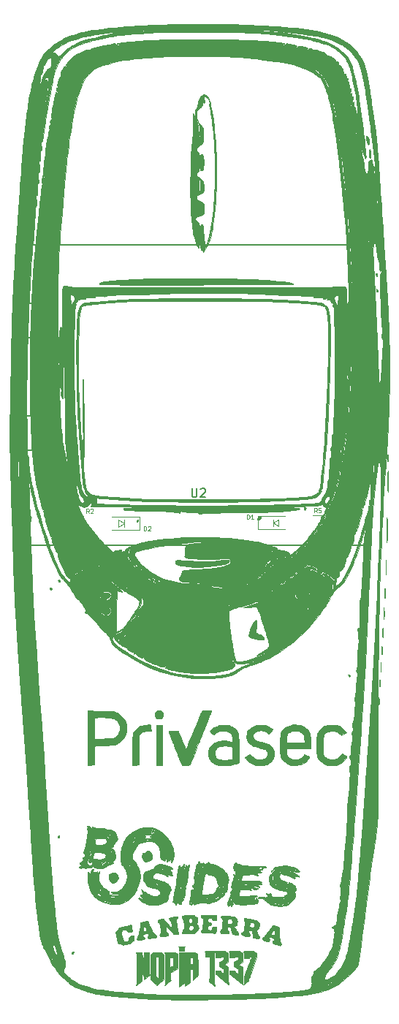
<source format=gbr>
G04 #@! TF.FileFunction,Legend,Top*
%FSLAX46Y46*%
G04 Gerber Fmt 4.6, Leading zero omitted, Abs format (unit mm)*
G04 Created by KiCad (PCBNEW 4.0.7) date Mon Aug 27 18:32:32 2018*
%MOMM*%
%LPD*%
G01*
G04 APERTURE LIST*
%ADD10C,0.100000*%
%ADD11C,0.120000*%
%ADD12C,0.150000*%
%ADD13C,0.010000*%
%ADD14C,0.125000*%
G04 APERTURE END LIST*
D10*
X50460000Y-102930000D02*
X50460000Y-102130000D01*
X50460000Y-102530000D02*
X49860000Y-102930000D01*
X49860000Y-102130000D02*
X50460000Y-102530000D01*
X49860000Y-102930000D02*
X49860000Y-102130000D01*
D11*
X49060000Y-101780000D02*
X52260000Y-101780000D01*
X52260000Y-103280000D02*
X49060000Y-103280000D01*
X52260000Y-103280000D02*
X52260000Y-101780000D01*
D10*
X67750000Y-102080000D02*
X67750000Y-102880000D01*
X67750000Y-102480000D02*
X68350000Y-102080000D01*
X68350000Y-102880000D02*
X67750000Y-102480000D01*
X68350000Y-102080000D02*
X68350000Y-102880000D01*
D11*
X69150000Y-103230000D02*
X65950000Y-103230000D01*
X65950000Y-101730000D02*
X69150000Y-101730000D01*
X65950000Y-101730000D02*
X65950000Y-103230000D01*
D12*
X79100000Y-105050000D02*
X79100000Y-70300000D01*
X39100000Y-105050000D02*
X39100000Y-70300000D01*
X39100000Y-81050000D02*
X41600000Y-81050000D01*
X41600000Y-81050000D02*
X41600000Y-77050000D01*
X41600000Y-77050000D02*
X39100000Y-77050000D01*
X79100000Y-81050000D02*
X76600000Y-81050000D01*
X76600000Y-81050000D02*
X76600000Y-77050000D01*
X76600000Y-77050000D02*
X79100000Y-77050000D01*
X39100000Y-94050000D02*
X41600000Y-94050000D01*
X41600000Y-94050000D02*
X41600000Y-90050000D01*
X41600000Y-90050000D02*
X39100000Y-90050000D01*
X79100000Y-94050000D02*
X76600000Y-94050000D01*
X76600000Y-94050000D02*
X76600000Y-90050000D01*
X76600000Y-90050000D02*
X79100000Y-90050000D01*
X39100000Y-70300000D02*
X79100000Y-70300000D01*
X79100000Y-105050000D02*
X39100000Y-105050000D01*
D13*
G36*
X66488610Y-125888265D02*
X66593535Y-125890366D01*
X66673415Y-125894885D01*
X66736889Y-125902654D01*
X66792600Y-125914506D01*
X66849187Y-125931273D01*
X66868583Y-125937709D01*
X66965782Y-125975125D01*
X67082424Y-126027154D01*
X67208390Y-126088537D01*
X67333556Y-126154016D01*
X67447802Y-126218333D01*
X67541006Y-126276229D01*
X67593532Y-126314321D01*
X67644641Y-126358789D01*
X67667274Y-126389083D01*
X67667247Y-126415852D01*
X67659013Y-126434201D01*
X67632676Y-126473708D01*
X67581795Y-126540578D01*
X67509859Y-126630449D01*
X67420353Y-126738961D01*
X67322193Y-126855381D01*
X67267803Y-126919280D01*
X67123256Y-126820320D01*
X66936192Y-126703175D01*
X66762687Y-126619073D01*
X66594141Y-126564989D01*
X66421948Y-126537901D01*
X66306889Y-126533334D01*
X66087413Y-126549406D01*
X65891890Y-126597129D01*
X65722540Y-126675767D01*
X65598262Y-126768723D01*
X65491362Y-126890580D01*
X65423590Y-127020052D01*
X65394899Y-127152739D01*
X65405244Y-127284242D01*
X65454580Y-127410160D01*
X65542861Y-127526095D01*
X65606678Y-127582974D01*
X65666921Y-127626104D01*
X65733814Y-127664460D01*
X65813190Y-127700137D01*
X65910878Y-127735232D01*
X66032711Y-127771841D01*
X66184519Y-127812058D01*
X66371166Y-127857751D01*
X66565179Y-127906018D01*
X66726400Y-127951049D01*
X66863898Y-127995913D01*
X66986743Y-128043679D01*
X67104005Y-128097417D01*
X67154333Y-128122796D01*
X67324709Y-128225467D01*
X67478192Y-128346678D01*
X67608635Y-128480107D01*
X67709892Y-128619428D01*
X67775814Y-128758319D01*
X67777771Y-128764212D01*
X67819948Y-128941649D01*
X67841004Y-129140841D01*
X67840648Y-129346690D01*
X67818589Y-129544097D01*
X67794885Y-129651952D01*
X67734767Y-129804924D01*
X67639929Y-129959017D01*
X67517197Y-130107234D01*
X67373397Y-130242574D01*
X67215357Y-130358040D01*
X67049902Y-130446632D01*
X67000056Y-130466842D01*
X66836840Y-130515677D01*
X66645114Y-130552990D01*
X66437446Y-130577490D01*
X66226406Y-130587886D01*
X66024561Y-130582888D01*
X65941996Y-130575491D01*
X65660308Y-130522597D01*
X65389104Y-130429375D01*
X65131307Y-130297151D01*
X64889841Y-130127250D01*
X64816714Y-130065332D01*
X64773784Y-130022942D01*
X64719178Y-129962756D01*
X64658714Y-129892024D01*
X64598212Y-129817997D01*
X64543493Y-129747924D01*
X64500376Y-129689055D01*
X64474681Y-129648642D01*
X64470736Y-129634322D01*
X64509450Y-129604949D01*
X64570635Y-129560963D01*
X64646932Y-129507393D01*
X64730984Y-129449270D01*
X64815432Y-129391626D01*
X64892919Y-129339490D01*
X64956086Y-129297893D01*
X64997575Y-129271867D01*
X65010062Y-129265593D01*
X65030621Y-129281712D01*
X65069925Y-129322898D01*
X65120381Y-129381073D01*
X65133554Y-129396967D01*
X65280631Y-129543801D01*
X65460600Y-129668305D01*
X65669088Y-129768238D01*
X65901726Y-129841361D01*
X66063138Y-129873346D01*
X66279681Y-129891592D01*
X66478708Y-129877388D01*
X66657304Y-129832033D01*
X66812555Y-129756825D01*
X66941546Y-129653062D01*
X67041363Y-129522042D01*
X67092198Y-129415114D01*
X67126255Y-129269960D01*
X67118806Y-129128647D01*
X67070677Y-128994522D01*
X66982693Y-128870931D01*
X66949751Y-128837453D01*
X66887286Y-128783833D01*
X66818184Y-128737629D01*
X66736438Y-128696505D01*
X66636043Y-128658124D01*
X66510992Y-128620149D01*
X66355279Y-128580244D01*
X66191250Y-128542375D01*
X65907252Y-128473050D01*
X65661884Y-128400027D01*
X65451496Y-128321782D01*
X65272440Y-128236792D01*
X65121069Y-128143532D01*
X64997251Y-128043742D01*
X64879397Y-127920829D01*
X64790887Y-127793426D01*
X64728810Y-127653923D01*
X64690251Y-127494714D01*
X64672298Y-127308190D01*
X64670157Y-127189500D01*
X64679419Y-126989184D01*
X64708101Y-126819316D01*
X64759869Y-126671051D01*
X64838388Y-126535546D01*
X64947325Y-126403955D01*
X65029487Y-126322569D01*
X65158212Y-126220834D01*
X65318487Y-126123868D01*
X65499533Y-126037135D01*
X65690572Y-125966100D01*
X65789083Y-125937493D01*
X65866878Y-125918581D01*
X65939020Y-125905077D01*
X66015302Y-125896111D01*
X66105521Y-125890814D01*
X66219472Y-125888319D01*
X66350000Y-125887750D01*
X66488610Y-125888265D01*
X66488610Y-125888265D01*
G37*
X66488610Y-125888265D02*
X66593535Y-125890366D01*
X66673415Y-125894885D01*
X66736889Y-125902654D01*
X66792600Y-125914506D01*
X66849187Y-125931273D01*
X66868583Y-125937709D01*
X66965782Y-125975125D01*
X67082424Y-126027154D01*
X67208390Y-126088537D01*
X67333556Y-126154016D01*
X67447802Y-126218333D01*
X67541006Y-126276229D01*
X67593532Y-126314321D01*
X67644641Y-126358789D01*
X67667274Y-126389083D01*
X67667247Y-126415852D01*
X67659013Y-126434201D01*
X67632676Y-126473708D01*
X67581795Y-126540578D01*
X67509859Y-126630449D01*
X67420353Y-126738961D01*
X67322193Y-126855381D01*
X67267803Y-126919280D01*
X67123256Y-126820320D01*
X66936192Y-126703175D01*
X66762687Y-126619073D01*
X66594141Y-126564989D01*
X66421948Y-126537901D01*
X66306889Y-126533334D01*
X66087413Y-126549406D01*
X65891890Y-126597129D01*
X65722540Y-126675767D01*
X65598262Y-126768723D01*
X65491362Y-126890580D01*
X65423590Y-127020052D01*
X65394899Y-127152739D01*
X65405244Y-127284242D01*
X65454580Y-127410160D01*
X65542861Y-127526095D01*
X65606678Y-127582974D01*
X65666921Y-127626104D01*
X65733814Y-127664460D01*
X65813190Y-127700137D01*
X65910878Y-127735232D01*
X66032711Y-127771841D01*
X66184519Y-127812058D01*
X66371166Y-127857751D01*
X66565179Y-127906018D01*
X66726400Y-127951049D01*
X66863898Y-127995913D01*
X66986743Y-128043679D01*
X67104005Y-128097417D01*
X67154333Y-128122796D01*
X67324709Y-128225467D01*
X67478192Y-128346678D01*
X67608635Y-128480107D01*
X67709892Y-128619428D01*
X67775814Y-128758319D01*
X67777771Y-128764212D01*
X67819948Y-128941649D01*
X67841004Y-129140841D01*
X67840648Y-129346690D01*
X67818589Y-129544097D01*
X67794885Y-129651952D01*
X67734767Y-129804924D01*
X67639929Y-129959017D01*
X67517197Y-130107234D01*
X67373397Y-130242574D01*
X67215357Y-130358040D01*
X67049902Y-130446632D01*
X67000056Y-130466842D01*
X66836840Y-130515677D01*
X66645114Y-130552990D01*
X66437446Y-130577490D01*
X66226406Y-130587886D01*
X66024561Y-130582888D01*
X65941996Y-130575491D01*
X65660308Y-130522597D01*
X65389104Y-130429375D01*
X65131307Y-130297151D01*
X64889841Y-130127250D01*
X64816714Y-130065332D01*
X64773784Y-130022942D01*
X64719178Y-129962756D01*
X64658714Y-129892024D01*
X64598212Y-129817997D01*
X64543493Y-129747924D01*
X64500376Y-129689055D01*
X64474681Y-129648642D01*
X64470736Y-129634322D01*
X64509450Y-129604949D01*
X64570635Y-129560963D01*
X64646932Y-129507393D01*
X64730984Y-129449270D01*
X64815432Y-129391626D01*
X64892919Y-129339490D01*
X64956086Y-129297893D01*
X64997575Y-129271867D01*
X65010062Y-129265593D01*
X65030621Y-129281712D01*
X65069925Y-129322898D01*
X65120381Y-129381073D01*
X65133554Y-129396967D01*
X65280631Y-129543801D01*
X65460600Y-129668305D01*
X65669088Y-129768238D01*
X65901726Y-129841361D01*
X66063138Y-129873346D01*
X66279681Y-129891592D01*
X66478708Y-129877388D01*
X66657304Y-129832033D01*
X66812555Y-129756825D01*
X66941546Y-129653062D01*
X67041363Y-129522042D01*
X67092198Y-129415114D01*
X67126255Y-129269960D01*
X67118806Y-129128647D01*
X67070677Y-128994522D01*
X66982693Y-128870931D01*
X66949751Y-128837453D01*
X66887286Y-128783833D01*
X66818184Y-128737629D01*
X66736438Y-128696505D01*
X66636043Y-128658124D01*
X66510992Y-128620149D01*
X66355279Y-128580244D01*
X66191250Y-128542375D01*
X65907252Y-128473050D01*
X65661884Y-128400027D01*
X65451496Y-128321782D01*
X65272440Y-128236792D01*
X65121069Y-128143532D01*
X64997251Y-128043742D01*
X64879397Y-127920829D01*
X64790887Y-127793426D01*
X64728810Y-127653923D01*
X64690251Y-127494714D01*
X64672298Y-127308190D01*
X64670157Y-127189500D01*
X64679419Y-126989184D01*
X64708101Y-126819316D01*
X64759869Y-126671051D01*
X64838388Y-126535546D01*
X64947325Y-126403955D01*
X65029487Y-126322569D01*
X65158212Y-126220834D01*
X65318487Y-126123868D01*
X65499533Y-126037135D01*
X65690572Y-125966100D01*
X65789083Y-125937493D01*
X65866878Y-125918581D01*
X65939020Y-125905077D01*
X66015302Y-125896111D01*
X66105521Y-125890814D01*
X66219472Y-125888319D01*
X66350000Y-125887750D01*
X66488610Y-125888265D01*
G36*
X70599013Y-125861520D02*
X70859921Y-125914142D01*
X71105368Y-125996942D01*
X71331218Y-126108183D01*
X71533332Y-126246128D01*
X71707570Y-126409041D01*
X71849797Y-126595184D01*
X71862402Y-126615508D01*
X71919461Y-126721919D01*
X71966887Y-126839579D01*
X72005339Y-126972781D01*
X72035478Y-127125823D01*
X72057961Y-127302998D01*
X72073449Y-127508603D01*
X72082600Y-127746934D01*
X72086075Y-128022285D01*
X72086148Y-128073209D01*
X72086166Y-128586500D01*
X69285789Y-128586500D01*
X69298871Y-128909292D01*
X69305602Y-129033770D01*
X69315113Y-129154186D01*
X69326297Y-129259088D01*
X69338047Y-129337024D01*
X69341986Y-129355391D01*
X69397066Y-129495405D01*
X69488034Y-129615506D01*
X69612739Y-129714359D01*
X69769028Y-129790625D01*
X69954749Y-129842968D01*
X70167751Y-129870050D01*
X70170583Y-129870223D01*
X70410020Y-129871745D01*
X70620880Y-129844471D01*
X70806966Y-129786878D01*
X70972081Y-129697442D01*
X71120027Y-129574638D01*
X71234455Y-129443750D01*
X71303776Y-129360047D01*
X71354590Y-129313272D01*
X71383855Y-129303012D01*
X71414897Y-129314452D01*
X71476237Y-129340887D01*
X71560087Y-129378830D01*
X71658657Y-129424797D01*
X71701092Y-129444951D01*
X71814625Y-129498622D01*
X71893653Y-129538650D01*
X71940621Y-129572050D01*
X71957975Y-129605837D01*
X71948160Y-129647027D01*
X71913621Y-129702635D01*
X71856803Y-129779679D01*
X71830253Y-129815526D01*
X71695143Y-129977996D01*
X71541381Y-130126852D01*
X71401918Y-130235349D01*
X71210922Y-130346392D01*
X70993185Y-130439477D01*
X70759197Y-130512035D01*
X70519452Y-130561502D01*
X70284443Y-130585309D01*
X70064660Y-130580892D01*
X70013115Y-130575049D01*
X69758134Y-130520067D01*
X69503543Y-130424677D01*
X69253445Y-130290639D01*
X69086561Y-130177223D01*
X68918642Y-130036669D01*
X68788447Y-129889238D01*
X68691371Y-129727394D01*
X68622811Y-129543602D01*
X68581181Y-129350038D01*
X68572933Y-129292783D01*
X68566224Y-129232658D01*
X68560971Y-129165278D01*
X68557094Y-129086259D01*
X68554508Y-128991217D01*
X68553131Y-128875767D01*
X68552881Y-128735526D01*
X68553675Y-128566108D01*
X68555431Y-128363131D01*
X68558064Y-128122371D01*
X68560182Y-127954881D01*
X69287511Y-127954881D01*
X70332297Y-127939861D01*
X70538446Y-127936750D01*
X70731443Y-127933553D01*
X70907210Y-127930359D01*
X71061670Y-127927254D01*
X71190745Y-127924326D01*
X71290358Y-127921662D01*
X71356432Y-127919351D01*
X71384890Y-127917479D01*
X71385673Y-127917233D01*
X71388867Y-127892568D01*
X71387639Y-127834011D01*
X71382745Y-127749683D01*
X71374943Y-127647707D01*
X71364992Y-127536207D01*
X71353647Y-127423303D01*
X71341668Y-127317118D01*
X71329812Y-127225776D01*
X71318835Y-127157398D01*
X71311992Y-127127247D01*
X71246354Y-126978811D01*
X71144132Y-126845403D01*
X71009577Y-126730882D01*
X70846939Y-126639101D01*
X70721437Y-126591323D01*
X70582179Y-126560237D01*
X70418191Y-126543696D01*
X70244498Y-126541695D01*
X70076123Y-126554230D01*
X69928092Y-126581295D01*
X69891972Y-126591590D01*
X69768236Y-126640836D01*
X69642966Y-126708506D01*
X69529003Y-126786461D01*
X69439187Y-126866563D01*
X69416174Y-126893167D01*
X69387950Y-126936041D01*
X69365144Y-126989166D01*
X69346893Y-127057874D01*
X69332336Y-127147497D01*
X69320609Y-127263366D01*
X69310851Y-127410814D01*
X69302198Y-127595172D01*
X69302056Y-127598649D01*
X69287511Y-127954881D01*
X68560182Y-127954881D01*
X68561593Y-127843384D01*
X68565724Y-127602948D01*
X68571247Y-127397285D01*
X68578953Y-127222612D01*
X68589633Y-127075149D01*
X68604077Y-126951116D01*
X68623076Y-126846732D01*
X68647421Y-126758215D01*
X68677903Y-126681786D01*
X68715312Y-126613663D01*
X68760439Y-126550066D01*
X68814074Y-126487214D01*
X68877009Y-126421327D01*
X68923549Y-126374814D01*
X69132693Y-126195569D01*
X69361378Y-126053334D01*
X69610765Y-125947571D01*
X69882011Y-125877743D01*
X70047372Y-125853757D01*
X70326785Y-125840813D01*
X70599013Y-125861520D01*
X70599013Y-125861520D01*
G37*
X70599013Y-125861520D02*
X70859921Y-125914142D01*
X71105368Y-125996942D01*
X71331218Y-126108183D01*
X71533332Y-126246128D01*
X71707570Y-126409041D01*
X71849797Y-126595184D01*
X71862402Y-126615508D01*
X71919461Y-126721919D01*
X71966887Y-126839579D01*
X72005339Y-126972781D01*
X72035478Y-127125823D01*
X72057961Y-127302998D01*
X72073449Y-127508603D01*
X72082600Y-127746934D01*
X72086075Y-128022285D01*
X72086148Y-128073209D01*
X72086166Y-128586500D01*
X69285789Y-128586500D01*
X69298871Y-128909292D01*
X69305602Y-129033770D01*
X69315113Y-129154186D01*
X69326297Y-129259088D01*
X69338047Y-129337024D01*
X69341986Y-129355391D01*
X69397066Y-129495405D01*
X69488034Y-129615506D01*
X69612739Y-129714359D01*
X69769028Y-129790625D01*
X69954749Y-129842968D01*
X70167751Y-129870050D01*
X70170583Y-129870223D01*
X70410020Y-129871745D01*
X70620880Y-129844471D01*
X70806966Y-129786878D01*
X70972081Y-129697442D01*
X71120027Y-129574638D01*
X71234455Y-129443750D01*
X71303776Y-129360047D01*
X71354590Y-129313272D01*
X71383855Y-129303012D01*
X71414897Y-129314452D01*
X71476237Y-129340887D01*
X71560087Y-129378830D01*
X71658657Y-129424797D01*
X71701092Y-129444951D01*
X71814625Y-129498622D01*
X71893653Y-129538650D01*
X71940621Y-129572050D01*
X71957975Y-129605837D01*
X71948160Y-129647027D01*
X71913621Y-129702635D01*
X71856803Y-129779679D01*
X71830253Y-129815526D01*
X71695143Y-129977996D01*
X71541381Y-130126852D01*
X71401918Y-130235349D01*
X71210922Y-130346392D01*
X70993185Y-130439477D01*
X70759197Y-130512035D01*
X70519452Y-130561502D01*
X70284443Y-130585309D01*
X70064660Y-130580892D01*
X70013115Y-130575049D01*
X69758134Y-130520067D01*
X69503543Y-130424677D01*
X69253445Y-130290639D01*
X69086561Y-130177223D01*
X68918642Y-130036669D01*
X68788447Y-129889238D01*
X68691371Y-129727394D01*
X68622811Y-129543602D01*
X68581181Y-129350038D01*
X68572933Y-129292783D01*
X68566224Y-129232658D01*
X68560971Y-129165278D01*
X68557094Y-129086259D01*
X68554508Y-128991217D01*
X68553131Y-128875767D01*
X68552881Y-128735526D01*
X68553675Y-128566108D01*
X68555431Y-128363131D01*
X68558064Y-128122371D01*
X68560182Y-127954881D01*
X69287511Y-127954881D01*
X70332297Y-127939861D01*
X70538446Y-127936750D01*
X70731443Y-127933553D01*
X70907210Y-127930359D01*
X71061670Y-127927254D01*
X71190745Y-127924326D01*
X71290358Y-127921662D01*
X71356432Y-127919351D01*
X71384890Y-127917479D01*
X71385673Y-127917233D01*
X71388867Y-127892568D01*
X71387639Y-127834011D01*
X71382745Y-127749683D01*
X71374943Y-127647707D01*
X71364992Y-127536207D01*
X71353647Y-127423303D01*
X71341668Y-127317118D01*
X71329812Y-127225776D01*
X71318835Y-127157398D01*
X71311992Y-127127247D01*
X71246354Y-126978811D01*
X71144132Y-126845403D01*
X71009577Y-126730882D01*
X70846939Y-126639101D01*
X70721437Y-126591323D01*
X70582179Y-126560237D01*
X70418191Y-126543696D01*
X70244498Y-126541695D01*
X70076123Y-126554230D01*
X69928092Y-126581295D01*
X69891972Y-126591590D01*
X69768236Y-126640836D01*
X69642966Y-126708506D01*
X69529003Y-126786461D01*
X69439187Y-126866563D01*
X69416174Y-126893167D01*
X69387950Y-126936041D01*
X69365144Y-126989166D01*
X69346893Y-127057874D01*
X69332336Y-127147497D01*
X69320609Y-127263366D01*
X69310851Y-127410814D01*
X69302198Y-127595172D01*
X69302056Y-127598649D01*
X69287511Y-127954881D01*
X68560182Y-127954881D01*
X68561593Y-127843384D01*
X68565724Y-127602948D01*
X68571247Y-127397285D01*
X68578953Y-127222612D01*
X68589633Y-127075149D01*
X68604077Y-126951116D01*
X68623076Y-126846732D01*
X68647421Y-126758215D01*
X68677903Y-126681786D01*
X68715312Y-126613663D01*
X68760439Y-126550066D01*
X68814074Y-126487214D01*
X68877009Y-126421327D01*
X68923549Y-126374814D01*
X69132693Y-126195569D01*
X69361378Y-126053334D01*
X69610765Y-125947571D01*
X69882011Y-125877743D01*
X70047372Y-125853757D01*
X70326785Y-125840813D01*
X70599013Y-125861520D01*
G36*
X74775129Y-125910225D02*
X74930132Y-125912514D01*
X75054880Y-125917548D01*
X75155412Y-125926454D01*
X75237766Y-125940356D01*
X75307978Y-125960381D01*
X75372088Y-125987654D01*
X75436133Y-126023300D01*
X75506151Y-126068444D01*
X75532807Y-126086439D01*
X75614581Y-126146585D01*
X75712191Y-126225492D01*
X75817334Y-126315689D01*
X75921705Y-126409702D01*
X76016999Y-126500061D01*
X76094913Y-126579292D01*
X76145454Y-126637693D01*
X76184749Y-126691488D01*
X76200566Y-126724283D01*
X76196022Y-126748009D01*
X76179681Y-126768636D01*
X76148301Y-126793758D01*
X76088179Y-126834095D01*
X76007597Y-126884339D01*
X75914838Y-126939181D01*
X75902767Y-126946114D01*
X75661476Y-127084229D01*
X75466472Y-126908108D01*
X75339700Y-126799470D01*
X75228613Y-126719400D01*
X75123162Y-126662850D01*
X75013302Y-126624773D01*
X74888983Y-126600122D01*
X74840771Y-126593800D01*
X74629409Y-126581046D01*
X74424595Y-126591952D01*
X74231495Y-126624740D01*
X74055271Y-126677634D01*
X73901088Y-126748857D01*
X73774110Y-126836633D01*
X73679502Y-126939185D01*
X73640595Y-127006691D01*
X73618685Y-127058629D01*
X73600339Y-127113076D01*
X73585287Y-127174066D01*
X73573258Y-127245631D01*
X73563982Y-127331803D01*
X73557188Y-127436616D01*
X73552606Y-127564102D01*
X73549964Y-127718293D01*
X73548993Y-127903223D01*
X73549422Y-128122924D01*
X73550729Y-128346288D01*
X73557250Y-129275421D01*
X73627095Y-129417240D01*
X73699692Y-129536809D01*
X73792100Y-129635627D01*
X73910624Y-129718536D01*
X74061567Y-129790375D01*
X74160500Y-129826858D01*
X74217521Y-129843365D01*
X74280879Y-129854673D01*
X74359634Y-129861587D01*
X74462851Y-129864914D01*
X74594416Y-129865480D01*
X74718518Y-129864667D01*
X74810254Y-129862237D01*
X74879590Y-129856791D01*
X74936492Y-129846930D01*
X74990928Y-129831257D01*
X75052864Y-129808372D01*
X75081250Y-129797173D01*
X75262404Y-129702752D01*
X75425564Y-129571761D01*
X75566710Y-129407591D01*
X75599020Y-129360332D01*
X75658694Y-129277049D01*
X75704838Y-129231663D01*
X75731753Y-129221500D01*
X75771807Y-129231188D01*
X75838662Y-129257009D01*
X75922360Y-129294096D01*
X76012945Y-129337584D01*
X76100458Y-129382605D01*
X76174943Y-129424296D01*
X76226443Y-129457788D01*
X76240726Y-129470230D01*
X76261224Y-129503608D01*
X76263147Y-129543970D01*
X76244359Y-129598238D01*
X76202724Y-129673336D01*
X76155205Y-129747518D01*
X75997188Y-129952211D01*
X75810314Y-130135410D01*
X75602546Y-130290314D01*
X75381852Y-130410119D01*
X75376455Y-130412510D01*
X75213887Y-130472272D01*
X75026393Y-130521670D01*
X74826326Y-130558867D01*
X74626036Y-130582023D01*
X74437874Y-130589300D01*
X74274191Y-130578859D01*
X74266333Y-130577762D01*
X74006315Y-130522380D01*
X73756896Y-130434418D01*
X73525174Y-130317357D01*
X73318250Y-130174673D01*
X73173185Y-130042174D01*
X73091619Y-129952273D01*
X73022006Y-129863361D01*
X72963438Y-129771328D01*
X72915008Y-129672061D01*
X72875810Y-129561451D01*
X72844936Y-129435384D01*
X72821479Y-129289751D01*
X72804532Y-129120439D01*
X72793187Y-128923339D01*
X72786538Y-128694338D01*
X72783677Y-128429325D01*
X72783385Y-128275628D01*
X72784616Y-127993038D01*
X72788260Y-127749164D01*
X72794570Y-127540447D01*
X72803799Y-127363324D01*
X72816199Y-127214234D01*
X72832024Y-127089616D01*
X72851524Y-126985909D01*
X72874953Y-126899551D01*
X72882535Y-126877198D01*
X72979097Y-126667861D01*
X73112353Y-126474671D01*
X73278626Y-126301030D01*
X73474242Y-126150340D01*
X73695524Y-126026006D01*
X73885333Y-125948904D01*
X73924424Y-125936840D01*
X73966804Y-125927458D01*
X74018149Y-125920438D01*
X74084134Y-125915461D01*
X74170435Y-125912207D01*
X74282728Y-125910357D01*
X74426687Y-125909590D01*
X74583833Y-125909557D01*
X74775129Y-125910225D01*
X74775129Y-125910225D01*
G37*
X74775129Y-125910225D02*
X74930132Y-125912514D01*
X75054880Y-125917548D01*
X75155412Y-125926454D01*
X75237766Y-125940356D01*
X75307978Y-125960381D01*
X75372088Y-125987654D01*
X75436133Y-126023300D01*
X75506151Y-126068444D01*
X75532807Y-126086439D01*
X75614581Y-126146585D01*
X75712191Y-126225492D01*
X75817334Y-126315689D01*
X75921705Y-126409702D01*
X76016999Y-126500061D01*
X76094913Y-126579292D01*
X76145454Y-126637693D01*
X76184749Y-126691488D01*
X76200566Y-126724283D01*
X76196022Y-126748009D01*
X76179681Y-126768636D01*
X76148301Y-126793758D01*
X76088179Y-126834095D01*
X76007597Y-126884339D01*
X75914838Y-126939181D01*
X75902767Y-126946114D01*
X75661476Y-127084229D01*
X75466472Y-126908108D01*
X75339700Y-126799470D01*
X75228613Y-126719400D01*
X75123162Y-126662850D01*
X75013302Y-126624773D01*
X74888983Y-126600122D01*
X74840771Y-126593800D01*
X74629409Y-126581046D01*
X74424595Y-126591952D01*
X74231495Y-126624740D01*
X74055271Y-126677634D01*
X73901088Y-126748857D01*
X73774110Y-126836633D01*
X73679502Y-126939185D01*
X73640595Y-127006691D01*
X73618685Y-127058629D01*
X73600339Y-127113076D01*
X73585287Y-127174066D01*
X73573258Y-127245631D01*
X73563982Y-127331803D01*
X73557188Y-127436616D01*
X73552606Y-127564102D01*
X73549964Y-127718293D01*
X73548993Y-127903223D01*
X73549422Y-128122924D01*
X73550729Y-128346288D01*
X73557250Y-129275421D01*
X73627095Y-129417240D01*
X73699692Y-129536809D01*
X73792100Y-129635627D01*
X73910624Y-129718536D01*
X74061567Y-129790375D01*
X74160500Y-129826858D01*
X74217521Y-129843365D01*
X74280879Y-129854673D01*
X74359634Y-129861587D01*
X74462851Y-129864914D01*
X74594416Y-129865480D01*
X74718518Y-129864667D01*
X74810254Y-129862237D01*
X74879590Y-129856791D01*
X74936492Y-129846930D01*
X74990928Y-129831257D01*
X75052864Y-129808372D01*
X75081250Y-129797173D01*
X75262404Y-129702752D01*
X75425564Y-129571761D01*
X75566710Y-129407591D01*
X75599020Y-129360332D01*
X75658694Y-129277049D01*
X75704838Y-129231663D01*
X75731753Y-129221500D01*
X75771807Y-129231188D01*
X75838662Y-129257009D01*
X75922360Y-129294096D01*
X76012945Y-129337584D01*
X76100458Y-129382605D01*
X76174943Y-129424296D01*
X76226443Y-129457788D01*
X76240726Y-129470230D01*
X76261224Y-129503608D01*
X76263147Y-129543970D01*
X76244359Y-129598238D01*
X76202724Y-129673336D01*
X76155205Y-129747518D01*
X75997188Y-129952211D01*
X75810314Y-130135410D01*
X75602546Y-130290314D01*
X75381852Y-130410119D01*
X75376455Y-130412510D01*
X75213887Y-130472272D01*
X75026393Y-130521670D01*
X74826326Y-130558867D01*
X74626036Y-130582023D01*
X74437874Y-130589300D01*
X74274191Y-130578859D01*
X74266333Y-130577762D01*
X74006315Y-130522380D01*
X73756896Y-130434418D01*
X73525174Y-130317357D01*
X73318250Y-130174673D01*
X73173185Y-130042174D01*
X73091619Y-129952273D01*
X73022006Y-129863361D01*
X72963438Y-129771328D01*
X72915008Y-129672061D01*
X72875810Y-129561451D01*
X72844936Y-129435384D01*
X72821479Y-129289751D01*
X72804532Y-129120439D01*
X72793187Y-128923339D01*
X72786538Y-128694338D01*
X72783677Y-128429325D01*
X72783385Y-128275628D01*
X72784616Y-127993038D01*
X72788260Y-127749164D01*
X72794570Y-127540447D01*
X72803799Y-127363324D01*
X72816199Y-127214234D01*
X72832024Y-127089616D01*
X72851524Y-126985909D01*
X72874953Y-126899551D01*
X72882535Y-126877198D01*
X72979097Y-126667861D01*
X73112353Y-126474671D01*
X73278626Y-126301030D01*
X73474242Y-126150340D01*
X73695524Y-126026006D01*
X73885333Y-125948904D01*
X73924424Y-125936840D01*
X73966804Y-125927458D01*
X74018149Y-125920438D01*
X74084134Y-125915461D01*
X74170435Y-125912207D01*
X74282728Y-125910357D01*
X74426687Y-125909590D01*
X74583833Y-125909557D01*
X74775129Y-125910225D01*
G36*
X62221816Y-125888781D02*
X62334762Y-125890142D01*
X62420968Y-125893198D01*
X62488229Y-125898718D01*
X62544341Y-125907473D01*
X62597101Y-125920233D01*
X62654304Y-125937766D01*
X62688166Y-125948950D01*
X62925726Y-126049578D01*
X63153107Y-126188204D01*
X63364149Y-126360680D01*
X63488185Y-126487348D01*
X63530777Y-126537607D01*
X63568689Y-126589818D01*
X63602226Y-126646670D01*
X63631697Y-126710847D01*
X63657406Y-126785035D01*
X63679661Y-126871921D01*
X63698768Y-126974191D01*
X63715034Y-127094530D01*
X63728765Y-127235624D01*
X63740267Y-127400161D01*
X63749848Y-127590824D01*
X63757813Y-127810302D01*
X63764469Y-128061279D01*
X63770123Y-128346441D01*
X63775081Y-128668476D01*
X63779650Y-129030067D01*
X63779800Y-129042852D01*
X63793882Y-130250620D01*
X63669649Y-130305219D01*
X63487325Y-130372491D01*
X63268301Y-130431100D01*
X63017467Y-130480283D01*
X62739714Y-130519281D01*
X62439931Y-130547332D01*
X62123008Y-130563673D01*
X61989666Y-130566806D01*
X61845716Y-130568093D01*
X61710529Y-130567562D01*
X61591747Y-130565378D01*
X61497014Y-130561708D01*
X61433973Y-130556717D01*
X61419620Y-130554446D01*
X61158463Y-130482566D01*
X60929530Y-130383346D01*
X60732491Y-130256506D01*
X60567016Y-130101768D01*
X60432773Y-129918852D01*
X60329433Y-129707480D01*
X60292768Y-129602500D01*
X60260984Y-129460296D01*
X60243265Y-129293000D01*
X60240053Y-129136504D01*
X60984250Y-129136504D01*
X60985463Y-129242404D01*
X60990516Y-129318799D01*
X61001524Y-129378483D01*
X61020602Y-129434249D01*
X61041146Y-129480484D01*
X61104130Y-129601844D01*
X61170277Y-129697238D01*
X61246058Y-129770504D01*
X61337946Y-129825475D01*
X61452413Y-129865987D01*
X61595932Y-129895875D01*
X61774976Y-129918974D01*
X61782484Y-129919761D01*
X61881251Y-129926774D01*
X62006774Y-129930784D01*
X62150263Y-129931998D01*
X62302930Y-129930621D01*
X62455984Y-129926860D01*
X62600636Y-129920922D01*
X62728096Y-129913012D01*
X62829575Y-129903337D01*
X62889250Y-129893788D01*
X63016250Y-129865362D01*
X63021822Y-129152322D01*
X63027395Y-128439281D01*
X62968905Y-128425961D01*
X62920421Y-128414522D01*
X62845615Y-128396437D01*
X62759250Y-128375279D01*
X62744124Y-128371545D01*
X62518242Y-128327788D01*
X62284711Y-128304571D01*
X62053042Y-128301700D01*
X61832751Y-128318979D01*
X61633351Y-128356215D01*
X61503684Y-128396947D01*
X61345961Y-128468759D01*
X61223228Y-128551160D01*
X61128404Y-128650043D01*
X61054816Y-128770468D01*
X61022803Y-128838357D01*
X61002277Y-128893845D01*
X60990702Y-128950084D01*
X60985542Y-129020224D01*
X60984263Y-129117417D01*
X60984250Y-129136504D01*
X60240053Y-129136504D01*
X60239611Y-129114996D01*
X60250022Y-128940669D01*
X60274498Y-128784405D01*
X60292789Y-128715042D01*
X60358881Y-128548013D01*
X60449896Y-128395952D01*
X60572879Y-128247687D01*
X60614408Y-128204925D01*
X60804429Y-128039570D01*
X61010206Y-127909763D01*
X61238362Y-127811832D01*
X61418166Y-127759493D01*
X61602602Y-127726777D01*
X61814379Y-127709537D01*
X62041462Y-127707696D01*
X62271821Y-127721177D01*
X62493422Y-127749903D01*
X62583178Y-127766956D01*
X62691955Y-127791162D01*
X62792761Y-127815861D01*
X62874466Y-127838183D01*
X62925939Y-127855258D01*
X62926456Y-127855472D01*
X62979323Y-127876181D01*
X63014298Y-127887363D01*
X63018648Y-127888000D01*
X63023479Y-127868275D01*
X63025061Y-127814544D01*
X63023818Y-127734976D01*
X63020172Y-127637739D01*
X63014545Y-127531003D01*
X63007360Y-127422935D01*
X62999038Y-127321704D01*
X62990003Y-127235478D01*
X62982030Y-127179816D01*
X62959428Y-127077285D01*
X62927923Y-126997408D01*
X62879292Y-126924996D01*
X62805311Y-126844859D01*
X62795344Y-126834991D01*
X62665517Y-126726459D01*
X62522730Y-126646380D01*
X62360674Y-126592568D01*
X62173043Y-126562839D01*
X61986713Y-126554868D01*
X61734647Y-126568446D01*
X61510175Y-126611076D01*
X61308838Y-126684152D01*
X61126176Y-126789071D01*
X61045962Y-126849411D01*
X60978425Y-126904261D01*
X60916927Y-126954194D01*
X60875775Y-126987592D01*
X60824604Y-127029101D01*
X60602707Y-126807960D01*
X60525170Y-126729382D01*
X60460187Y-126661028D01*
X60412886Y-126608491D01*
X60388393Y-126577365D01*
X60386197Y-126571781D01*
X60403580Y-126552130D01*
X60445701Y-126511964D01*
X60505111Y-126458266D01*
X60539750Y-126427848D01*
X60745000Y-126264034D01*
X60947581Y-126134434D01*
X61158411Y-126033166D01*
X61388404Y-125954351D01*
X61449916Y-125937534D01*
X61519990Y-125920252D01*
X61584555Y-125907480D01*
X61651901Y-125898566D01*
X61730314Y-125892855D01*
X61828086Y-125889695D01*
X61953503Y-125888434D01*
X62074333Y-125888345D01*
X62221816Y-125888781D01*
X62221816Y-125888781D01*
G37*
X62221816Y-125888781D02*
X62334762Y-125890142D01*
X62420968Y-125893198D01*
X62488229Y-125898718D01*
X62544341Y-125907473D01*
X62597101Y-125920233D01*
X62654304Y-125937766D01*
X62688166Y-125948950D01*
X62925726Y-126049578D01*
X63153107Y-126188204D01*
X63364149Y-126360680D01*
X63488185Y-126487348D01*
X63530777Y-126537607D01*
X63568689Y-126589818D01*
X63602226Y-126646670D01*
X63631697Y-126710847D01*
X63657406Y-126785035D01*
X63679661Y-126871921D01*
X63698768Y-126974191D01*
X63715034Y-127094530D01*
X63728765Y-127235624D01*
X63740267Y-127400161D01*
X63749848Y-127590824D01*
X63757813Y-127810302D01*
X63764469Y-128061279D01*
X63770123Y-128346441D01*
X63775081Y-128668476D01*
X63779650Y-129030067D01*
X63779800Y-129042852D01*
X63793882Y-130250620D01*
X63669649Y-130305219D01*
X63487325Y-130372491D01*
X63268301Y-130431100D01*
X63017467Y-130480283D01*
X62739714Y-130519281D01*
X62439931Y-130547332D01*
X62123008Y-130563673D01*
X61989666Y-130566806D01*
X61845716Y-130568093D01*
X61710529Y-130567562D01*
X61591747Y-130565378D01*
X61497014Y-130561708D01*
X61433973Y-130556717D01*
X61419620Y-130554446D01*
X61158463Y-130482566D01*
X60929530Y-130383346D01*
X60732491Y-130256506D01*
X60567016Y-130101768D01*
X60432773Y-129918852D01*
X60329433Y-129707480D01*
X60292768Y-129602500D01*
X60260984Y-129460296D01*
X60243265Y-129293000D01*
X60240053Y-129136504D01*
X60984250Y-129136504D01*
X60985463Y-129242404D01*
X60990516Y-129318799D01*
X61001524Y-129378483D01*
X61020602Y-129434249D01*
X61041146Y-129480484D01*
X61104130Y-129601844D01*
X61170277Y-129697238D01*
X61246058Y-129770504D01*
X61337946Y-129825475D01*
X61452413Y-129865987D01*
X61595932Y-129895875D01*
X61774976Y-129918974D01*
X61782484Y-129919761D01*
X61881251Y-129926774D01*
X62006774Y-129930784D01*
X62150263Y-129931998D01*
X62302930Y-129930621D01*
X62455984Y-129926860D01*
X62600636Y-129920922D01*
X62728096Y-129913012D01*
X62829575Y-129903337D01*
X62889250Y-129893788D01*
X63016250Y-129865362D01*
X63021822Y-129152322D01*
X63027395Y-128439281D01*
X62968905Y-128425961D01*
X62920421Y-128414522D01*
X62845615Y-128396437D01*
X62759250Y-128375279D01*
X62744124Y-128371545D01*
X62518242Y-128327788D01*
X62284711Y-128304571D01*
X62053042Y-128301700D01*
X61832751Y-128318979D01*
X61633351Y-128356215D01*
X61503684Y-128396947D01*
X61345961Y-128468759D01*
X61223228Y-128551160D01*
X61128404Y-128650043D01*
X61054816Y-128770468D01*
X61022803Y-128838357D01*
X61002277Y-128893845D01*
X60990702Y-128950084D01*
X60985542Y-129020224D01*
X60984263Y-129117417D01*
X60984250Y-129136504D01*
X60240053Y-129136504D01*
X60239611Y-129114996D01*
X60250022Y-128940669D01*
X60274498Y-128784405D01*
X60292789Y-128715042D01*
X60358881Y-128548013D01*
X60449896Y-128395952D01*
X60572879Y-128247687D01*
X60614408Y-128204925D01*
X60804429Y-128039570D01*
X61010206Y-127909763D01*
X61238362Y-127811832D01*
X61418166Y-127759493D01*
X61602602Y-127726777D01*
X61814379Y-127709537D01*
X62041462Y-127707696D01*
X62271821Y-127721177D01*
X62493422Y-127749903D01*
X62583178Y-127766956D01*
X62691955Y-127791162D01*
X62792761Y-127815861D01*
X62874466Y-127838183D01*
X62925939Y-127855258D01*
X62926456Y-127855472D01*
X62979323Y-127876181D01*
X63014298Y-127887363D01*
X63018648Y-127888000D01*
X63023479Y-127868275D01*
X63025061Y-127814544D01*
X63023818Y-127734976D01*
X63020172Y-127637739D01*
X63014545Y-127531003D01*
X63007360Y-127422935D01*
X62999038Y-127321704D01*
X62990003Y-127235478D01*
X62982030Y-127179816D01*
X62959428Y-127077285D01*
X62927923Y-126997408D01*
X62879292Y-126924996D01*
X62805311Y-126844859D01*
X62795344Y-126834991D01*
X62665517Y-126726459D01*
X62522730Y-126646380D01*
X62360674Y-126592568D01*
X62173043Y-126562839D01*
X61986713Y-126554868D01*
X61734647Y-126568446D01*
X61510175Y-126611076D01*
X61308838Y-126684152D01*
X61126176Y-126789071D01*
X61045962Y-126849411D01*
X60978425Y-126904261D01*
X60916927Y-126954194D01*
X60875775Y-126987592D01*
X60824604Y-127029101D01*
X60602707Y-126807960D01*
X60525170Y-126729382D01*
X60460187Y-126661028D01*
X60412886Y-126608491D01*
X60388393Y-126577365D01*
X60386197Y-126571781D01*
X60403580Y-126552130D01*
X60445701Y-126511964D01*
X60505111Y-126458266D01*
X60539750Y-126427848D01*
X60745000Y-126264034D01*
X60947581Y-126134434D01*
X61158411Y-126033166D01*
X61388404Y-125954351D01*
X61449916Y-125937534D01*
X61519990Y-125920252D01*
X61584555Y-125907480D01*
X61651901Y-125898566D01*
X61730314Y-125892855D01*
X61828086Y-125889695D01*
X61953503Y-125888434D01*
X62074333Y-125888345D01*
X62221816Y-125888781D01*
G36*
X47495791Y-124257330D02*
X47727401Y-124260304D01*
X47953411Y-124263734D01*
X48168980Y-124267511D01*
X48369268Y-124271526D01*
X48549434Y-124275673D01*
X48704640Y-124279843D01*
X48830044Y-124283927D01*
X48920806Y-124287817D01*
X48956092Y-124289974D01*
X49206545Y-124319842D01*
X49429077Y-124372088D01*
X49631595Y-124450434D01*
X49822006Y-124558600D01*
X50008217Y-124700305D01*
X50189250Y-124870213D01*
X50342986Y-125038675D01*
X50464912Y-125202166D01*
X50562222Y-125372167D01*
X50642112Y-125560158D01*
X50667762Y-125633750D01*
X50691899Y-125707495D01*
X50709759Y-125768082D01*
X50722286Y-125823915D01*
X50730426Y-125883397D01*
X50735124Y-125954932D01*
X50737327Y-126046924D01*
X50737980Y-126167777D01*
X50738021Y-126258167D01*
X50737845Y-126400504D01*
X50736689Y-126508912D01*
X50733607Y-126591797D01*
X50727653Y-126657564D01*
X50717884Y-126714617D01*
X50703354Y-126771362D01*
X50683118Y-126836204D01*
X50667814Y-126882584D01*
X50587662Y-127096523D01*
X50496576Y-127282727D01*
X50387134Y-127455645D01*
X50341692Y-127517584D01*
X50195985Y-127680941D01*
X50018798Y-127833136D01*
X49820732Y-127967129D01*
X49612390Y-128075884D01*
X49404373Y-128152364D01*
X49372457Y-128160975D01*
X49252740Y-128184872D01*
X49095500Y-128204862D01*
X48899936Y-128220987D01*
X48665243Y-128233292D01*
X48390621Y-128241821D01*
X48075266Y-128246618D01*
X47793930Y-128247798D01*
X47070778Y-128247834D01*
X47059163Y-128401292D01*
X47056497Y-128454339D01*
X47053524Y-128544610D01*
X47050349Y-128666999D01*
X47047079Y-128816397D01*
X47043820Y-128987698D01*
X47040677Y-129175795D01*
X47037757Y-129375581D01*
X47035813Y-129527031D01*
X47033315Y-129725513D01*
X47030788Y-129910547D01*
X47028304Y-130077927D01*
X47025934Y-130223452D01*
X47023751Y-130342918D01*
X47021825Y-130432123D01*
X47020229Y-130486863D01*
X47019164Y-130503181D01*
X46997486Y-130505250D01*
X46940445Y-130508576D01*
X46854977Y-130512810D01*
X46748022Y-130517606D01*
X46649125Y-130521716D01*
X46284000Y-130536380D01*
X46284000Y-127489947D01*
X47045657Y-127489947D01*
X47929536Y-127475594D01*
X48126961Y-127472000D01*
X48317901Y-127467790D01*
X48496700Y-127463142D01*
X48657701Y-127458234D01*
X48795246Y-127453242D01*
X48903680Y-127448344D01*
X48977345Y-127443717D01*
X48993333Y-127442251D01*
X49192978Y-127400534D01*
X49379556Y-127320957D01*
X49549026Y-127207020D01*
X49697347Y-127062223D01*
X49820479Y-126890065D01*
X49914380Y-126694048D01*
X49938645Y-126623502D01*
X49964596Y-126534561D01*
X49979864Y-126461568D01*
X49986254Y-126388381D01*
X49985569Y-126298855D01*
X49982531Y-126230923D01*
X49954572Y-126003868D01*
X49896154Y-125795437D01*
X49809257Y-125610358D01*
X49695858Y-125453354D01*
X49628881Y-125385995D01*
X49529207Y-125305106D01*
X49421113Y-125235672D01*
X49301063Y-125177023D01*
X49165525Y-125128491D01*
X49010963Y-125089408D01*
X48833845Y-125059106D01*
X48630636Y-125036915D01*
X48397802Y-125022168D01*
X48131810Y-125014195D01*
X47829124Y-125012329D01*
X47659833Y-125013509D01*
X47056583Y-125019917D01*
X47045657Y-127489947D01*
X46284000Y-127489947D01*
X46284000Y-124243223D01*
X47495791Y-124257330D01*
X47495791Y-124257330D01*
G37*
X47495791Y-124257330D02*
X47727401Y-124260304D01*
X47953411Y-124263734D01*
X48168980Y-124267511D01*
X48369268Y-124271526D01*
X48549434Y-124275673D01*
X48704640Y-124279843D01*
X48830044Y-124283927D01*
X48920806Y-124287817D01*
X48956092Y-124289974D01*
X49206545Y-124319842D01*
X49429077Y-124372088D01*
X49631595Y-124450434D01*
X49822006Y-124558600D01*
X50008217Y-124700305D01*
X50189250Y-124870213D01*
X50342986Y-125038675D01*
X50464912Y-125202166D01*
X50562222Y-125372167D01*
X50642112Y-125560158D01*
X50667762Y-125633750D01*
X50691899Y-125707495D01*
X50709759Y-125768082D01*
X50722286Y-125823915D01*
X50730426Y-125883397D01*
X50735124Y-125954932D01*
X50737327Y-126046924D01*
X50737980Y-126167777D01*
X50738021Y-126258167D01*
X50737845Y-126400504D01*
X50736689Y-126508912D01*
X50733607Y-126591797D01*
X50727653Y-126657564D01*
X50717884Y-126714617D01*
X50703354Y-126771362D01*
X50683118Y-126836204D01*
X50667814Y-126882584D01*
X50587662Y-127096523D01*
X50496576Y-127282727D01*
X50387134Y-127455645D01*
X50341692Y-127517584D01*
X50195985Y-127680941D01*
X50018798Y-127833136D01*
X49820732Y-127967129D01*
X49612390Y-128075884D01*
X49404373Y-128152364D01*
X49372457Y-128160975D01*
X49252740Y-128184872D01*
X49095500Y-128204862D01*
X48899936Y-128220987D01*
X48665243Y-128233292D01*
X48390621Y-128241821D01*
X48075266Y-128246618D01*
X47793930Y-128247798D01*
X47070778Y-128247834D01*
X47059163Y-128401292D01*
X47056497Y-128454339D01*
X47053524Y-128544610D01*
X47050349Y-128666999D01*
X47047079Y-128816397D01*
X47043820Y-128987698D01*
X47040677Y-129175795D01*
X47037757Y-129375581D01*
X47035813Y-129527031D01*
X47033315Y-129725513D01*
X47030788Y-129910547D01*
X47028304Y-130077927D01*
X47025934Y-130223452D01*
X47023751Y-130342918D01*
X47021825Y-130432123D01*
X47020229Y-130486863D01*
X47019164Y-130503181D01*
X46997486Y-130505250D01*
X46940445Y-130508576D01*
X46854977Y-130512810D01*
X46748022Y-130517606D01*
X46649125Y-130521716D01*
X46284000Y-130536380D01*
X46284000Y-127489947D01*
X47045657Y-127489947D01*
X47929536Y-127475594D01*
X48126961Y-127472000D01*
X48317901Y-127467790D01*
X48496700Y-127463142D01*
X48657701Y-127458234D01*
X48795246Y-127453242D01*
X48903680Y-127448344D01*
X48977345Y-127443717D01*
X48993333Y-127442251D01*
X49192978Y-127400534D01*
X49379556Y-127320957D01*
X49549026Y-127207020D01*
X49697347Y-127062223D01*
X49820479Y-126890065D01*
X49914380Y-126694048D01*
X49938645Y-126623502D01*
X49964596Y-126534561D01*
X49979864Y-126461568D01*
X49986254Y-126388381D01*
X49985569Y-126298855D01*
X49982531Y-126230923D01*
X49954572Y-126003868D01*
X49896154Y-125795437D01*
X49809257Y-125610358D01*
X49695858Y-125453354D01*
X49628881Y-125385995D01*
X49529207Y-125305106D01*
X49421113Y-125235672D01*
X49301063Y-125177023D01*
X49165525Y-125128491D01*
X49010963Y-125089408D01*
X48833845Y-125059106D01*
X48630636Y-125036915D01*
X48397802Y-125022168D01*
X48131810Y-125014195D01*
X47829124Y-125012329D01*
X47659833Y-125013509D01*
X47056583Y-125019917D01*
X47045657Y-127489947D01*
X46284000Y-127489947D01*
X46284000Y-124243223D01*
X47495791Y-124257330D01*
G36*
X53438333Y-125860019D02*
X53575916Y-125866584D01*
X53581720Y-126221125D01*
X53587523Y-126575667D01*
X53321191Y-126575667D01*
X53107836Y-126580722D01*
X52928954Y-126597361D01*
X52777733Y-126627794D01*
X52647363Y-126674232D01*
X52531034Y-126738886D01*
X52421935Y-126823965D01*
X52352980Y-126889934D01*
X52214765Y-127030750D01*
X52186257Y-128759376D01*
X52181735Y-129026052D01*
X52177179Y-129280387D01*
X52172661Y-129519224D01*
X52168253Y-129739403D01*
X52164024Y-129937766D01*
X52160046Y-130111154D01*
X52156390Y-130256409D01*
X52153127Y-130370373D01*
X52150329Y-130449885D01*
X52148065Y-130491789D01*
X52147166Y-130497642D01*
X52123546Y-130501641D01*
X52064758Y-130506665D01*
X51977940Y-130512242D01*
X51870230Y-130517903D01*
X51776750Y-130522055D01*
X51416916Y-130536828D01*
X51422152Y-129757456D01*
X51424270Y-129501000D01*
X51427176Y-129238054D01*
X51430779Y-128972337D01*
X51434990Y-128707564D01*
X51439717Y-128447454D01*
X51444871Y-128195723D01*
X51450359Y-127956088D01*
X51456092Y-127732267D01*
X51461978Y-127527976D01*
X51467928Y-127346932D01*
X51473850Y-127192854D01*
X51479654Y-127069457D01*
X51485248Y-126980460D01*
X51490544Y-126929578D01*
X51491226Y-126925855D01*
X51512977Y-126855440D01*
X51550465Y-126767608D01*
X51595990Y-126680197D01*
X51600872Y-126671855D01*
X51746059Y-126467696D01*
X51923142Y-126291307D01*
X52131965Y-126142802D01*
X52372369Y-126022298D01*
X52581083Y-125948007D01*
X52691257Y-125921612D01*
X52831243Y-125898203D01*
X52988552Y-125879064D01*
X53150698Y-125865476D01*
X53305192Y-125858719D01*
X53438333Y-125860019D01*
X53438333Y-125860019D01*
G37*
X53438333Y-125860019D02*
X53575916Y-125866584D01*
X53581720Y-126221125D01*
X53587523Y-126575667D01*
X53321191Y-126575667D01*
X53107836Y-126580722D01*
X52928954Y-126597361D01*
X52777733Y-126627794D01*
X52647363Y-126674232D01*
X52531034Y-126738886D01*
X52421935Y-126823965D01*
X52352980Y-126889934D01*
X52214765Y-127030750D01*
X52186257Y-128759376D01*
X52181735Y-129026052D01*
X52177179Y-129280387D01*
X52172661Y-129519224D01*
X52168253Y-129739403D01*
X52164024Y-129937766D01*
X52160046Y-130111154D01*
X52156390Y-130256409D01*
X52153127Y-130370373D01*
X52150329Y-130449885D01*
X52148065Y-130491789D01*
X52147166Y-130497642D01*
X52123546Y-130501641D01*
X52064758Y-130506665D01*
X51977940Y-130512242D01*
X51870230Y-130517903D01*
X51776750Y-130522055D01*
X51416916Y-130536828D01*
X51422152Y-129757456D01*
X51424270Y-129501000D01*
X51427176Y-129238054D01*
X51430779Y-128972337D01*
X51434990Y-128707564D01*
X51439717Y-128447454D01*
X51444871Y-128195723D01*
X51450359Y-127956088D01*
X51456092Y-127732267D01*
X51461978Y-127527976D01*
X51467928Y-127346932D01*
X51473850Y-127192854D01*
X51479654Y-127069457D01*
X51485248Y-126980460D01*
X51490544Y-126929578D01*
X51491226Y-126925855D01*
X51512977Y-126855440D01*
X51550465Y-126767608D01*
X51595990Y-126680197D01*
X51600872Y-126671855D01*
X51746059Y-126467696D01*
X51923142Y-126291307D01*
X52131965Y-126142802D01*
X52372369Y-126022298D01*
X52581083Y-125948007D01*
X52691257Y-125921612D01*
X52831243Y-125898203D01*
X52988552Y-125879064D01*
X53150698Y-125865476D01*
X53305192Y-125858719D01*
X53438333Y-125860019D01*
G36*
X54920000Y-130533834D02*
X54200333Y-130533834D01*
X54200333Y-125919500D01*
X54920000Y-125919500D01*
X54920000Y-130533834D01*
X54920000Y-130533834D01*
G37*
X54920000Y-130533834D02*
X54200333Y-130533834D01*
X54200333Y-125919500D01*
X54920000Y-125919500D01*
X54920000Y-130533834D01*
G36*
X60048130Y-124189553D02*
X60193307Y-124193345D01*
X60324182Y-124197666D01*
X60434895Y-124202250D01*
X60519586Y-124206828D01*
X60572397Y-124211135D01*
X60587699Y-124214144D01*
X60587219Y-124238950D01*
X60572902Y-124289945D01*
X60555188Y-124337551D01*
X60532911Y-124392790D01*
X60498420Y-124478830D01*
X60455129Y-124587133D01*
X60406451Y-124709157D01*
X60358564Y-124829417D01*
X60306159Y-124961055D01*
X60254240Y-125091316D01*
X60206720Y-125210394D01*
X60167511Y-125308480D01*
X60143183Y-125369167D01*
X60106887Y-125459818D01*
X60071310Y-125549257D01*
X60043736Y-125619161D01*
X60042170Y-125623167D01*
X60025727Y-125664607D01*
X59995487Y-125740159D01*
X59953517Y-125844683D01*
X59901884Y-125973043D01*
X59842653Y-126120100D01*
X59777892Y-126280718D01*
X59714380Y-126438084D01*
X59649986Y-126597559D01*
X59591270Y-126742964D01*
X59536305Y-126879069D01*
X59483161Y-127010647D01*
X59429912Y-127142471D01*
X59374629Y-127279312D01*
X59315384Y-127425942D01*
X59250249Y-127587133D01*
X59177296Y-127767658D01*
X59094597Y-127972288D01*
X59000224Y-128205797D01*
X58892249Y-128472954D01*
X58872022Y-128523000D01*
X58774288Y-128764522D01*
X58678165Y-129001501D01*
X58586185Y-129227726D01*
X58500876Y-129436987D01*
X58424770Y-129623075D01*
X58360397Y-129779779D01*
X58328711Y-129856500D01*
X58291534Y-129946828D01*
X58245783Y-130058806D01*
X58198651Y-130174798D01*
X58174428Y-130234705D01*
X58120975Y-130357525D01*
X58075552Y-130440672D01*
X58037215Y-130485842D01*
X58033177Y-130488705D01*
X58006661Y-130501388D01*
X57966954Y-130511082D01*
X57908084Y-130518337D01*
X57824077Y-130523702D01*
X57708961Y-130527725D01*
X57577357Y-130530588D01*
X57174250Y-130537927D01*
X56862541Y-129758005D01*
X56789556Y-129575431D01*
X56717658Y-129395656D01*
X56649256Y-129224696D01*
X56586756Y-129068562D01*
X56532565Y-128933269D01*
X56489091Y-128824829D01*
X56458741Y-128749256D01*
X56457129Y-128745250D01*
X56363132Y-128511662D01*
X56283272Y-128313138D01*
X56215864Y-128145477D01*
X56159225Y-128004475D01*
X56111669Y-127885933D01*
X56071512Y-127785648D01*
X56037070Y-127699418D01*
X56006658Y-127623041D01*
X55978592Y-127552317D01*
X55956472Y-127496417D01*
X55909388Y-127377685D01*
X55853161Y-127236492D01*
X55794490Y-127089633D01*
X55740078Y-126953905D01*
X55734507Y-126940044D01*
X55693532Y-126834885D01*
X55660437Y-126743624D01*
X55637602Y-126673356D01*
X55627407Y-126631178D01*
X55628029Y-126622544D01*
X55652455Y-126618224D01*
X55713442Y-126613875D01*
X55805220Y-126609720D01*
X55922017Y-126605981D01*
X56058061Y-126602880D01*
X56191891Y-126600823D01*
X56358795Y-126598981D01*
X56488264Y-126598140D01*
X56585190Y-126598575D01*
X56654465Y-126600564D01*
X56700980Y-126604381D01*
X56729629Y-126610305D01*
X56745302Y-126618610D01*
X56752891Y-126629573D01*
X56754034Y-126632573D01*
X56769561Y-126673077D01*
X56797537Y-126742466D01*
X56833812Y-126830679D01*
X56874236Y-126927657D01*
X56914659Y-127023341D01*
X56931401Y-127062500D01*
X56950665Y-127108103D01*
X56983360Y-127186335D01*
X57026781Y-127290687D01*
X57078223Y-127414650D01*
X57134981Y-127551716D01*
X57182117Y-127665750D01*
X57284364Y-127912604D01*
X57371729Y-128121930D01*
X57444996Y-128295529D01*
X57504953Y-128435202D01*
X57552385Y-128542747D01*
X57588079Y-128619965D01*
X57612819Y-128668656D01*
X57627393Y-128690620D01*
X57630392Y-128692334D01*
X57645631Y-128674272D01*
X57670619Y-128626907D01*
X57699963Y-128560468D01*
X57700137Y-128560042D01*
X57736651Y-128471413D01*
X57780185Y-128366592D01*
X57821009Y-128269000D01*
X57857719Y-128181122D01*
X57903632Y-128070427D01*
X57951963Y-127953297D01*
X57983125Y-127877417D01*
X58052551Y-127708134D01*
X58126914Y-127527141D01*
X58204175Y-127339375D01*
X58282295Y-127149773D01*
X58359233Y-126963271D01*
X58432951Y-126784805D01*
X58501409Y-126619313D01*
X58562566Y-126471731D01*
X58614385Y-126346996D01*
X58654824Y-126250044D01*
X58681844Y-126185812D01*
X58687098Y-126173500D01*
X58721135Y-126093987D01*
X58756531Y-126010710D01*
X58795300Y-125918849D01*
X58839458Y-125813588D01*
X58891018Y-125690106D01*
X58951996Y-125543586D01*
X59024407Y-125369209D01*
X59110264Y-125162157D01*
X59142895Y-125083417D01*
X59211890Y-124917001D01*
X59277529Y-124758861D01*
X59337610Y-124614287D01*
X59389931Y-124488570D01*
X59432290Y-124387004D01*
X59462485Y-124314879D01*
X59476713Y-124281210D01*
X59521102Y-124177504D01*
X60048130Y-124189553D01*
X60048130Y-124189553D01*
G37*
X60048130Y-124189553D02*
X60193307Y-124193345D01*
X60324182Y-124197666D01*
X60434895Y-124202250D01*
X60519586Y-124206828D01*
X60572397Y-124211135D01*
X60587699Y-124214144D01*
X60587219Y-124238950D01*
X60572902Y-124289945D01*
X60555188Y-124337551D01*
X60532911Y-124392790D01*
X60498420Y-124478830D01*
X60455129Y-124587133D01*
X60406451Y-124709157D01*
X60358564Y-124829417D01*
X60306159Y-124961055D01*
X60254240Y-125091316D01*
X60206720Y-125210394D01*
X60167511Y-125308480D01*
X60143183Y-125369167D01*
X60106887Y-125459818D01*
X60071310Y-125549257D01*
X60043736Y-125619161D01*
X60042170Y-125623167D01*
X60025727Y-125664607D01*
X59995487Y-125740159D01*
X59953517Y-125844683D01*
X59901884Y-125973043D01*
X59842653Y-126120100D01*
X59777892Y-126280718D01*
X59714380Y-126438084D01*
X59649986Y-126597559D01*
X59591270Y-126742964D01*
X59536305Y-126879069D01*
X59483161Y-127010647D01*
X59429912Y-127142471D01*
X59374629Y-127279312D01*
X59315384Y-127425942D01*
X59250249Y-127587133D01*
X59177296Y-127767658D01*
X59094597Y-127972288D01*
X59000224Y-128205797D01*
X58892249Y-128472954D01*
X58872022Y-128523000D01*
X58774288Y-128764522D01*
X58678165Y-129001501D01*
X58586185Y-129227726D01*
X58500876Y-129436987D01*
X58424770Y-129623075D01*
X58360397Y-129779779D01*
X58328711Y-129856500D01*
X58291534Y-129946828D01*
X58245783Y-130058806D01*
X58198651Y-130174798D01*
X58174428Y-130234705D01*
X58120975Y-130357525D01*
X58075552Y-130440672D01*
X58037215Y-130485842D01*
X58033177Y-130488705D01*
X58006661Y-130501388D01*
X57966954Y-130511082D01*
X57908084Y-130518337D01*
X57824077Y-130523702D01*
X57708961Y-130527725D01*
X57577357Y-130530588D01*
X57174250Y-130537927D01*
X56862541Y-129758005D01*
X56789556Y-129575431D01*
X56717658Y-129395656D01*
X56649256Y-129224696D01*
X56586756Y-129068562D01*
X56532565Y-128933269D01*
X56489091Y-128824829D01*
X56458741Y-128749256D01*
X56457129Y-128745250D01*
X56363132Y-128511662D01*
X56283272Y-128313138D01*
X56215864Y-128145477D01*
X56159225Y-128004475D01*
X56111669Y-127885933D01*
X56071512Y-127785648D01*
X56037070Y-127699418D01*
X56006658Y-127623041D01*
X55978592Y-127552317D01*
X55956472Y-127496417D01*
X55909388Y-127377685D01*
X55853161Y-127236492D01*
X55794490Y-127089633D01*
X55740078Y-126953905D01*
X55734507Y-126940044D01*
X55693532Y-126834885D01*
X55660437Y-126743624D01*
X55637602Y-126673356D01*
X55627407Y-126631178D01*
X55628029Y-126622544D01*
X55652455Y-126618224D01*
X55713442Y-126613875D01*
X55805220Y-126609720D01*
X55922017Y-126605981D01*
X56058061Y-126602880D01*
X56191891Y-126600823D01*
X56358795Y-126598981D01*
X56488264Y-126598140D01*
X56585190Y-126598575D01*
X56654465Y-126600564D01*
X56700980Y-126604381D01*
X56729629Y-126610305D01*
X56745302Y-126618610D01*
X56752891Y-126629573D01*
X56754034Y-126632573D01*
X56769561Y-126673077D01*
X56797537Y-126742466D01*
X56833812Y-126830679D01*
X56874236Y-126927657D01*
X56914659Y-127023341D01*
X56931401Y-127062500D01*
X56950665Y-127108103D01*
X56983360Y-127186335D01*
X57026781Y-127290687D01*
X57078223Y-127414650D01*
X57134981Y-127551716D01*
X57182117Y-127665750D01*
X57284364Y-127912604D01*
X57371729Y-128121930D01*
X57444996Y-128295529D01*
X57504953Y-128435202D01*
X57552385Y-128542747D01*
X57588079Y-128619965D01*
X57612819Y-128668656D01*
X57627393Y-128690620D01*
X57630392Y-128692334D01*
X57645631Y-128674272D01*
X57670619Y-128626907D01*
X57699963Y-128560468D01*
X57700137Y-128560042D01*
X57736651Y-128471413D01*
X57780185Y-128366592D01*
X57821009Y-128269000D01*
X57857719Y-128181122D01*
X57903632Y-128070427D01*
X57951963Y-127953297D01*
X57983125Y-127877417D01*
X58052551Y-127708134D01*
X58126914Y-127527141D01*
X58204175Y-127339375D01*
X58282295Y-127149773D01*
X58359233Y-126963271D01*
X58432951Y-126784805D01*
X58501409Y-126619313D01*
X58562566Y-126471731D01*
X58614385Y-126346996D01*
X58654824Y-126250044D01*
X58681844Y-126185812D01*
X58687098Y-126173500D01*
X58721135Y-126093987D01*
X58756531Y-126010710D01*
X58795300Y-125918849D01*
X58839458Y-125813588D01*
X58891018Y-125690106D01*
X58951996Y-125543586D01*
X59024407Y-125369209D01*
X59110264Y-125162157D01*
X59142895Y-125083417D01*
X59211890Y-124917001D01*
X59277529Y-124758861D01*
X59337610Y-124614287D01*
X59389931Y-124488570D01*
X59432290Y-124387004D01*
X59462485Y-124314879D01*
X59476713Y-124281210D01*
X59521102Y-124177504D01*
X60048130Y-124189553D01*
G36*
X54720297Y-124222814D02*
X54832897Y-124281652D01*
X54924221Y-124367659D01*
X54989109Y-124477754D01*
X55022398Y-124608856D01*
X55025715Y-124669531D01*
X55015392Y-124806896D01*
X54982333Y-124917367D01*
X54922936Y-125011813D01*
X54905654Y-125031877D01*
X54812420Y-125105666D01*
X54694329Y-125154811D01*
X54562460Y-125177046D01*
X54427895Y-125170100D01*
X54340557Y-125147571D01*
X54250319Y-125099464D01*
X54164787Y-125026842D01*
X54099143Y-124943650D01*
X54081392Y-124909472D01*
X54066536Y-124853144D01*
X54056197Y-124772112D01*
X54052631Y-124687222D01*
X54067086Y-124534119D01*
X54110144Y-124411289D01*
X54182873Y-124316851D01*
X54286342Y-124248924D01*
X54306455Y-124240129D01*
X54451915Y-124198971D01*
X54591582Y-124194226D01*
X54720297Y-124222814D01*
X54720297Y-124222814D01*
G37*
X54720297Y-124222814D02*
X54832897Y-124281652D01*
X54924221Y-124367659D01*
X54989109Y-124477754D01*
X55022398Y-124608856D01*
X55025715Y-124669531D01*
X55015392Y-124806896D01*
X54982333Y-124917367D01*
X54922936Y-125011813D01*
X54905654Y-125031877D01*
X54812420Y-125105666D01*
X54694329Y-125154811D01*
X54562460Y-125177046D01*
X54427895Y-125170100D01*
X54340557Y-125147571D01*
X54250319Y-125099464D01*
X54164787Y-125026842D01*
X54099143Y-124943650D01*
X54081392Y-124909472D01*
X54066536Y-124853144D01*
X54056197Y-124772112D01*
X54052631Y-124687222D01*
X54067086Y-124534119D01*
X54110144Y-124411289D01*
X54182873Y-124316851D01*
X54286342Y-124248924D01*
X54306455Y-124240129D01*
X54451915Y-124198971D01*
X54591582Y-124194226D01*
X54720297Y-124222814D01*
G36*
X59955942Y-44697614D02*
X60334815Y-44698488D01*
X60703579Y-44699875D01*
X61057466Y-44701773D01*
X61391710Y-44704184D01*
X61701544Y-44707105D01*
X61982199Y-44710538D01*
X62228909Y-44714481D01*
X62375000Y-44717458D01*
X63318212Y-44741592D01*
X64233172Y-44770585D01*
X65118833Y-44804360D01*
X65974147Y-44842838D01*
X66798066Y-44885940D01*
X67589544Y-44933589D01*
X68347531Y-44985707D01*
X69070981Y-45042215D01*
X69758845Y-45103035D01*
X70410076Y-45168089D01*
X71023626Y-45237299D01*
X71598448Y-45310587D01*
X72133494Y-45387874D01*
X72627716Y-45469082D01*
X72756670Y-45492153D01*
X73378185Y-45620495D01*
X73964719Y-45772583D01*
X74516394Y-45948501D01*
X75033333Y-46148335D01*
X75515657Y-46372167D01*
X75963490Y-46620085D01*
X76376953Y-46892171D01*
X76756170Y-47188511D01*
X77101262Y-47509189D01*
X77412352Y-47854290D01*
X77689562Y-48223899D01*
X77933015Y-48618100D01*
X78142833Y-49036977D01*
X78249033Y-49290931D01*
X78286845Y-49389821D01*
X78323165Y-49489186D01*
X78358257Y-49590580D01*
X78392386Y-49695557D01*
X78425814Y-49805670D01*
X78458807Y-49922473D01*
X78491629Y-50047519D01*
X78524543Y-50182362D01*
X78557813Y-50328557D01*
X78591705Y-50487655D01*
X78626481Y-50661212D01*
X78662406Y-50850780D01*
X78699744Y-51057914D01*
X78738759Y-51284167D01*
X78779716Y-51531092D01*
X78822878Y-51800244D01*
X78868509Y-52093176D01*
X78916874Y-52411441D01*
X78968237Y-52756593D01*
X79022861Y-53130186D01*
X79081011Y-53533774D01*
X79142951Y-53968909D01*
X79208945Y-54437147D01*
X79279258Y-54940040D01*
X79354152Y-55479142D01*
X79433893Y-56056007D01*
X79518744Y-56672188D01*
X79581850Y-57131583D01*
X79814264Y-58824917D01*
X79900708Y-60211333D01*
X79936596Y-60782687D01*
X79975465Y-61393538D01*
X80017138Y-62041166D01*
X80061434Y-62722852D01*
X80108176Y-63435879D01*
X80157183Y-64177527D01*
X80208278Y-64945078D01*
X80261280Y-65735812D01*
X80316011Y-66547011D01*
X80372293Y-67375956D01*
X80377359Y-67450333D01*
X80432066Y-68254114D01*
X80483874Y-69017419D01*
X80532885Y-69742002D01*
X80579200Y-70429615D01*
X80622919Y-71082009D01*
X80664142Y-71700937D01*
X80702971Y-72288150D01*
X80739507Y-72845402D01*
X80773849Y-73374444D01*
X80806099Y-73877028D01*
X80836357Y-74354907D01*
X80864724Y-74809832D01*
X80891301Y-75243556D01*
X80916187Y-75657831D01*
X80939485Y-76054409D01*
X80961295Y-76435043D01*
X80981716Y-76801483D01*
X81000851Y-77155484D01*
X81018799Y-77498796D01*
X81035662Y-77833171D01*
X81051540Y-78160363D01*
X81066533Y-78482123D01*
X81080743Y-78800203D01*
X81094270Y-79116355D01*
X81107214Y-79432332D01*
X81119677Y-79749886D01*
X81131759Y-80070768D01*
X81143561Y-80396732D01*
X81155183Y-80729529D01*
X81166726Y-81070911D01*
X81175804Y-81346250D01*
X81180417Y-81514462D01*
X81184604Y-81720929D01*
X81188366Y-81961943D01*
X81191701Y-82233794D01*
X81194611Y-82532775D01*
X81197096Y-82855177D01*
X81199155Y-83197291D01*
X81200788Y-83555410D01*
X81201997Y-83925825D01*
X81202780Y-84304828D01*
X81203138Y-84688710D01*
X81203071Y-85073763D01*
X81202579Y-85456279D01*
X81201663Y-85832549D01*
X81200321Y-86198865D01*
X81198556Y-86551518D01*
X81196365Y-86886801D01*
X81193750Y-87201004D01*
X81190711Y-87490420D01*
X81187248Y-87751340D01*
X81183360Y-87980056D01*
X81179048Y-88172858D01*
X81175629Y-88288917D01*
X81156128Y-88855812D01*
X81136659Y-89394479D01*
X81116962Y-89909784D01*
X81096779Y-90406592D01*
X81075852Y-90889771D01*
X81053921Y-91364185D01*
X81030728Y-91834702D01*
X81006015Y-92306187D01*
X80979523Y-92783507D01*
X80950994Y-93271527D01*
X80920167Y-93775115D01*
X80886787Y-94299135D01*
X80850592Y-94848455D01*
X80811326Y-95427941D01*
X80768729Y-96042457D01*
X80747620Y-96342833D01*
X80662024Y-97586553D01*
X80581960Y-98813726D01*
X80507224Y-100028964D01*
X80437612Y-101236883D01*
X80372920Y-102442097D01*
X80312944Y-103649220D01*
X80257479Y-104862865D01*
X80206322Y-106087649D01*
X80159268Y-107328184D01*
X80116113Y-108589084D01*
X80076653Y-109874965D01*
X80040684Y-111190440D01*
X80008002Y-112540124D01*
X79985849Y-113561917D01*
X79977336Y-113991482D01*
X79969065Y-114443270D01*
X79961056Y-114914634D01*
X79953330Y-115402931D01*
X79945908Y-115905516D01*
X79938812Y-116419743D01*
X79932061Y-116942968D01*
X79925678Y-117472547D01*
X79919684Y-118005833D01*
X79914099Y-118540183D01*
X79908944Y-119072952D01*
X79904240Y-119601495D01*
X79900009Y-120123167D01*
X79896271Y-120635322D01*
X79893048Y-121135318D01*
X79890360Y-121620508D01*
X79888229Y-122088248D01*
X79886675Y-122535892D01*
X79885720Y-122960797D01*
X79885384Y-123360318D01*
X79885689Y-123731809D01*
X79886655Y-124072625D01*
X79888304Y-124380123D01*
X79890657Y-124651656D01*
X79893735Y-124884582D01*
X79895195Y-124967474D01*
X79896742Y-125094202D01*
X79896454Y-125206958D01*
X79894483Y-125298675D01*
X79890981Y-125362285D01*
X79886102Y-125390721D01*
X79886044Y-125390808D01*
X79883597Y-125415301D01*
X79881570Y-125478918D01*
X79879970Y-125578448D01*
X79878804Y-125710684D01*
X79878079Y-125872417D01*
X79877802Y-126060439D01*
X79877980Y-126271541D01*
X79878621Y-126502513D01*
X79879732Y-126750149D01*
X79881319Y-127011238D01*
X79882172Y-127129750D01*
X79886734Y-127786054D01*
X79890490Y-128435617D01*
X79893450Y-129076495D01*
X79895624Y-129706745D01*
X79897021Y-130324425D01*
X79897649Y-130927592D01*
X79897518Y-131514304D01*
X79896637Y-132082618D01*
X79895016Y-132630590D01*
X79892662Y-133156279D01*
X79889587Y-133657741D01*
X79885798Y-134133035D01*
X79881306Y-134580216D01*
X79876119Y-134997343D01*
X79870246Y-135382472D01*
X79863696Y-135733662D01*
X79856480Y-136048968D01*
X79848605Y-136326450D01*
X79840082Y-136564163D01*
X79837237Y-136631097D01*
X79827850Y-136829168D01*
X79817730Y-137011274D01*
X79806240Y-137183263D01*
X79792743Y-137350980D01*
X79776601Y-137520275D01*
X79757176Y-137696992D01*
X79733832Y-137886980D01*
X79705931Y-138096085D01*
X79672835Y-138330154D01*
X79633908Y-138595034D01*
X79594788Y-138855179D01*
X79511563Y-139406952D01*
X79431076Y-139945726D01*
X79352880Y-140474789D01*
X79276528Y-140997430D01*
X79201571Y-141516936D01*
X79127562Y-142036595D01*
X79054053Y-142559696D01*
X78980598Y-143089525D01*
X78906748Y-143629372D01*
X78832055Y-144182523D01*
X78756073Y-144752268D01*
X78678354Y-145341893D01*
X78598449Y-145954687D01*
X78515912Y-146593938D01*
X78430295Y-147262933D01*
X78341151Y-147964961D01*
X78248031Y-148703310D01*
X78175590Y-149280667D01*
X78110610Y-149798263D01*
X78050314Y-150275492D01*
X77994443Y-150714030D01*
X77942737Y-151115554D01*
X77894935Y-151481740D01*
X77850777Y-151814265D01*
X77810003Y-152114804D01*
X77772353Y-152385035D01*
X77737567Y-152626633D01*
X77705385Y-152841276D01*
X77675546Y-153030639D01*
X77647791Y-153196399D01*
X77621858Y-153340232D01*
X77597489Y-153463814D01*
X77574422Y-153568823D01*
X77552399Y-153656934D01*
X77531157Y-153729825D01*
X77510438Y-153789170D01*
X77489982Y-153836647D01*
X77469527Y-153873932D01*
X77460724Y-153887169D01*
X77418445Y-153941076D01*
X77351038Y-154019784D01*
X77263304Y-154118151D01*
X77160044Y-154231040D01*
X77046061Y-154353311D01*
X76926156Y-154479823D01*
X76805129Y-154605439D01*
X76687781Y-154725018D01*
X76578916Y-154833421D01*
X76553680Y-154858083D01*
X76254436Y-155139345D01*
X75957508Y-155397384D01*
X75659832Y-155633431D01*
X75358343Y-155848713D01*
X75049978Y-156044463D01*
X74731672Y-156221909D01*
X74400362Y-156382281D01*
X74052983Y-156526810D01*
X73686472Y-156656724D01*
X73297764Y-156773254D01*
X72883795Y-156877630D01*
X72441502Y-156971082D01*
X71967820Y-157054838D01*
X71459685Y-157130130D01*
X70914033Y-157198187D01*
X70651167Y-157227235D01*
X70222970Y-157271492D01*
X69795331Y-157312892D01*
X69365650Y-157351563D01*
X68931325Y-157387632D01*
X68489756Y-157421226D01*
X68038342Y-157452472D01*
X67574484Y-157481497D01*
X67095579Y-157508429D01*
X66599028Y-157533394D01*
X66082229Y-157556520D01*
X65542583Y-157577933D01*
X64977488Y-157597762D01*
X64384345Y-157616132D01*
X63760551Y-157633172D01*
X63103508Y-157649008D01*
X62410613Y-157663767D01*
X61679267Y-157677576D01*
X61306084Y-157684035D01*
X61095350Y-157687128D01*
X60851893Y-157689908D01*
X60579312Y-157692375D01*
X60281206Y-157694530D01*
X59961172Y-157696376D01*
X59622809Y-157697911D01*
X59269717Y-157699139D01*
X58905492Y-157700060D01*
X58533733Y-157700676D01*
X58158040Y-157700987D01*
X57782010Y-157700994D01*
X57409241Y-157700700D01*
X57043333Y-157700104D01*
X56687884Y-157699209D01*
X56346492Y-157698015D01*
X56022755Y-157696523D01*
X55720273Y-157694735D01*
X55442642Y-157692653D01*
X55193463Y-157690276D01*
X54976333Y-157687606D01*
X54794851Y-157684645D01*
X54670334Y-157681874D01*
X54491047Y-157676911D01*
X54323199Y-157671668D01*
X54161410Y-157665866D01*
X54000300Y-157659224D01*
X53834491Y-157651464D01*
X53658602Y-157642304D01*
X53467254Y-157631466D01*
X53255068Y-157618670D01*
X53016664Y-157603636D01*
X52746663Y-157586083D01*
X52447834Y-157566277D01*
X52307368Y-157556630D01*
X58681748Y-157556630D01*
X58682093Y-157557927D01*
X58705741Y-157563356D01*
X58764973Y-157567947D01*
X58853047Y-157571678D01*
X58963220Y-157574527D01*
X59088752Y-157576469D01*
X59222900Y-157577483D01*
X59358922Y-157577545D01*
X59490076Y-157576633D01*
X59609621Y-157574724D01*
X59710815Y-157571794D01*
X59786916Y-157567822D01*
X59831182Y-157562783D01*
X59835000Y-157561836D01*
X59836943Y-157555385D01*
X59802158Y-157549228D01*
X59736251Y-157543561D01*
X59644828Y-157538582D01*
X59533495Y-157534487D01*
X59407856Y-157531475D01*
X59273519Y-157529742D01*
X59136089Y-157529485D01*
X59001170Y-157530902D01*
X58971885Y-157531469D01*
X58852054Y-157535343D01*
X58760854Y-157541093D01*
X58702634Y-157548321D01*
X58681748Y-157556630D01*
X52307368Y-157556630D01*
X51799609Y-157521758D01*
X51191782Y-157477273D01*
X50627799Y-157432920D01*
X55144676Y-157432920D01*
X55160985Y-157438745D01*
X55213131Y-157443790D01*
X55294621Y-157447729D01*
X55398961Y-157450236D01*
X55505168Y-157451000D01*
X55625290Y-157450023D01*
X55729243Y-157447311D01*
X55810265Y-157443195D01*
X55861594Y-157438004D01*
X55876834Y-157432876D01*
X55863373Y-157423988D01*
X62952542Y-157423988D01*
X62957192Y-157431542D01*
X62993189Y-157437257D01*
X63063145Y-157441726D01*
X63158707Y-157444948D01*
X63271525Y-157446922D01*
X63393246Y-157447647D01*
X63515520Y-157447121D01*
X63629994Y-157445345D01*
X63728317Y-157442315D01*
X63802138Y-157438032D01*
X63843104Y-157432494D01*
X63845627Y-157431664D01*
X63845610Y-157423306D01*
X63806164Y-157414682D01*
X63730188Y-157406254D01*
X63646696Y-157400066D01*
X63548097Y-157395731D01*
X63439593Y-157394096D01*
X63327826Y-157394856D01*
X63219439Y-157397710D01*
X63121074Y-157402353D01*
X63039375Y-157408483D01*
X62980983Y-157415796D01*
X62952542Y-157423988D01*
X55863373Y-157423988D01*
X55857096Y-157419844D01*
X55803402Y-157409714D01*
X55724026Y-157402485D01*
X55627247Y-157398157D01*
X55521341Y-157396730D01*
X55414584Y-157398202D01*
X55315253Y-157402573D01*
X55231624Y-157409844D01*
X55171974Y-157420012D01*
X55144676Y-157432920D01*
X50627799Y-157432920D01*
X50622420Y-157432497D01*
X50089589Y-157387104D01*
X49591355Y-157340770D01*
X49218639Y-157302665D01*
X52226291Y-157302665D01*
X52226707Y-157304651D01*
X52250966Y-157312259D01*
X52306819Y-157317930D01*
X52384780Y-157321661D01*
X52475361Y-157323447D01*
X52569076Y-157323284D01*
X52656437Y-157321167D01*
X52727959Y-157317091D01*
X52774153Y-157311053D01*
X52786500Y-157304911D01*
X52782844Y-157302213D01*
X66121779Y-157302213D01*
X66125306Y-157305633D01*
X66157321Y-157312643D01*
X66221958Y-157317845D01*
X66309549Y-157321240D01*
X66410423Y-157322826D01*
X66514910Y-157322604D01*
X66613338Y-157320572D01*
X66696038Y-157316731D01*
X66753340Y-157311078D01*
X66773797Y-157305673D01*
X66770351Y-157294902D01*
X66732627Y-157284056D01*
X66668661Y-157274190D01*
X66586493Y-157266357D01*
X66494162Y-157261612D01*
X66430604Y-157260684D01*
X66335424Y-157263240D01*
X66249179Y-157269816D01*
X66179640Y-157279266D01*
X66134583Y-157290447D01*
X66121779Y-157302213D01*
X52782844Y-157302213D01*
X52766905Y-157290451D01*
X52714332Y-157278532D01*
X52638098Y-157269926D01*
X52547521Y-157265404D01*
X52451920Y-157265737D01*
X52371677Y-157270597D01*
X52298358Y-157279956D01*
X52246781Y-157291378D01*
X52226291Y-157302665D01*
X49218639Y-157302665D01*
X49125785Y-157293172D01*
X48690945Y-157243983D01*
X48284901Y-157192879D01*
X48086102Y-157164912D01*
X50172417Y-157164912D01*
X50278250Y-157177631D01*
X50392002Y-157187026D01*
X50531400Y-157192205D01*
X50679958Y-157193063D01*
X50821189Y-157189493D01*
X50934417Y-157181820D01*
X51082584Y-157166941D01*
X50987334Y-157151789D01*
X50904373Y-157143184D01*
X50792160Y-157137765D01*
X50663661Y-157135582D01*
X50531841Y-157136685D01*
X50409664Y-157141123D01*
X50310096Y-157148944D01*
X50307813Y-157149206D01*
X50172417Y-157164912D01*
X48086102Y-157164912D01*
X47905720Y-157139536D01*
X47551467Y-157083629D01*
X47323439Y-157043156D01*
X48888004Y-157043156D01*
X48895418Y-157051496D01*
X48929042Y-157060070D01*
X48990826Y-157065840D01*
X49069356Y-157068814D01*
X49153217Y-157068998D01*
X49230994Y-157066398D01*
X49291273Y-157061023D01*
X49322640Y-157052878D01*
X49324263Y-157051240D01*
X49317228Y-157031847D01*
X49272457Y-157017371D01*
X49194362Y-157008781D01*
X49122021Y-157006789D01*
X49026677Y-157009484D01*
X48951768Y-157017257D01*
X48903481Y-157028888D01*
X48888004Y-157043156D01*
X47323439Y-157043156D01*
X47220210Y-157024834D01*
X46910015Y-156962825D01*
X46654491Y-156905282D01*
X47715200Y-156905282D01*
X47718980Y-156915146D01*
X47739384Y-156923902D01*
X47785810Y-156933089D01*
X47859883Y-156938817D01*
X47947044Y-156940910D01*
X48032735Y-156939194D01*
X48102396Y-156933494D01*
X48128700Y-156928571D01*
X48163467Y-156917218D01*
X48159687Y-156907353D01*
X48139283Y-156898598D01*
X48092857Y-156889410D01*
X48018784Y-156883683D01*
X47931623Y-156881590D01*
X47845932Y-156883306D01*
X47776271Y-156889006D01*
X47749967Y-156893928D01*
X47715200Y-156905282D01*
X46654491Y-156905282D01*
X46618948Y-156897278D01*
X46345075Y-156827868D01*
X46187261Y-156782957D01*
X46950858Y-156782957D01*
X46961729Y-156798261D01*
X47006506Y-156809643D01*
X47080979Y-156815529D01*
X47113834Y-156816000D01*
X47188332Y-156813438D01*
X47244737Y-156806714D01*
X47271066Y-156797272D01*
X47271213Y-156797051D01*
X47266482Y-156774934D01*
X47223039Y-156759922D01*
X47144048Y-156752910D01*
X47113834Y-156752500D01*
X47046034Y-156755052D01*
X46992617Y-156761505D01*
X46978103Y-156765301D01*
X46950858Y-156782957D01*
X46187261Y-156782957D01*
X46086463Y-156754272D01*
X45841178Y-156676163D01*
X45607287Y-156593218D01*
X45382855Y-156505112D01*
X45165950Y-156411520D01*
X44954637Y-156312117D01*
X44942524Y-156306172D01*
X44553285Y-156093056D01*
X44173565Y-155841105D01*
X44036819Y-155733676D01*
X44478584Y-155733676D01*
X44605584Y-155854248D01*
X44708067Y-155946943D01*
X44786304Y-156007099D01*
X44841867Y-156035723D01*
X44876328Y-156033825D01*
X44880209Y-156030531D01*
X44881953Y-156004476D01*
X44848590Y-155963059D01*
X44824484Y-155941089D01*
X44764003Y-155895590D01*
X44683989Y-155844147D01*
X44612817Y-155803880D01*
X44478584Y-155733676D01*
X44036819Y-155733676D01*
X43802643Y-155549707D01*
X43439802Y-155218250D01*
X43409155Y-155186167D01*
X43759534Y-155186167D01*
X43760780Y-155201340D01*
X43785721Y-155243179D01*
X43830554Y-155306163D01*
X43891476Y-155384771D01*
X43923555Y-155424292D01*
X43981004Y-155486053D01*
X44026712Y-155519441D01*
X44056385Y-155522274D01*
X44065834Y-155496556D01*
X44051579Y-155472266D01*
X44014218Y-155427676D01*
X43961859Y-155371003D01*
X43902607Y-155310459D01*
X43844569Y-155254260D01*
X43795850Y-155210620D01*
X43764558Y-155187754D01*
X43759534Y-155186167D01*
X43409155Y-155186167D01*
X43084320Y-154846121D01*
X42808930Y-154519753D01*
X43041387Y-154519753D01*
X43082652Y-154589911D01*
X43132507Y-154665425D01*
X43188586Y-154735970D01*
X43245264Y-154796407D01*
X43296916Y-154841595D01*
X43337917Y-154866394D01*
X43362644Y-154865664D01*
X43367334Y-154850061D01*
X43352985Y-154821430D01*
X43315370Y-154773349D01*
X43262637Y-154714744D01*
X43202931Y-154654545D01*
X43144399Y-154601678D01*
X43129883Y-154589843D01*
X43041387Y-154519753D01*
X42808930Y-154519753D01*
X42735480Y-154432707D01*
X42721726Y-154415394D01*
X42610546Y-154273105D01*
X42507870Y-154136820D01*
X42411284Y-154002457D01*
X42330735Y-153884100D01*
X42584167Y-153884100D01*
X42596553Y-153909014D01*
X42628789Y-153956651D01*
X42673493Y-154017324D01*
X42723282Y-154081345D01*
X42770774Y-154139027D01*
X42808586Y-154180681D01*
X42814585Y-154186466D01*
X42860411Y-154217787D01*
X42886505Y-154215459D01*
X42888071Y-154185445D01*
X42860315Y-154133707D01*
X42858744Y-154131563D01*
X42826400Y-154093974D01*
X42778592Y-154045398D01*
X42723256Y-153992989D01*
X42668329Y-153943898D01*
X42621747Y-153905278D01*
X42591447Y-153884282D01*
X42584167Y-153884100D01*
X42330735Y-153884100D01*
X42318373Y-153865936D01*
X42226720Y-153723178D01*
X42133911Y-153570102D01*
X42037530Y-153402627D01*
X41935161Y-153216673D01*
X41824390Y-153008161D01*
X41702800Y-152773009D01*
X41567977Y-152507137D01*
X41435556Y-152242690D01*
X41420391Y-152212250D01*
X41759631Y-152212250D01*
X41791210Y-152321661D01*
X41823515Y-152419149D01*
X41870320Y-152541545D01*
X41927284Y-152679129D01*
X41990065Y-152822181D01*
X42054323Y-152960982D01*
X42115716Y-153085811D01*
X42169903Y-153186951D01*
X42199537Y-153235891D01*
X42226704Y-153270419D01*
X42238005Y-153267982D01*
X42233753Y-153230733D01*
X42214260Y-153160828D01*
X42179839Y-153060420D01*
X42170297Y-153034461D01*
X42126542Y-152922828D01*
X42074468Y-152799690D01*
X42017781Y-152672849D01*
X41960188Y-152550106D01*
X41905396Y-152439263D01*
X41857112Y-152348121D01*
X41819042Y-152284482D01*
X41804785Y-152265167D01*
X41759631Y-152212250D01*
X41420391Y-152212250D01*
X41320422Y-152011592D01*
X41222407Y-151813825D01*
X41139751Y-151644831D01*
X41127101Y-151618311D01*
X42237340Y-151618311D01*
X42237498Y-151640750D01*
X42253208Y-151814012D01*
X42293481Y-151989279D01*
X42354392Y-152156272D01*
X42432017Y-152304716D01*
X42522428Y-152424334D01*
X42545768Y-152447776D01*
X42619241Y-152507399D01*
X42673672Y-152529226D01*
X42709492Y-152513051D01*
X42727133Y-152458667D01*
X42727029Y-152365865D01*
X42726634Y-152361023D01*
X42706637Y-152247934D01*
X42662954Y-152100711D01*
X42595867Y-151920116D01*
X42505654Y-151706913D01*
X42413651Y-151506240D01*
X42270267Y-151202396D01*
X42252687Y-151326323D01*
X42244668Y-151407596D01*
X42239236Y-151511486D01*
X42237340Y-151618311D01*
X41127101Y-151618311D01*
X41070690Y-151500051D01*
X41013462Y-151374929D01*
X40966306Y-151264904D01*
X40927460Y-151165421D01*
X40895160Y-151071919D01*
X40867646Y-150979842D01*
X40865503Y-150971511D01*
X41593937Y-150971511D01*
X41602047Y-151055724D01*
X41616604Y-151126420D01*
X41635439Y-151178380D01*
X41656386Y-151206382D01*
X41677276Y-151205208D01*
X41695942Y-151169635D01*
X41703104Y-151140687D01*
X41709261Y-151086739D01*
X41713065Y-151005789D01*
X41714623Y-150908654D01*
X41714041Y-150806148D01*
X41711425Y-150709088D01*
X41706882Y-150628289D01*
X41700517Y-150574565D01*
X41697425Y-150562924D01*
X41681528Y-150548515D01*
X41662173Y-150569075D01*
X41641631Y-150617630D01*
X41622174Y-150687207D01*
X41606075Y-150770830D01*
X41595607Y-150861527D01*
X41594441Y-150879002D01*
X41593937Y-150971511D01*
X40865503Y-150971511D01*
X40843154Y-150884632D01*
X40819923Y-150781729D01*
X40796191Y-150666577D01*
X40770195Y-150534616D01*
X40765063Y-150508333D01*
X40702928Y-150171207D01*
X40671127Y-149979842D01*
X41048107Y-149979842D01*
X41048623Y-150042761D01*
X41056882Y-150096532D01*
X41070771Y-150133266D01*
X41088178Y-150145074D01*
X41106991Y-150124067D01*
X41110819Y-150115019D01*
X41123069Y-150041529D01*
X41115292Y-149954912D01*
X41099475Y-149901169D01*
X41075284Y-149841583D01*
X41057446Y-149915667D01*
X41048107Y-149979842D01*
X40671127Y-149979842D01*
X40640132Y-149793329D01*
X40610791Y-149599930D01*
X41526507Y-149599930D01*
X41528207Y-149673270D01*
X41533311Y-149728855D01*
X41540263Y-149753707D01*
X41560865Y-149755326D01*
X41577693Y-149722645D01*
X41587617Y-149663690D01*
X41589009Y-149628670D01*
X41581688Y-149562792D01*
X41563189Y-149509287D01*
X41558257Y-149501670D01*
X41541731Y-149483517D01*
X41532298Y-149488134D01*
X41527919Y-149521833D01*
X41526555Y-149590923D01*
X41526507Y-149599930D01*
X40610791Y-149599930D01*
X40576858Y-149376272D01*
X40555528Y-149223707D01*
X40954658Y-149223707D01*
X40956334Y-149332788D01*
X40961584Y-149404945D01*
X40970202Y-149438045D01*
X40975500Y-149439417D01*
X40985002Y-149413664D01*
X40992215Y-149356133D01*
X40996022Y-149277363D01*
X40996343Y-149242376D01*
X40995892Y-149226034D01*
X41166249Y-149226034D01*
X41167963Y-149289897D01*
X41174031Y-149336946D01*
X41180111Y-149351222D01*
X41199055Y-149363576D01*
X41214309Y-149348367D01*
X41229999Y-149311105D01*
X41237143Y-149266392D01*
X41234464Y-149208379D01*
X41224436Y-149149631D01*
X41209532Y-149102713D01*
X41192226Y-149080189D01*
X41184720Y-149081095D01*
X41174880Y-149106879D01*
X41168639Y-149160110D01*
X41166249Y-149226034D01*
X40995892Y-149226034D01*
X40993930Y-149155108D01*
X40987781Y-149081971D01*
X40979048Y-149034914D01*
X40975500Y-149026667D01*
X40965598Y-149028302D01*
X40958916Y-149069596D01*
X40955350Y-149151527D01*
X40954658Y-149223707D01*
X40555528Y-149223707D01*
X40513291Y-148921609D01*
X40486976Y-148718819D01*
X41399090Y-148718819D01*
X41402799Y-148781416D01*
X41411635Y-148823730D01*
X41430999Y-148847526D01*
X41452370Y-148832278D01*
X41471174Y-148782657D01*
X41474779Y-148734649D01*
X41468274Y-148676682D01*
X41454848Y-148621620D01*
X41437687Y-148582327D01*
X41419982Y-148571667D01*
X41419012Y-148572194D01*
X41407641Y-148599093D01*
X41400852Y-148653007D01*
X41399090Y-148718819D01*
X40486976Y-148718819D01*
X40449615Y-148430912D01*
X40425636Y-148232917D01*
X40827334Y-148232917D01*
X40830190Y-148325267D01*
X40837875Y-148385244D01*
X40849065Y-148410520D01*
X40862437Y-148398766D01*
X40876664Y-148347653D01*
X40880538Y-148326464D01*
X40886370Y-148259025D01*
X40884403Y-148185830D01*
X40876117Y-148119012D01*
X40862990Y-148070703D01*
X40847203Y-148053000D01*
X40838225Y-148072541D01*
X40831357Y-148124687D01*
X40827675Y-148199723D01*
X40827334Y-148232917D01*
X40425636Y-148232917D01*
X40386013Y-147905755D01*
X40361139Y-147686612D01*
X41293586Y-147686612D01*
X41293848Y-147760276D01*
X41297500Y-147823849D01*
X41304682Y-147864249D01*
X41308212Y-147870656D01*
X41326373Y-147869596D01*
X41341675Y-147833818D01*
X41351853Y-147770933D01*
X41354723Y-147714333D01*
X41351633Y-147629198D01*
X41341116Y-147567506D01*
X41324871Y-147536312D01*
X41311760Y-147535904D01*
X41302681Y-147561345D01*
X41296577Y-147615941D01*
X41293586Y-147686612D01*
X40361139Y-147686612D01*
X40322670Y-147347711D01*
X40285191Y-146996543D01*
X40702435Y-146996543D01*
X40702974Y-147097347D01*
X40713904Y-147184228D01*
X40727084Y-147226877D01*
X40740273Y-147231503D01*
X40751801Y-147202382D01*
X40759995Y-147143789D01*
X40763184Y-147060002D01*
X40763185Y-147058167D01*
X40760012Y-146974085D01*
X40751592Y-146913869D01*
X40739571Y-146882380D01*
X40725597Y-146884474D01*
X40714142Y-146913502D01*
X40702435Y-146996543D01*
X40285191Y-146996543D01*
X40259769Y-146758352D01*
X40246130Y-146622755D01*
X41166244Y-146622755D01*
X41167968Y-146686785D01*
X41174258Y-146733921D01*
X41180464Y-146748075D01*
X41204040Y-146752580D01*
X41223366Y-146722987D01*
X41234235Y-146667532D01*
X41235273Y-146640780D01*
X41230390Y-146564152D01*
X41217502Y-146506684D01*
X41199252Y-146477098D01*
X41185643Y-146477025D01*
X41175364Y-146503104D01*
X41168803Y-146556604D01*
X41166244Y-146622755D01*
X40246130Y-146622755D01*
X40197496Y-146139252D01*
X40172536Y-145876394D01*
X40595988Y-145876394D01*
X40597300Y-145979596D01*
X40602569Y-146056594D01*
X40610993Y-146103708D01*
X40621768Y-146117257D01*
X40634093Y-146093561D01*
X40639040Y-146073917D01*
X40648397Y-146011932D01*
X40654025Y-145942681D01*
X40812161Y-145942681D01*
X40812685Y-146005017D01*
X40821355Y-146057936D01*
X40835917Y-146093645D01*
X40854117Y-146104349D01*
X40873702Y-146082256D01*
X40877986Y-146072185D01*
X40890237Y-145998671D01*
X40882441Y-145912046D01*
X40866613Y-145858336D01*
X40842393Y-145798750D01*
X40822036Y-145878721D01*
X40812161Y-145942681D01*
X40654025Y-145942681D01*
X40654638Y-145935151D01*
X40655496Y-145912829D01*
X40653874Y-145827516D01*
X40646746Y-145735556D01*
X40643939Y-145712656D01*
X40633001Y-145655663D01*
X40622059Y-145637986D01*
X40611996Y-145656618D01*
X40603692Y-145708550D01*
X40598027Y-145790775D01*
X40595988Y-145876394D01*
X40172536Y-145876394D01*
X40136033Y-145491982D01*
X40129360Y-145417609D01*
X41063407Y-145417609D01*
X41068182Y-145509745D01*
X41074769Y-145557979D01*
X41085118Y-145603616D01*
X41092661Y-145610891D01*
X41102546Y-145583020D01*
X41104409Y-145576500D01*
X41112661Y-145527447D01*
X41118858Y-145453659D01*
X41121324Y-145386000D01*
X41119971Y-145297651D01*
X41114524Y-145212395D01*
X41108496Y-145163750D01*
X41093791Y-145079083D01*
X41079483Y-145142583D01*
X41069260Y-145216224D01*
X41063834Y-145313834D01*
X41063407Y-145417609D01*
X40129360Y-145417609D01*
X40075566Y-144818117D01*
X40063288Y-144673382D01*
X40475393Y-144673382D01*
X40477846Y-144748727D01*
X40481340Y-144787235D01*
X40491873Y-144851309D01*
X40502799Y-144875998D01*
X40512992Y-144864226D01*
X40521322Y-144818913D01*
X40526661Y-144742981D01*
X40528025Y-144666333D01*
X40525920Y-144583019D01*
X40520376Y-144512211D01*
X40512551Y-144468185D01*
X40511787Y-144466056D01*
X40500695Y-144456718D01*
X40490708Y-144481246D01*
X40482626Y-144531176D01*
X40477254Y-144598043D01*
X40475393Y-144673382D01*
X40063288Y-144673382D01*
X40016277Y-144119229D01*
X40013395Y-144084250D01*
X39995897Y-143868541D01*
X40954658Y-143868541D01*
X40956334Y-143977621D01*
X40961584Y-144049778D01*
X40970202Y-144082878D01*
X40975500Y-144084250D01*
X40985002Y-144058497D01*
X40992215Y-144000966D01*
X40996022Y-143922196D01*
X40996343Y-143887209D01*
X40993930Y-143799941D01*
X40987781Y-143726805D01*
X40979048Y-143679747D01*
X40975500Y-143671500D01*
X40965598Y-143673135D01*
X40958916Y-143714429D01*
X40955350Y-143796361D01*
X40954658Y-143868541D01*
X39995897Y-143868541D01*
X39993742Y-143841984D01*
X39974349Y-143595825D01*
X39954980Y-143342342D01*
X39943283Y-143184490D01*
X40362468Y-143184490D01*
X40364822Y-143268454D01*
X40370191Y-143334730D01*
X40377179Y-143368144D01*
X40388839Y-143377590D01*
X40399821Y-143352937D01*
X40409225Y-143302416D01*
X40416151Y-143234260D01*
X40419697Y-143156702D01*
X40418964Y-143077975D01*
X40414990Y-143022418D01*
X40404046Y-142944788D01*
X40392253Y-142908980D01*
X40381125Y-142911540D01*
X40372456Y-142946362D01*
X40366388Y-143011454D01*
X40363024Y-143094827D01*
X40362468Y-143184490D01*
X39943283Y-143184490D01*
X39935399Y-143078105D01*
X39915370Y-142799681D01*
X39894655Y-142503642D01*
X39880598Y-142297633D01*
X40811394Y-142297633D01*
X40814651Y-142361777D01*
X40825585Y-142411586D01*
X40841835Y-142439800D01*
X40861042Y-142439159D01*
X40877986Y-142410352D01*
X40889540Y-142333779D01*
X40876712Y-142244320D01*
X40861338Y-142200417D01*
X40833752Y-142136917D01*
X40818177Y-142226415D01*
X40811394Y-142297633D01*
X39880598Y-142297633D01*
X39873018Y-142186555D01*
X39850224Y-141844992D01*
X39838157Y-141660667D01*
X40257645Y-141660667D01*
X40258253Y-141808978D01*
X40261134Y-141915336D01*
X40266285Y-141979645D01*
X40273699Y-142001810D01*
X40277000Y-141999333D01*
X40284377Y-141967424D01*
X40290404Y-141901881D01*
X40290645Y-141896639D01*
X40467913Y-141896639D01*
X40468279Y-141962312D01*
X40472282Y-142016916D01*
X40480168Y-142047120D01*
X40481036Y-142048147D01*
X40505597Y-142055242D01*
X40522975Y-142025354D01*
X40530577Y-141963583D01*
X40530711Y-141950459D01*
X40525705Y-141863165D01*
X40512583Y-141799910D01*
X40493239Y-141768530D01*
X40486198Y-141766500D01*
X40477117Y-141785403D01*
X40470941Y-141833226D01*
X40467913Y-141896639D01*
X40290645Y-141896639D01*
X40294568Y-141811396D01*
X40296356Y-141704659D01*
X40296355Y-141671250D01*
X40294670Y-141560204D01*
X40290858Y-141461711D01*
X40285439Y-141384857D01*
X40278932Y-141338724D01*
X40277000Y-141332583D01*
X40270378Y-141336569D01*
X40264936Y-141379639D01*
X40260864Y-141458556D01*
X40258355Y-141570084D01*
X40257645Y-141660667D01*
X39838157Y-141660667D01*
X39826035Y-141475519D01*
X39800215Y-141074708D01*
X39772528Y-140639128D01*
X39742737Y-140165347D01*
X39737446Y-140080735D01*
X40129187Y-140080735D01*
X40129895Y-140171342D01*
X40132942Y-140252516D01*
X40138404Y-140313915D01*
X40144346Y-140341310D01*
X40156120Y-140351210D01*
X40167084Y-140326662D01*
X40176416Y-140275549D01*
X40177586Y-140263667D01*
X40722148Y-140263667D01*
X40723528Y-140382806D01*
X40727703Y-140460311D01*
X40734727Y-140496793D01*
X40742667Y-140496500D01*
X40751627Y-140462320D01*
X40758604Y-140397046D01*
X40762607Y-140311904D01*
X40763185Y-140263667D01*
X40761112Y-140172645D01*
X40755553Y-140095672D01*
X40747498Y-140043975D01*
X40742667Y-140030833D01*
X40733262Y-140034071D01*
X40726751Y-140077831D01*
X40723078Y-140162722D01*
X40722148Y-140263667D01*
X40177586Y-140263667D01*
X40183290Y-140205755D01*
X40186881Y-140125167D01*
X40186367Y-140041667D01*
X40182387Y-139977443D01*
X40173009Y-139903685D01*
X40161598Y-139851600D01*
X40150326Y-139830499D01*
X40148182Y-139830873D01*
X40140315Y-139855766D01*
X40134475Y-139912604D01*
X40130740Y-139991041D01*
X40129187Y-140080735D01*
X39737446Y-140080735D01*
X39736972Y-140073167D01*
X39715992Y-139739187D01*
X39692996Y-139376223D01*
X39668510Y-138992411D01*
X39650419Y-138710529D01*
X40235343Y-138710529D01*
X40237757Y-138785247D01*
X40244682Y-138842738D01*
X40248951Y-138858096D01*
X40261593Y-138883023D01*
X40273093Y-138869550D01*
X40279214Y-138854536D01*
X40288918Y-138809636D01*
X40295242Y-138742488D01*
X40296390Y-138707917D01*
X40293983Y-138620251D01*
X40285452Y-138557338D01*
X40272171Y-138524785D01*
X40255512Y-138528203D01*
X40253221Y-138531502D01*
X40243269Y-138568808D01*
X40237245Y-138633433D01*
X40235343Y-138710529D01*
X39650419Y-138710529D01*
X39643060Y-138595885D01*
X39634877Y-138469090D01*
X40016820Y-138469090D01*
X40018988Y-138549890D01*
X40023910Y-138616160D01*
X40031100Y-138660084D01*
X40040073Y-138673845D01*
X40045650Y-138665583D01*
X40053983Y-138624347D01*
X40060431Y-138554956D01*
X40062081Y-138513199D01*
X40597204Y-138513199D01*
X40598611Y-138613860D01*
X40603691Y-138702305D01*
X40609597Y-138750250D01*
X40624228Y-138834917D01*
X40639894Y-138750250D01*
X40649285Y-138678185D01*
X40655516Y-138590332D01*
X40656780Y-138546829D01*
X40654631Y-138455703D01*
X40647789Y-138361399D01*
X40643454Y-138324579D01*
X40634136Y-138266964D01*
X40626424Y-138247196D01*
X40617808Y-138260988D01*
X40613813Y-138274000D01*
X40604925Y-138329663D01*
X40599349Y-138413931D01*
X40597204Y-138513199D01*
X40062081Y-138513199D01*
X40063727Y-138471582D01*
X40063846Y-138461854D01*
X40062497Y-138372176D01*
X40057544Y-138289432D01*
X40050040Y-138230901D01*
X40049639Y-138229021D01*
X40041022Y-138195521D01*
X40034804Y-138192034D01*
X40029346Y-138222581D01*
X40023009Y-138291183D01*
X40022682Y-138295167D01*
X40017889Y-138381577D01*
X40016820Y-138469090D01*
X39634877Y-138469090D01*
X39617173Y-138194779D01*
X39591373Y-137797229D01*
X39566188Y-137411369D01*
X39552278Y-137199596D01*
X40108686Y-137199596D01*
X40110236Y-137269861D01*
X40119260Y-137326224D01*
X40121654Y-137333322D01*
X40134696Y-137357341D01*
X40151509Y-137347767D01*
X40165644Y-137329761D01*
X40185914Y-137272467D01*
X40183571Y-137198036D01*
X40169519Y-137118620D01*
X40153327Y-137080224D01*
X40134303Y-137081557D01*
X40126512Y-137091698D01*
X40114236Y-137134013D01*
X40108686Y-137199596D01*
X39552278Y-137199596D01*
X39542144Y-137045334D01*
X39532281Y-136896324D01*
X39898068Y-136896324D01*
X39899161Y-136994409D01*
X39902652Y-137078844D01*
X39908628Y-137138445D01*
X39911544Y-137152167D01*
X39921794Y-137168556D01*
X39931562Y-137149777D01*
X39940227Y-137102997D01*
X39947171Y-137035381D01*
X39951771Y-136954094D01*
X39953407Y-136866302D01*
X39951460Y-136779171D01*
X39948198Y-136728833D01*
X39938888Y-136639948D01*
X39933462Y-136612417D01*
X40489315Y-136612417D01*
X40490471Y-136752784D01*
X40493943Y-136851012D01*
X40499741Y-136907228D01*
X40507873Y-136921563D01*
X40509834Y-136919333D01*
X40517559Y-136887021D01*
X40523955Y-136821494D01*
X40528412Y-136731865D01*
X40530322Y-136627248D01*
X40530352Y-136612417D01*
X40528834Y-136506469D01*
X40524686Y-136414275D01*
X40518517Y-136344949D01*
X40510936Y-136307601D01*
X40509834Y-136305500D01*
X40501221Y-136311245D01*
X40494944Y-136358845D01*
X40490995Y-136448429D01*
X40489364Y-136580128D01*
X40489315Y-136612417D01*
X39933462Y-136612417D01*
X39929475Y-136592189D01*
X39919676Y-136584351D01*
X39915927Y-136591250D01*
X39908303Y-136632055D01*
X39902726Y-136703960D01*
X39899286Y-136795779D01*
X39898068Y-136896324D01*
X39532281Y-136896324D01*
X39519766Y-136707258D01*
X39504251Y-136474833D01*
X39484295Y-136175835D01*
X39462170Y-135841983D01*
X39444765Y-135577863D01*
X40002510Y-135577863D01*
X40004924Y-135652581D01*
X40011849Y-135710072D01*
X40016118Y-135725429D01*
X40028760Y-135750357D01*
X40040259Y-135736883D01*
X40046380Y-135721869D01*
X40056084Y-135676969D01*
X40062408Y-135609821D01*
X40063557Y-135575250D01*
X40061150Y-135487584D01*
X40052619Y-135424671D01*
X40039338Y-135392118D01*
X40022679Y-135395537D01*
X40020388Y-135398836D01*
X40010436Y-135436141D01*
X40004411Y-135500767D01*
X40002510Y-135577863D01*
X39444765Y-135577863D01*
X39438360Y-135480674D01*
X39423739Y-135257750D01*
X39794781Y-135257750D01*
X39795642Y-135372061D01*
X39798373Y-135457811D01*
X39802726Y-135510999D01*
X39808448Y-135527625D01*
X39811334Y-135522333D01*
X39818776Y-135478166D01*
X39824461Y-135404383D01*
X39827560Y-135313693D01*
X39827886Y-135268333D01*
X39826019Y-135172379D01*
X39821358Y-135085656D01*
X39814747Y-135021652D01*
X39811334Y-135003750D01*
X39805375Y-134999032D01*
X39800514Y-135032862D01*
X39796996Y-135101460D01*
X39795068Y-135201050D01*
X39794781Y-135257750D01*
X39423739Y-135257750D01*
X39413347Y-135099305D01*
X39397563Y-134857639D01*
X40341632Y-134857639D01*
X40347078Y-134932058D01*
X40354660Y-134969838D01*
X40366615Y-135004943D01*
X40381234Y-135001871D01*
X40398361Y-134980421D01*
X40418707Y-134923352D01*
X40416405Y-134848536D01*
X40402352Y-134769120D01*
X40386160Y-134730724D01*
X40367137Y-134732057D01*
X40359345Y-134742198D01*
X40345845Y-134788302D01*
X40341632Y-134857639D01*
X39397563Y-134857639D01*
X39387611Y-134705273D01*
X39361635Y-134305975D01*
X39335902Y-133908807D01*
X39311787Y-133535022D01*
X39663698Y-133535022D01*
X39663702Y-133626995D01*
X39665565Y-133712884D01*
X39669330Y-133783012D01*
X39675038Y-133827703D01*
X39679042Y-133837954D01*
X39691019Y-133830831D01*
X39701403Y-133790621D01*
X39875931Y-133790621D01*
X39876923Y-133860564D01*
X39885491Y-133916032D01*
X39887681Y-133922519D01*
X39908856Y-133953276D01*
X39930313Y-133943645D01*
X39948283Y-133895377D01*
X39948528Y-133894271D01*
X39952465Y-133843661D01*
X39947121Y-133785627D01*
X39935271Y-133731055D01*
X39919690Y-133690829D01*
X39903154Y-133675836D01*
X39894529Y-133682488D01*
X39881978Y-133724997D01*
X39875931Y-133790621D01*
X39701403Y-133790621D01*
X39701512Y-133790199D01*
X39709759Y-133724873D01*
X39714999Y-133643672D01*
X39716470Y-133555412D01*
X39713412Y-133468909D01*
X39712248Y-133453292D01*
X39703838Y-133378865D01*
X39693283Y-133324332D01*
X39682692Y-133300191D01*
X39681414Y-133299833D01*
X39674410Y-133319371D01*
X39669095Y-133371533D01*
X39665510Y-133446643D01*
X39663698Y-133535022D01*
X39311787Y-133535022D01*
X39310893Y-133521165D01*
X39287089Y-133150448D01*
X39271626Y-132908250D01*
X40259431Y-132908250D01*
X40260278Y-133028778D01*
X40263214Y-133117537D01*
X40268036Y-133171358D01*
X40274543Y-133187073D01*
X40277000Y-133183417D01*
X40284559Y-133145150D01*
X40290453Y-133075665D01*
X40293945Y-132986067D01*
X40294569Y-132918833D01*
X40292724Y-132820357D01*
X40288249Y-132732916D01*
X40281893Y-132668258D01*
X40277000Y-132643667D01*
X40270641Y-132642742D01*
X40265474Y-132680355D01*
X40261749Y-132752721D01*
X40259719Y-132856054D01*
X40259431Y-132908250D01*
X39271626Y-132908250D01*
X39264973Y-132804051D01*
X39260832Y-132738917D01*
X39231061Y-132271677D01*
X39771115Y-132271677D01*
X39773681Y-132354548D01*
X39780694Y-132418583D01*
X39783429Y-132430866D01*
X39794782Y-132465633D01*
X39804647Y-132461853D01*
X39813402Y-132441450D01*
X39822713Y-132397635D01*
X39829226Y-132329623D01*
X39831012Y-132281187D01*
X39829279Y-132199644D01*
X39823208Y-132123572D01*
X39818411Y-132091678D01*
X39807705Y-132048244D01*
X39798118Y-132042522D01*
X39788149Y-132062574D01*
X39778545Y-132110437D01*
X39772802Y-132185223D01*
X39771115Y-132271677D01*
X39231061Y-132271677D01*
X39230156Y-132257487D01*
X39204690Y-131860500D01*
X39561878Y-131860500D01*
X39562608Y-131985974D01*
X39564875Y-132087031D01*
X39568459Y-132159155D01*
X39573138Y-132197834D01*
X39578500Y-132199167D01*
X39585260Y-132157558D01*
X39590900Y-132084230D01*
X39594804Y-131989797D01*
X39596337Y-131892250D01*
X39595223Y-131783550D01*
X39591522Y-131682010D01*
X39585835Y-131599867D01*
X39579714Y-131553583D01*
X39573103Y-131538953D01*
X39568018Y-131566420D01*
X39564456Y-131636041D01*
X39562414Y-131747870D01*
X39561878Y-131860500D01*
X39204690Y-131860500D01*
X39200959Y-131802339D01*
X39172974Y-131369732D01*
X39155605Y-131103917D01*
X40129853Y-131103917D01*
X40131618Y-131195385D01*
X40136086Y-131273245D01*
X40143335Y-131326322D01*
X40144631Y-131331333D01*
X40155549Y-131349391D01*
X40165944Y-131332460D01*
X40175072Y-131287886D01*
X40182188Y-131223011D01*
X40186547Y-131145182D01*
X40187404Y-131061741D01*
X40184013Y-130980034D01*
X40182326Y-130959795D01*
X40171879Y-130873495D01*
X40160627Y-130828266D01*
X40148727Y-130824723D01*
X40148224Y-130825482D01*
X40139975Y-130859624D01*
X40134111Y-130924861D01*
X40130710Y-131010017D01*
X40129853Y-131103917D01*
X39155605Y-131103917D01*
X39145934Y-130955927D01*
X39119575Y-130557186D01*
X39093628Y-130169768D01*
X39087701Y-130082500D01*
X39430334Y-130082500D01*
X39431582Y-130199377D01*
X39435493Y-130276644D01*
X39442316Y-130316955D01*
X39452300Y-130322965D01*
X39452881Y-130322419D01*
X39462946Y-130291674D01*
X39470520Y-130227301D01*
X39474786Y-130137972D01*
X39475428Y-130082500D01*
X39473283Y-129983313D01*
X39467391Y-129904407D01*
X39458568Y-129854454D01*
X39452881Y-129842580D01*
X39442733Y-129846963D01*
X39435760Y-129885515D01*
X39431710Y-129960891D01*
X39430336Y-130075746D01*
X39430334Y-130082500D01*
X39087701Y-130082500D01*
X39067829Y-129789935D01*
X39045421Y-129464850D01*
X40017212Y-129464850D01*
X40019149Y-129545834D01*
X40023613Y-129612320D01*
X40030150Y-129656968D01*
X40038307Y-129672437D01*
X40045608Y-129659167D01*
X40053491Y-129612282D01*
X40059742Y-129538330D01*
X40063106Y-129452574D01*
X40063224Y-129444854D01*
X40062171Y-129355183D01*
X40057405Y-129272444D01*
X40049941Y-129213911D01*
X40049535Y-129212021D01*
X40041080Y-129180260D01*
X40034837Y-129178353D01*
X40029402Y-129210319D01*
X40023374Y-129280173D01*
X40022732Y-129288750D01*
X40018255Y-129376708D01*
X40017212Y-129464850D01*
X39045421Y-129464850D01*
X39041912Y-129413948D01*
X39015609Y-129038068D01*
X38988654Y-128658554D01*
X38978487Y-128517416D01*
X39536167Y-128517416D01*
X39539190Y-128606202D01*
X39547447Y-128663454D01*
X39559724Y-128686253D01*
X39574805Y-128671679D01*
X39586326Y-128637875D01*
X39596493Y-128567650D01*
X39598295Y-128480197D01*
X39591726Y-128399726D01*
X39586388Y-128373530D01*
X39571090Y-128336227D01*
X39557088Y-128337423D01*
X39545721Y-128373281D01*
X39538328Y-128439966D01*
X39536167Y-128517416D01*
X38978487Y-128517416D01*
X38960783Y-128271669D01*
X38957101Y-128221229D01*
X39310646Y-128221229D01*
X39312399Y-128304524D01*
X39316732Y-128379457D01*
X39323116Y-128438940D01*
X39331020Y-128475886D01*
X39339914Y-128483210D01*
X39347324Y-128463250D01*
X39354486Y-128411402D01*
X39360056Y-128332920D01*
X39362970Y-128243497D01*
X39363109Y-128230417D01*
X39361705Y-128136639D01*
X39356805Y-128047557D01*
X39349433Y-127981092D01*
X39348606Y-127976417D01*
X39340544Y-127937684D01*
X39334481Y-127926834D01*
X39328879Y-127947838D01*
X39322197Y-128004663D01*
X39317002Y-128057901D01*
X39312003Y-128136659D01*
X39310646Y-128221229D01*
X38957101Y-128221229D01*
X38931728Y-127873673D01*
X38930718Y-127860000D01*
X39896000Y-127860000D01*
X39897302Y-127955174D01*
X39901632Y-128012663D01*
X39909628Y-128037050D01*
X39920280Y-128034687D01*
X39932756Y-128001760D01*
X39941414Y-127938752D01*
X39944559Y-127860000D01*
X39941258Y-127779409D01*
X39932484Y-127717003D01*
X39920280Y-127685313D01*
X39908507Y-127684209D01*
X39900963Y-127712152D01*
X39897012Y-127773722D01*
X39896000Y-127860000D01*
X38930718Y-127860000D01*
X38901223Y-127460826D01*
X38869002Y-127029390D01*
X38854307Y-126834427D01*
X39419346Y-126834427D01*
X39424042Y-126910372D01*
X39424349Y-126913012D01*
X39434874Y-126972889D01*
X39446378Y-126993835D01*
X39457336Y-126979177D01*
X39466224Y-126932245D01*
X39471519Y-126856365D01*
X39472343Y-126808207D01*
X39470114Y-126732051D01*
X39463941Y-126673877D01*
X39455113Y-126645324D01*
X39454229Y-126644603D01*
X39439751Y-126654370D01*
X39428347Y-126696128D01*
X39421163Y-126759580D01*
X39419346Y-126834427D01*
X38854307Y-126834427D01*
X38834799Y-126575624D01*
X38831511Y-126532340D01*
X39197778Y-126532340D01*
X39198557Y-126630819D01*
X39200945Y-126718506D01*
X39204982Y-126786549D01*
X39210714Y-126826098D01*
X39213375Y-126831845D01*
X39222905Y-126822008D01*
X39231363Y-126777680D01*
X39238255Y-126706702D01*
X39243087Y-126616913D01*
X39245366Y-126516151D01*
X39244597Y-126412256D01*
X39242953Y-126362458D01*
X39237411Y-126282476D01*
X39235467Y-126268164D01*
X39770988Y-126268164D01*
X39774662Y-126354830D01*
X39783090Y-126422322D01*
X39793796Y-126465755D01*
X39803382Y-126471478D01*
X39813352Y-126451426D01*
X39822318Y-126408463D01*
X39828804Y-126340032D01*
X39831012Y-126280437D01*
X39829472Y-126196978D01*
X39823929Y-126119476D01*
X39818411Y-126080345D01*
X39807705Y-126036911D01*
X39798118Y-126031189D01*
X39788149Y-126051241D01*
X39777936Y-126101393D01*
X39772148Y-126178693D01*
X39770988Y-126268164D01*
X39235467Y-126268164D01*
X39229162Y-126221762D01*
X39219700Y-126190182D01*
X39216495Y-126187833D01*
X39209879Y-126207514D01*
X39204656Y-126260656D01*
X39200870Y-126338408D01*
X39198563Y-126431920D01*
X39197778Y-126532340D01*
X38831511Y-126532340D01*
X38798348Y-126095792D01*
X38759382Y-125586152D01*
X38717636Y-125042965D01*
X38701979Y-124840057D01*
X39072745Y-124840057D01*
X39073403Y-124930772D01*
X39077429Y-125009914D01*
X39084954Y-125064029D01*
X39085469Y-125066000D01*
X39099860Y-125118917D01*
X39114820Y-125066000D01*
X39123363Y-125015790D01*
X39129600Y-124942209D01*
X39131657Y-124886083D01*
X39130285Y-124799645D01*
X39130052Y-124796125D01*
X39663810Y-124796125D01*
X39665399Y-124899921D01*
X39670494Y-124975389D01*
X39678605Y-125017089D01*
X39684334Y-125023667D01*
X39698888Y-125004940D01*
X39708420Y-124958514D01*
X39709474Y-124944292D01*
X39711043Y-124851780D01*
X39707578Y-124758275D01*
X39700031Y-124676069D01*
X39689354Y-124617454D01*
X39682854Y-124600333D01*
X39674581Y-124604968D01*
X39668411Y-124648078D01*
X39664717Y-124725840D01*
X39663810Y-124796125D01*
X39130052Y-124796125D01*
X39124733Y-124715852D01*
X39119704Y-124675332D01*
X39109557Y-124626001D01*
X39100100Y-124614537D01*
X39089675Y-124632999D01*
X39081012Y-124677718D01*
X39075325Y-124751222D01*
X39072745Y-124840057D01*
X38701979Y-124840057D01*
X38672843Y-124462493D01*
X38658131Y-124272250D01*
X38618527Y-123759957D01*
X38591572Y-123410578D01*
X39548823Y-123410578D01*
X39551506Y-123500312D01*
X39553477Y-123534109D01*
X39560925Y-123613376D01*
X39569191Y-123653044D01*
X39577475Y-123655818D01*
X39584976Y-123624399D01*
X39590892Y-123561494D01*
X39594421Y-123469804D01*
X39595053Y-123393833D01*
X39593357Y-123297878D01*
X39589155Y-123211153D01*
X39583206Y-123147150D01*
X39580138Y-123129250D01*
X39571561Y-123110813D01*
X39563717Y-123127765D01*
X39557064Y-123173162D01*
X39552060Y-123240059D01*
X39549160Y-123321512D01*
X39548823Y-123410578D01*
X38591572Y-123410578D01*
X38582031Y-123286912D01*
X38551991Y-122896417D01*
X38964667Y-122896417D01*
X38966045Y-123028802D01*
X38970110Y-123123286D01*
X38976758Y-123178410D01*
X38985834Y-123192750D01*
X38994301Y-123166986D01*
X38997095Y-123141168D01*
X39182558Y-123141168D01*
X39183553Y-123211056D01*
X39188343Y-123258384D01*
X39200790Y-123315246D01*
X39213771Y-123333075D01*
X39225592Y-123315115D01*
X39234562Y-123264607D01*
X39238987Y-123184795D01*
X39239185Y-123161000D01*
X39236526Y-123085270D01*
X39229594Y-123024580D01*
X39221066Y-122994824D01*
X39207467Y-122992090D01*
X39195715Y-123022015D01*
X39187012Y-123074931D01*
X39182558Y-123141168D01*
X38997095Y-123141168D01*
X39000962Y-123105440D01*
X39005350Y-123014640D01*
X39006998Y-122901116D01*
X39007000Y-122896417D01*
X39005466Y-122782154D01*
X39001174Y-122690366D01*
X38994592Y-122627582D01*
X38986185Y-122600332D01*
X38985834Y-122600083D01*
X38976719Y-122614596D01*
X38970084Y-122669918D01*
X38966031Y-122764592D01*
X38964667Y-122896417D01*
X38551991Y-122896417D01*
X38548432Y-122850157D01*
X38517519Y-122446736D01*
X38489080Y-122073693D01*
X38462904Y-121728072D01*
X38458926Y-121675100D01*
X39430334Y-121675100D01*
X39431881Y-121793990D01*
X39436309Y-121883005D01*
X39443291Y-121937865D01*
X39451500Y-121954500D01*
X39463956Y-121935395D01*
X39473245Y-121886326D01*
X39476306Y-121843375D01*
X39477860Y-121731781D01*
X39475640Y-121624656D01*
X39470207Y-121530952D01*
X39462125Y-121459619D01*
X39451957Y-121419609D01*
X39449410Y-121415808D01*
X39441745Y-121427306D01*
X39435773Y-121476239D01*
X39431851Y-121557729D01*
X39430340Y-121666899D01*
X39430334Y-121675100D01*
X38458926Y-121675100D01*
X38438781Y-121406917D01*
X38423609Y-121202892D01*
X38850195Y-121202892D01*
X38853762Y-121324202D01*
X38854833Y-121343319D01*
X38860804Y-121431990D01*
X38865969Y-121482168D01*
X38871264Y-121497655D01*
X38877628Y-121482257D01*
X38882856Y-121457083D01*
X38889949Y-121397475D01*
X38895319Y-121310678D01*
X38898146Y-121211826D01*
X38898378Y-121171333D01*
X38896561Y-121070115D01*
X38892012Y-120973006D01*
X38885576Y-120896013D01*
X38882754Y-120875000D01*
X38875299Y-120832887D01*
X38869818Y-120819104D01*
X38865147Y-120837316D01*
X38860124Y-120891194D01*
X38855080Y-120962319D01*
X38850639Y-121073972D01*
X38850195Y-121202892D01*
X38423609Y-121202892D01*
X38416498Y-121107271D01*
X38395844Y-120826178D01*
X38376609Y-120560681D01*
X38358581Y-120307826D01*
X38341549Y-120064655D01*
X38325470Y-119830661D01*
X39304197Y-119830661D01*
X39304634Y-119913644D01*
X39308456Y-119986252D01*
X39315805Y-120035332D01*
X39317618Y-120040929D01*
X39330260Y-120065857D01*
X39341759Y-120052383D01*
X39347880Y-120037369D01*
X39357595Y-119992469D01*
X39363947Y-119925320D01*
X39365113Y-119890750D01*
X39363232Y-119801413D01*
X39356279Y-119725791D01*
X39345624Y-119671458D01*
X39332636Y-119645989D01*
X39321790Y-119650993D01*
X39312916Y-119686182D01*
X39307004Y-119750455D01*
X39304197Y-119830661D01*
X38325470Y-119830661D01*
X38325301Y-119828212D01*
X38309627Y-119595541D01*
X38294314Y-119363685D01*
X38282945Y-119188207D01*
X38732158Y-119188207D01*
X38733232Y-119332703D01*
X38736703Y-119438803D01*
X38742499Y-119505316D01*
X38750547Y-119531052D01*
X38753000Y-119530917D01*
X38761246Y-119505147D01*
X38767710Y-119442808D01*
X38767895Y-119438809D01*
X38943918Y-119438809D01*
X38944249Y-119504484D01*
X38948251Y-119559092D01*
X38956177Y-119589302D01*
X38957036Y-119590313D01*
X38981504Y-119597567D01*
X38998588Y-119566633D01*
X39006607Y-119501269D01*
X39007000Y-119478482D01*
X39001639Y-119382083D01*
X38985693Y-119325283D01*
X38962402Y-119308667D01*
X38953248Y-119327570D01*
X38947002Y-119375394D01*
X38943918Y-119438809D01*
X38767895Y-119438809D01*
X38772024Y-119349638D01*
X38773817Y-119231376D01*
X38773843Y-119206876D01*
X38772383Y-119094347D01*
X38768588Y-118995453D01*
X38762971Y-118918627D01*
X38756044Y-118872302D01*
X38753000Y-118864167D01*
X38744528Y-118870350D01*
X38738256Y-118918578D01*
X38734180Y-119008921D01*
X38732295Y-119141448D01*
X38732158Y-119188207D01*
X38282945Y-119188207D01*
X38279153Y-119129689D01*
X38263931Y-118890596D01*
X38248438Y-118643451D01*
X38232461Y-118385295D01*
X38215791Y-118113175D01*
X38204817Y-117932833D01*
X39197500Y-117932833D01*
X39199249Y-118047249D01*
X39203932Y-118136467D01*
X39210708Y-118197765D01*
X39218734Y-118228423D01*
X39227167Y-118225719D01*
X39235165Y-118186934D01*
X39241884Y-118109346D01*
X39243388Y-118081000D01*
X39246555Y-117969556D01*
X39245846Y-117862482D01*
X39241738Y-117767782D01*
X39234706Y-117693459D01*
X39225229Y-117647518D01*
X39216930Y-117636500D01*
X39209802Y-117656466D01*
X39203895Y-117711575D01*
X39199679Y-117794644D01*
X39197624Y-117898488D01*
X39197500Y-117932833D01*
X38204817Y-117932833D01*
X38202884Y-117901083D01*
X38174059Y-117428307D01*
X38166583Y-117306665D01*
X38611092Y-117306665D01*
X38616390Y-117425589D01*
X38617477Y-117438572D01*
X38625602Y-117525459D01*
X38631613Y-117573960D01*
X38636844Y-117587881D01*
X38642627Y-117571029D01*
X38649736Y-117530667D01*
X38657091Y-117463109D01*
X38661280Y-117391427D01*
X38821454Y-117391427D01*
X38826931Y-117445306D01*
X38826982Y-117445540D01*
X38845086Y-117495821D01*
X38866397Y-117506358D01*
X38887404Y-117476082D01*
X38891247Y-117465076D01*
X38896926Y-117417917D01*
X38894013Y-117354270D01*
X38884599Y-117290000D01*
X38870776Y-117240974D01*
X38859486Y-117224153D01*
X38844658Y-117233731D01*
X38832154Y-117273137D01*
X38823807Y-117329870D01*
X38821454Y-117391427D01*
X38661280Y-117391427D01*
X38662465Y-117371158D01*
X38664869Y-117272743D01*
X38664910Y-117255500D01*
X38662893Y-117155778D01*
X38657823Y-117057278D01*
X38650730Y-116979039D01*
X38649486Y-116969750D01*
X38642253Y-116922178D01*
X38636877Y-116902003D01*
X38632059Y-116912786D01*
X38626504Y-116958092D01*
X38618914Y-117041483D01*
X38617513Y-117057572D01*
X38611467Y-117175279D01*
X38611092Y-117306665D01*
X38166583Y-117306665D01*
X38145051Y-116956351D01*
X38116110Y-116489134D01*
X38091745Y-116098807D01*
X39072742Y-116098807D01*
X39073507Y-116189517D01*
X39077670Y-116268506D01*
X39085348Y-116322289D01*
X39085852Y-116324167D01*
X39100626Y-116377083D01*
X39114809Y-116313583D01*
X39123019Y-116257199D01*
X39129240Y-116178759D01*
X39131496Y-116120437D01*
X39130518Y-116036994D01*
X39125346Y-115959503D01*
X39119911Y-115920345D01*
X39109205Y-115876911D01*
X39099618Y-115871189D01*
X39089649Y-115891241D01*
X39080931Y-115936181D01*
X39075256Y-116009866D01*
X39072742Y-116098807D01*
X38091745Y-116098807D01*
X38087485Y-116030575D01*
X38059426Y-115584593D01*
X38057378Y-115552295D01*
X38719470Y-115552295D01*
X38721471Y-115626023D01*
X38725014Y-115666468D01*
X38735704Y-115729818D01*
X38747006Y-115754075D01*
X38757603Y-115742438D01*
X38766177Y-115698102D01*
X38771412Y-115624266D01*
X38772355Y-115551583D01*
X38769833Y-115465917D01*
X38764213Y-115392804D01*
X38756612Y-115345803D01*
X38754987Y-115340817D01*
X38744479Y-115333198D01*
X38734875Y-115359224D01*
X38726972Y-115410207D01*
X38721570Y-115477460D01*
X38719470Y-115552295D01*
X38057378Y-115552295D01*
X38032181Y-115155106D01*
X38030801Y-115133542D01*
X38499324Y-115133542D01*
X38500280Y-115285651D01*
X38503327Y-115404679D01*
X38508334Y-115488072D01*
X38515170Y-115533273D01*
X38520167Y-115541000D01*
X38528288Y-115520326D01*
X38534546Y-115460206D01*
X38538782Y-115363492D01*
X38540837Y-115233037D01*
X38541009Y-115165292D01*
X38539789Y-115041672D01*
X38536605Y-114931497D01*
X38531841Y-114842272D01*
X38525881Y-114781502D01*
X38520167Y-114757833D01*
X38512165Y-114765092D01*
X38506085Y-114814510D01*
X38501933Y-114905959D01*
X38499718Y-115039309D01*
X38499324Y-115133542D01*
X38030801Y-115133542D01*
X38006000Y-114746034D01*
X37981132Y-114361296D01*
X37979170Y-114331281D01*
X38958614Y-114331281D01*
X38959551Y-114429213D01*
X38961513Y-114473168D01*
X38968525Y-114541105D01*
X38977739Y-114570483D01*
X38987640Y-114564909D01*
X38996716Y-114527995D01*
X39003451Y-114463350D01*
X39006333Y-114374582D01*
X39006352Y-114366250D01*
X39003871Y-114277551D01*
X38997421Y-114210706D01*
X38988494Y-114169760D01*
X38978582Y-114158758D01*
X38969177Y-114181746D01*
X38961769Y-114242769D01*
X38961615Y-114244918D01*
X38958614Y-114331281D01*
X37979170Y-114331281D01*
X37957825Y-114004810D01*
X37936331Y-113680495D01*
X37916897Y-113392270D01*
X37906753Y-113244417D01*
X37901445Y-113166193D01*
X38374675Y-113166193D01*
X38377333Y-113261456D01*
X38382919Y-113336297D01*
X38387117Y-113363479D01*
X38402234Y-113434917D01*
X38417298Y-113339667D01*
X38426561Y-113259693D01*
X38432646Y-113167072D01*
X38433747Y-113128000D01*
X38433274Y-113106833D01*
X38604834Y-113106833D01*
X38605873Y-113200161D01*
X38609562Y-113256760D01*
X38616754Y-113282196D01*
X38628302Y-113282037D01*
X38631292Y-113279342D01*
X38646484Y-113242120D01*
X38655663Y-113172087D01*
X38657750Y-113106833D01*
X38653759Y-113018980D01*
X38642735Y-112957288D01*
X38631292Y-112934325D01*
X38618743Y-112929596D01*
X38610726Y-112949319D01*
X38606387Y-112999061D01*
X38604873Y-113084388D01*
X38604834Y-113106833D01*
X38433274Y-113106833D01*
X38431631Y-113033447D01*
X38424674Y-112931660D01*
X38420784Y-112895167D01*
X38411828Y-112832807D01*
X38404084Y-112808528D01*
X38395632Y-112818193D01*
X38391328Y-112831667D01*
X38383271Y-112883245D01*
X38377743Y-112964551D01*
X38374845Y-113063046D01*
X38374675Y-113166193D01*
X37901445Y-113166193D01*
X37887715Y-112963881D01*
X37869829Y-112688944D01*
X37867537Y-112651941D01*
X38844057Y-112651941D01*
X38844137Y-112775414D01*
X38850032Y-112881471D01*
X38858274Y-112963693D01*
X38864492Y-113007760D01*
X38870181Y-113017704D01*
X38876834Y-112997556D01*
X38882572Y-112969250D01*
X38890479Y-112905995D01*
X38896237Y-112818344D01*
X38898705Y-112724222D01*
X38898727Y-112715250D01*
X38896666Y-112621461D01*
X38891236Y-112532372D01*
X38883566Y-112465909D01*
X38882730Y-112461250D01*
X38874561Y-112422338D01*
X38868417Y-112411083D01*
X38862704Y-112431483D01*
X38855824Y-112487538D01*
X38850189Y-112542804D01*
X38844057Y-112651941D01*
X37867537Y-112651941D01*
X37852892Y-112415548D01*
X37836705Y-112139637D01*
X37821066Y-111857152D01*
X37805776Y-111564036D01*
X37790632Y-111256232D01*
X37775435Y-110929682D01*
X37773430Y-110884333D01*
X38266167Y-110884333D01*
X38267054Y-111059525D01*
X38269694Y-111195493D01*
X38274051Y-111291456D01*
X38280091Y-111346636D01*
X38287334Y-111360583D01*
X38294594Y-111335123D01*
X38300493Y-111270791D01*
X38304879Y-111171031D01*
X38307599Y-111039287D01*
X38308500Y-110884333D01*
X38308246Y-110842000D01*
X38500812Y-110842000D01*
X38501559Y-110973760D01*
X38504968Y-111063482D01*
X38511054Y-111111379D01*
X38519832Y-111117664D01*
X38520167Y-111117167D01*
X38528427Y-111083897D01*
X38534871Y-111018472D01*
X38538755Y-110931053D01*
X38539522Y-110852583D01*
X38537440Y-110753498D01*
X38532717Y-110666936D01*
X38526107Y-110603639D01*
X38520167Y-110577417D01*
X38512851Y-110579443D01*
X38507080Y-110620976D01*
X38503058Y-110699207D01*
X38500991Y-110811332D01*
X38500812Y-110842000D01*
X38308246Y-110842000D01*
X38307542Y-110724877D01*
X38304768Y-110594066D01*
X38300333Y-110495346D01*
X38294389Y-110432161D01*
X38287334Y-110408083D01*
X38279732Y-110423904D01*
X38273780Y-110481247D01*
X38269512Y-110579333D01*
X38266964Y-110717382D01*
X38266167Y-110884333D01*
X37773430Y-110884333D01*
X37759984Y-110580329D01*
X37748526Y-110309305D01*
X38731834Y-110309305D01*
X38732431Y-110453569D01*
X38734515Y-110560510D01*
X38738518Y-110635125D01*
X38744875Y-110682411D01*
X38754022Y-110707365D01*
X38766392Y-110714984D01*
X38767111Y-110715000D01*
X38769336Y-110694931D01*
X38771273Y-110639118D01*
X38772803Y-110554149D01*
X38773807Y-110446612D01*
X38774167Y-110323417D01*
X38773048Y-110175270D01*
X38769791Y-110059778D01*
X38764542Y-109979674D01*
X38757450Y-109937692D01*
X38753000Y-109931833D01*
X38744885Y-109952505D01*
X38738585Y-110012605D01*
X38734262Y-110109262D01*
X38732077Y-110239602D01*
X38731834Y-110309305D01*
X37748526Y-110309305D01*
X37744078Y-110204116D01*
X37727516Y-109796985D01*
X37710098Y-109354879D01*
X37695239Y-108968750D01*
X37662339Y-108091906D01*
X37660745Y-108048000D01*
X38167252Y-108048000D01*
X38167295Y-108234937D01*
X38167492Y-108381579D01*
X38167965Y-108489963D01*
X38168841Y-108562127D01*
X38170242Y-108600108D01*
X38172295Y-108605944D01*
X38175123Y-108581672D01*
X38178850Y-108529331D01*
X38183602Y-108450958D01*
X38187620Y-108381415D01*
X38193988Y-108178618D01*
X38388358Y-108178618D01*
X38389773Y-108324187D01*
X38391769Y-108397250D01*
X38395735Y-108501505D01*
X38399018Y-108566483D01*
X38402242Y-108595219D01*
X38406034Y-108590749D01*
X38411018Y-108556108D01*
X38415753Y-108513667D01*
X38423060Y-108425361D01*
X38429063Y-108315594D01*
X38432670Y-108205240D01*
X38433026Y-108183485D01*
X38432237Y-108069690D01*
X38427879Y-107946212D01*
X38420852Y-107837232D01*
X38419625Y-107823652D01*
X38403750Y-107656417D01*
X38393167Y-107899833D01*
X38389511Y-108029538D01*
X38388358Y-108178618D01*
X38193988Y-108178618D01*
X38197233Y-108075299D01*
X38191785Y-107773104D01*
X38187592Y-107693499D01*
X38182061Y-107604652D01*
X38177632Y-107539992D01*
X38174184Y-107501644D01*
X38171595Y-107491734D01*
X38169742Y-107512389D01*
X38168505Y-107565733D01*
X38167759Y-107653893D01*
X38167385Y-107778995D01*
X38167259Y-107943165D01*
X38167252Y-108048000D01*
X37660745Y-108048000D01*
X37639217Y-107455333D01*
X38632340Y-107455333D01*
X38632831Y-107613173D01*
X38634334Y-107737036D01*
X38636784Y-107825173D01*
X38640114Y-107875835D01*
X38644257Y-107887274D01*
X38647981Y-107868083D01*
X38654130Y-107796372D01*
X38659125Y-107695841D01*
X38662442Y-107580000D01*
X38663562Y-107465917D01*
X38662242Y-107346700D01*
X38658786Y-107228321D01*
X38653726Y-107124845D01*
X38647920Y-107053167D01*
X38643240Y-107029232D01*
X38639320Y-107046195D01*
X38636216Y-107102625D01*
X38633984Y-107197092D01*
X38632679Y-107328167D01*
X38632340Y-107455333D01*
X37639217Y-107455333D01*
X37629748Y-107194666D01*
X37597386Y-106274532D01*
X37565171Y-105329004D01*
X37533021Y-104355582D01*
X37525321Y-104115281D01*
X38033433Y-104115281D01*
X38034442Y-104264666D01*
X38036590Y-104411845D01*
X38039822Y-104550832D01*
X38044079Y-104675645D01*
X38049307Y-104780297D01*
X38055447Y-104858806D01*
X38062443Y-104905187D01*
X38067853Y-104915333D01*
X38069648Y-104894974D01*
X38071212Y-104837123D01*
X38072504Y-104746625D01*
X38073480Y-104628319D01*
X38074100Y-104487049D01*
X38074319Y-104327657D01*
X38074179Y-104190375D01*
X38073299Y-104007901D01*
X38072323Y-103920500D01*
X38269764Y-103920500D01*
X38270640Y-104038962D01*
X38273672Y-104125156D01*
X38278655Y-104175995D01*
X38285385Y-104188392D01*
X38287334Y-104185083D01*
X38295069Y-104146395D01*
X38301032Y-104076892D01*
X38304427Y-103988083D01*
X38304903Y-103931083D01*
X38303682Y-103870136D01*
X38498910Y-103870136D01*
X38500288Y-104002507D01*
X38503254Y-104129258D01*
X38507718Y-104243659D01*
X38513591Y-104338978D01*
X38520784Y-104408484D01*
X38529207Y-104445445D01*
X38533396Y-104449667D01*
X38535376Y-104429397D01*
X38537003Y-104372174D01*
X38538227Y-104283378D01*
X38538997Y-104168387D01*
X38539263Y-104032581D01*
X38538974Y-103881340D01*
X38538899Y-103862292D01*
X38537603Y-103688100D01*
X38535340Y-103548226D01*
X38532175Y-103444332D01*
X38528175Y-103378078D01*
X38523405Y-103351126D01*
X38518953Y-103359583D01*
X38511056Y-103419083D01*
X38505192Y-103506619D01*
X38501273Y-103615460D01*
X38499209Y-103738877D01*
X38498910Y-103870136D01*
X38303682Y-103870136D01*
X38302971Y-103834691D01*
X38298290Y-103749256D01*
X38291671Y-103686980D01*
X38287334Y-103666500D01*
X38280845Y-103665082D01*
X38275621Y-103702334D01*
X38271914Y-103774605D01*
X38269976Y-103878243D01*
X38269764Y-103920500D01*
X38072323Y-103920500D01*
X38071516Y-103848343D01*
X38068931Y-103715165D01*
X38065644Y-103611832D01*
X38061753Y-103541807D01*
X38057359Y-103508556D01*
X38054500Y-103507750D01*
X38047477Y-103544705D01*
X38041934Y-103615359D01*
X38037815Y-103713728D01*
X38035063Y-103833827D01*
X38033622Y-103969673D01*
X38033433Y-104115281D01*
X37525321Y-104115281D01*
X37500855Y-103351768D01*
X37468591Y-102315063D01*
X37436148Y-101242966D01*
X37403444Y-100132980D01*
X37381153Y-99359083D01*
X37934187Y-99359083D01*
X37934216Y-99611374D01*
X37934333Y-99822892D01*
X37934586Y-99995196D01*
X37935023Y-100129848D01*
X37935694Y-100228408D01*
X37936647Y-100292435D01*
X37937930Y-100323490D01*
X37939592Y-100323132D01*
X37941683Y-100292923D01*
X37944249Y-100234423D01*
X37947340Y-100149191D01*
X37951005Y-100038787D01*
X37953217Y-99969955D01*
X37957564Y-99781167D01*
X38372000Y-99781167D01*
X38374713Y-99873521D01*
X38382005Y-99933973D01*
X38392605Y-99960091D01*
X38405242Y-99949445D01*
X38418644Y-99899604D01*
X38422462Y-99877667D01*
X38427775Y-99806703D01*
X38424379Y-99730863D01*
X38413936Y-99663945D01*
X38398107Y-99619750D01*
X38390387Y-99611365D01*
X38382155Y-99625568D01*
X38375828Y-99673204D01*
X38372367Y-99745386D01*
X38372000Y-99781167D01*
X37957564Y-99781167D01*
X37959085Y-99715150D01*
X37961565Y-99436439D01*
X37960658Y-99152114D01*
X37957573Y-98956917D01*
X38139167Y-98956917D01*
X38140157Y-99060119D01*
X38143541Y-99126005D01*
X38149933Y-99159553D01*
X38159953Y-99165744D01*
X38164603Y-99162197D01*
X38178446Y-99125648D01*
X38186730Y-99052377D01*
X38188895Y-98955773D01*
X38185497Y-98862778D01*
X38177343Y-98792168D01*
X38165574Y-98753159D01*
X38163459Y-98750492D01*
X38152337Y-98750047D01*
X38144931Y-98777948D01*
X38140724Y-98838592D01*
X38139197Y-98936377D01*
X38139167Y-98956917D01*
X37957573Y-98956917D01*
X37956364Y-98880466D01*
X37953209Y-98763455D01*
X37949210Y-98636586D01*
X37945812Y-98534187D01*
X37942969Y-98457795D01*
X37940629Y-98408943D01*
X37938746Y-98389168D01*
X37937268Y-98400004D01*
X37936149Y-98442987D01*
X37935337Y-98519653D01*
X37934785Y-98631536D01*
X37934443Y-98780173D01*
X37934263Y-98967098D01*
X37934194Y-99193846D01*
X37934187Y-99359083D01*
X37381153Y-99359083D01*
X37377799Y-99242667D01*
X37357476Y-98526163D01*
X37338571Y-97850523D01*
X37321060Y-97214299D01*
X37304919Y-96616047D01*
X37290122Y-96054320D01*
X37285254Y-95864067D01*
X38142002Y-95864067D01*
X38142392Y-96224119D01*
X38143581Y-96544284D01*
X38145564Y-96824274D01*
X38148338Y-97063800D01*
X38151897Y-97262573D01*
X38156237Y-97420305D01*
X38161353Y-97536708D01*
X38167241Y-97611493D01*
X38173895Y-97644370D01*
X38177173Y-97645383D01*
X38185390Y-97621068D01*
X38197974Y-97565812D01*
X38212510Y-97490462D01*
X38215858Y-97471536D01*
X38245508Y-97255999D01*
X38266612Y-97000680D01*
X38279169Y-96707255D01*
X38280314Y-96613117D01*
X39325842Y-96613117D01*
X39327010Y-96645080D01*
X39330937Y-96714003D01*
X39337279Y-96814626D01*
X39345687Y-96941689D01*
X39355816Y-97089933D01*
X39367320Y-97254098D01*
X39376727Y-97385701D01*
X39403766Y-97778423D01*
X39428902Y-98178495D01*
X39451895Y-98580408D01*
X39472507Y-98978652D01*
X39490497Y-99367718D01*
X39505627Y-99742096D01*
X39517658Y-100096277D01*
X39526349Y-100424752D01*
X39531463Y-100722010D01*
X39532770Y-100978333D01*
X39536239Y-101177613D01*
X39548477Y-101342020D01*
X39570537Y-101478305D01*
X39603469Y-101593220D01*
X39642489Y-101682434D01*
X39688611Y-101791973D01*
X39702819Y-101887974D01*
X39685933Y-101983742D01*
X39664488Y-102039334D01*
X39639023Y-102120067D01*
X39616986Y-102235706D01*
X39599190Y-102378904D01*
X39586447Y-102542313D01*
X39579567Y-102718587D01*
X39578576Y-102816784D01*
X39579496Y-102883924D01*
X39582116Y-102988609D01*
X39586268Y-103126091D01*
X39591784Y-103291622D01*
X39598498Y-103480455D01*
X39606243Y-103687844D01*
X39614850Y-103909039D01*
X39624153Y-104139294D01*
X39630912Y-104301500D01*
X39649468Y-104743616D01*
X39666547Y-105156098D01*
X39682419Y-105546033D01*
X39697351Y-105920509D01*
X39711613Y-106286613D01*
X39725473Y-106651432D01*
X39739200Y-107022054D01*
X39753062Y-107405565D01*
X39767329Y-107809055D01*
X39782269Y-108239609D01*
X39798152Y-108704315D01*
X39800660Y-108778250D01*
X39815992Y-109225689D01*
X39830485Y-109636957D01*
X39844406Y-110017047D01*
X39858024Y-110370949D01*
X39871605Y-110703656D01*
X39885416Y-111020158D01*
X39899724Y-111325447D01*
X39914797Y-111624515D01*
X39930901Y-111922353D01*
X39948304Y-112223952D01*
X39967273Y-112534305D01*
X39988075Y-112858401D01*
X40010977Y-113201234D01*
X40036247Y-113567794D01*
X40064151Y-113963072D01*
X40094956Y-114392061D01*
X40118420Y-114715500D01*
X40149298Y-115140078D01*
X40177277Y-115525591D01*
X40202571Y-115875195D01*
X40225391Y-116192043D01*
X40245952Y-116479289D01*
X40264464Y-116740089D01*
X40281142Y-116977597D01*
X40296197Y-117194966D01*
X40309842Y-117395353D01*
X40322291Y-117581910D01*
X40333755Y-117757792D01*
X40344447Y-117926155D01*
X40354581Y-118090151D01*
X40364368Y-118252936D01*
X40374021Y-118417664D01*
X40383754Y-118587490D01*
X40393778Y-118765567D01*
X40404306Y-118955051D01*
X40404548Y-118959417D01*
X40417196Y-119180657D01*
X40431958Y-119426344D01*
X40448031Y-119683907D01*
X40464613Y-119940778D01*
X40480903Y-120184389D01*
X40496097Y-120402171D01*
X40500444Y-120462250D01*
X40514684Y-120660755D01*
X40530696Y-120890200D01*
X40547716Y-121139270D01*
X40564984Y-121396646D01*
X40581738Y-121651013D01*
X40597214Y-121891053D01*
X40605889Y-122028583D01*
X40625622Y-122338753D01*
X40644962Y-122629412D01*
X40664519Y-122908380D01*
X40684903Y-123183476D01*
X40706723Y-123462521D01*
X40730589Y-123753335D01*
X40757111Y-124063738D01*
X40786897Y-124401550D01*
X40816259Y-124727333D01*
X40844381Y-125038850D01*
X40869012Y-125316659D01*
X40890819Y-125569179D01*
X40910468Y-125804831D01*
X40928628Y-126032036D01*
X40945965Y-126259213D01*
X40963147Y-126494782D01*
X40980840Y-126747164D01*
X40999711Y-127024779D01*
X41007443Y-127140333D01*
X41020847Y-127338358D01*
X41034820Y-127539378D01*
X41048790Y-127735530D01*
X41062185Y-127918953D01*
X41074432Y-128081785D01*
X41084960Y-128216164D01*
X41091415Y-128293917D01*
X41103395Y-128437127D01*
X41114626Y-128581391D01*
X41125380Y-128731347D01*
X41135927Y-128891632D01*
X41146538Y-129066884D01*
X41157485Y-129261740D01*
X41169039Y-129480837D01*
X41181471Y-129728814D01*
X41195053Y-130010307D01*
X41208391Y-130294167D01*
X41226759Y-130680901D01*
X41244384Y-131034218D01*
X41261791Y-131363012D01*
X41279501Y-131676181D01*
X41298037Y-131982620D01*
X41317922Y-132291227D01*
X41339677Y-132610896D01*
X41363826Y-132950525D01*
X41366901Y-132992917D01*
X41381220Y-133192769D01*
X41397405Y-133423369D01*
X41414668Y-133673215D01*
X41432224Y-133930804D01*
X41449286Y-134184634D01*
X41465068Y-134423203D01*
X41473237Y-134548667D01*
X41484953Y-134728174D01*
X41499151Y-134942790D01*
X41515349Y-135185393D01*
X41533066Y-135448863D01*
X41551820Y-135726078D01*
X41571130Y-136009918D01*
X41590515Y-136293261D01*
X41609494Y-136568987D01*
X41621292Y-136739417D01*
X41641052Y-137028394D01*
X41662325Y-137347111D01*
X41684480Y-137685646D01*
X41706887Y-138034080D01*
X41728913Y-138382492D01*
X41749928Y-138720962D01*
X41769300Y-139039570D01*
X41786399Y-139328397D01*
X41790304Y-139395833D01*
X41821086Y-139918770D01*
X41851073Y-140404572D01*
X41880632Y-140858424D01*
X41910128Y-141285509D01*
X41939926Y-141691010D01*
X41970390Y-142080111D01*
X42001887Y-142457995D01*
X42022887Y-142697833D01*
X42038501Y-142878505D01*
X42054251Y-143070858D01*
X42069242Y-143263237D01*
X42082581Y-143443987D01*
X42093374Y-143601454D01*
X42098383Y-143682083D01*
X42110989Y-143877196D01*
X42128036Y-144110095D01*
X42149108Y-144376510D01*
X42173789Y-144672175D01*
X42201665Y-144992820D01*
X42232318Y-145334177D01*
X42265333Y-145691978D01*
X42300295Y-146061955D01*
X42336787Y-146439839D01*
X42374395Y-146821362D01*
X42412702Y-147202255D01*
X42451292Y-147578251D01*
X42489750Y-147945081D01*
X42527660Y-148298476D01*
X42564606Y-148634169D01*
X42600173Y-148947890D01*
X42633945Y-149235373D01*
X42660190Y-149450000D01*
X42701140Y-149770294D01*
X42739522Y-150053123D01*
X42776280Y-150303209D01*
X42812359Y-150525273D01*
X42848705Y-150724038D01*
X42886262Y-150904225D01*
X42925975Y-151070557D01*
X42968789Y-151227755D01*
X43015650Y-151380541D01*
X43067502Y-151533637D01*
X43089461Y-151594945D01*
X43157924Y-151788505D01*
X43228822Y-151998071D01*
X43300320Y-152217495D01*
X43370581Y-152440630D01*
X43437769Y-152661328D01*
X43500048Y-152873442D01*
X43555583Y-153070824D01*
X43602537Y-153247327D01*
X43639074Y-153396804D01*
X43663359Y-153513107D01*
X43664850Y-153521554D01*
X43678976Y-153631294D01*
X43678144Y-153727606D01*
X43659940Y-153821736D01*
X43621954Y-153924929D01*
X43561773Y-154048431D01*
X43545113Y-154079820D01*
X43482985Y-154202659D01*
X43444533Y-154298396D01*
X43428402Y-154374069D01*
X43433238Y-154436717D01*
X43457687Y-154493376D01*
X43463688Y-154502906D01*
X43499325Y-154547483D01*
X43560914Y-154614238D01*
X43642557Y-154697459D01*
X43738356Y-154791436D01*
X43842416Y-154890459D01*
X43948838Y-154988817D01*
X44051724Y-155080798D01*
X44129334Y-155147474D01*
X44353958Y-155326081D01*
X44587921Y-155491889D01*
X44833450Y-155645538D01*
X45092773Y-155787667D01*
X45368116Y-155918914D01*
X45661708Y-156039918D01*
X45975775Y-156151319D01*
X46312545Y-156253756D01*
X46674245Y-156347866D01*
X47063103Y-156434290D01*
X47481346Y-156513666D01*
X47931200Y-156586633D01*
X48414894Y-156653831D01*
X48934655Y-156715897D01*
X49492711Y-156773472D01*
X49939584Y-156814250D01*
X50197268Y-156835906D01*
X50482871Y-156858665D01*
X50792437Y-156882282D01*
X51122010Y-156906509D01*
X51467635Y-156931102D01*
X51825357Y-156955813D01*
X52191222Y-156980397D01*
X52561273Y-157004608D01*
X52931556Y-157028199D01*
X53298116Y-157050925D01*
X53656997Y-157072539D01*
X54004244Y-157092795D01*
X54335903Y-157111447D01*
X54648017Y-157128249D01*
X54936633Y-157142955D01*
X55197794Y-157155318D01*
X55427545Y-157165092D01*
X55621932Y-157172032D01*
X55739250Y-157175167D01*
X55971953Y-157179149D01*
X56244192Y-157182003D01*
X56553187Y-157183741D01*
X56896154Y-157184376D01*
X57270314Y-157183922D01*
X57672883Y-157182391D01*
X58101082Y-157179797D01*
X58552127Y-157176151D01*
X59023238Y-157171468D01*
X59511633Y-157165760D01*
X59574195Y-157164924D01*
X67867750Y-157164924D01*
X67973584Y-157177636D01*
X68103490Y-157188236D01*
X68257850Y-157193088D01*
X68419161Y-157192079D01*
X68569917Y-157185094D01*
X68610682Y-157181797D01*
X68777917Y-157166594D01*
X68672084Y-157151901D01*
X68582119Y-157143520D01*
X68464126Y-157138215D01*
X68331963Y-157136036D01*
X68199488Y-157137035D01*
X68080558Y-157141262D01*
X67989033Y-157148767D01*
X67984167Y-157149396D01*
X67867750Y-157164924D01*
X59574195Y-157164924D01*
X60014531Y-157159040D01*
X60385334Y-157153562D01*
X61146164Y-157141025D01*
X61893366Y-157127021D01*
X62623550Y-157111641D01*
X63333326Y-157094974D01*
X64019306Y-157077111D01*
X64678098Y-157058143D01*
X64895110Y-157051240D01*
X69626071Y-157051240D01*
X69651465Y-157059849D01*
X69707687Y-157065690D01*
X69783324Y-157068756D01*
X69866961Y-157069040D01*
X69947183Y-157066535D01*
X70012576Y-157061235D01*
X70051725Y-157053132D01*
X70054916Y-157051496D01*
X70059652Y-157036315D01*
X70028248Y-157023113D01*
X69966894Y-157013113D01*
X69881776Y-157007534D01*
X69828313Y-157006789D01*
X69729463Y-157010669D01*
X69660842Y-157021115D01*
X69626860Y-157037158D01*
X69626071Y-157051240D01*
X64895110Y-157051240D01*
X65306313Y-157038160D01*
X65900563Y-157017252D01*
X66457456Y-156995509D01*
X66703584Y-156985104D01*
X67001290Y-156970983D01*
X67320262Y-156953653D01*
X67655984Y-156933485D01*
X67800279Y-156924098D01*
X70968667Y-156924098D01*
X70988102Y-156933133D01*
X71039514Y-156939816D01*
X71112560Y-156942917D01*
X71127417Y-156943000D01*
X71203296Y-156940686D01*
X71259428Y-156934564D01*
X71285472Y-156925867D01*
X71286167Y-156924098D01*
X71266003Y-156898943D01*
X71207497Y-156883829D01*
X71127417Y-156879500D01*
X71037876Y-156885165D01*
X70984078Y-156901601D01*
X70968667Y-156924098D01*
X67800279Y-156924098D01*
X68003942Y-156910849D01*
X68359621Y-156886115D01*
X68718505Y-156859654D01*
X69076082Y-156831836D01*
X69427834Y-156803032D01*
X69660801Y-156782957D01*
X71779358Y-156782957D01*
X71790229Y-156798261D01*
X71835006Y-156809643D01*
X71909479Y-156815529D01*
X71942334Y-156816000D01*
X72016832Y-156813438D01*
X72073237Y-156806714D01*
X72099566Y-156797272D01*
X72099713Y-156797051D01*
X72094982Y-156774934D01*
X72051539Y-156759922D01*
X71972548Y-156752910D01*
X71942334Y-156752500D01*
X71874534Y-156755052D01*
X71821117Y-156761505D01*
X71806603Y-156765301D01*
X71779358Y-156782957D01*
X69660801Y-156782957D01*
X69769249Y-156773612D01*
X70095812Y-156743946D01*
X70403006Y-156714405D01*
X70686319Y-156685360D01*
X70941235Y-156657180D01*
X71163239Y-156630236D01*
X71347818Y-156604899D01*
X71360250Y-156603040D01*
X71518244Y-156578023D01*
X71641397Y-156554814D01*
X71736975Y-156530867D01*
X71812246Y-156503632D01*
X71874477Y-156470561D01*
X71930935Y-156429106D01*
X71979119Y-156386032D01*
X72049428Y-156307248D01*
X73536213Y-156307248D01*
X73539263Y-156308000D01*
X73562563Y-156299085D01*
X73614437Y-156275192D01*
X73685757Y-156240595D01*
X73726095Y-156220498D01*
X74080017Y-156025735D01*
X74441368Y-155794128D01*
X74805200Y-155529318D01*
X75166569Y-155234948D01*
X75520528Y-154914657D01*
X75587461Y-154850272D01*
X75702197Y-154737658D01*
X75796219Y-154643129D01*
X75868475Y-154568102D01*
X75917914Y-154513992D01*
X75943485Y-154482213D01*
X75944136Y-154474182D01*
X75918815Y-154491314D01*
X75866471Y-154535025D01*
X75786052Y-154606730D01*
X75730641Y-154657534D01*
X75495799Y-154869090D01*
X75262270Y-155067847D01*
X75022565Y-155259551D01*
X74769195Y-155449951D01*
X74494672Y-155644795D01*
X74191507Y-155849831D01*
X74090750Y-155916222D01*
X73912760Y-156033595D01*
X73770042Y-156129345D01*
X73661813Y-156204028D01*
X73587288Y-156258202D01*
X73545682Y-156292423D01*
X73536213Y-156307248D01*
X72049428Y-156307248D01*
X72088464Y-156263507D01*
X72163491Y-156132591D01*
X72205403Y-155988207D01*
X72215404Y-155825278D01*
X72194699Y-155638727D01*
X72177001Y-155551516D01*
X72147640Y-155395648D01*
X72134685Y-155263451D01*
X72135722Y-155234294D01*
X73723151Y-155234294D01*
X73732512Y-155310151D01*
X73741181Y-155333737D01*
X73760126Y-155361158D01*
X73786944Y-155373677D01*
X73834310Y-155374491D01*
X73884837Y-155369980D01*
X73996086Y-155345399D01*
X74136260Y-155291873D01*
X74205421Y-155259908D01*
X74495537Y-155099875D01*
X74767116Y-154908248D01*
X75021606Y-154683444D01*
X75260457Y-154423878D01*
X75485119Y-154127966D01*
X75626495Y-153905255D01*
X76311926Y-153905255D01*
X76328962Y-153916167D01*
X76367044Y-153904760D01*
X76399416Y-153886280D01*
X76432012Y-153854629D01*
X76478355Y-153798911D01*
X76529052Y-153730506D01*
X76534808Y-153722238D01*
X76578856Y-153657454D01*
X76599539Y-153623237D01*
X76598272Y-153615834D01*
X76576472Y-153631490D01*
X76565640Y-153640546D01*
X76454890Y-153737681D01*
X76375053Y-153814916D01*
X76327081Y-153871143D01*
X76311926Y-153905255D01*
X75626495Y-153905255D01*
X75697043Y-153794121D01*
X75897677Y-153420760D01*
X75909133Y-153397583D01*
X75987050Y-153233137D01*
X76059097Y-153067272D01*
X76126157Y-152896505D01*
X76189109Y-152717349D01*
X76248835Y-152526319D01*
X76306215Y-152319930D01*
X76362132Y-152094697D01*
X76417466Y-151847134D01*
X76473097Y-151573756D01*
X76529908Y-151271078D01*
X76588778Y-150935613D01*
X76634596Y-150660060D01*
X77701155Y-150660060D01*
X77705331Y-150735622D01*
X77718607Y-150784863D01*
X77737080Y-150803974D01*
X77756844Y-150789147D01*
X77773994Y-150736576D01*
X77774888Y-150731963D01*
X77777061Y-150659446D01*
X77763270Y-150582858D01*
X77761987Y-150578841D01*
X77744125Y-150530648D01*
X77731844Y-150518686D01*
X77719897Y-150538264D01*
X77719045Y-150540420D01*
X77707438Y-150590165D01*
X77701296Y-150654615D01*
X77701155Y-150660060D01*
X76634596Y-150660060D01*
X76650590Y-150563878D01*
X76694293Y-150291491D01*
X76728561Y-150076557D01*
X77827809Y-150076557D01*
X77832718Y-150162316D01*
X77841095Y-150210866D01*
X77852449Y-150245633D01*
X77862313Y-150241853D01*
X77871069Y-150221450D01*
X77880043Y-150178350D01*
X77886388Y-150110062D01*
X77888355Y-150053250D01*
X77885707Y-149973457D01*
X77877369Y-149916436D01*
X77865206Y-149887414D01*
X77851085Y-149891615D01*
X77840476Y-149919169D01*
X77830380Y-149988119D01*
X77827809Y-150076557D01*
X76728561Y-150076557D01*
X76745102Y-149972812D01*
X76797582Y-149647128D01*
X76844214Y-149360538D01*
X77937169Y-149360538D01*
X77940922Y-149424826D01*
X77952468Y-149471810D01*
X77969444Y-149494752D01*
X77989484Y-149486910D01*
X78004319Y-149458852D01*
X78015876Y-149382028D01*
X78002802Y-149292535D01*
X77987316Y-149248917D01*
X77959375Y-149185417D01*
X77943575Y-149285687D01*
X77937169Y-149360538D01*
X76844214Y-149360538D01*
X76850696Y-149320706D01*
X76903405Y-148999815D01*
X76954671Y-148690723D01*
X77003454Y-148399696D01*
X77010205Y-148359917D01*
X78081315Y-148359917D01*
X78082658Y-148482254D01*
X78086715Y-148562868D01*
X78093531Y-148602286D01*
X78101834Y-148603333D01*
X78110580Y-148569478D01*
X78117470Y-148504140D01*
X78121590Y-148418156D01*
X78122352Y-148359917D01*
X78120382Y-148266637D01*
X78115082Y-148187359D01*
X78107365Y-148132921D01*
X78101834Y-148116500D01*
X78092556Y-148120148D01*
X78086077Y-148164531D01*
X78082351Y-148250174D01*
X78081315Y-148359917D01*
X77010205Y-148359917D01*
X77048717Y-148133004D01*
X77089421Y-147896914D01*
X77117788Y-147735500D01*
X77147548Y-147563114D01*
X77176479Y-147384983D01*
X77189200Y-147301431D01*
X78188614Y-147301431D01*
X78196728Y-147435740D01*
X78201423Y-147473254D01*
X78210630Y-147531960D01*
X78217353Y-147552562D01*
X78224439Y-147538955D01*
X78230668Y-147513250D01*
X78238638Y-147458228D01*
X78244825Y-147379667D01*
X78247496Y-147309829D01*
X78246434Y-147216423D01*
X78241073Y-147121890D01*
X78235152Y-147066412D01*
X78220303Y-146962917D01*
X78204622Y-147047583D01*
X78191300Y-147164827D01*
X78188614Y-147301431D01*
X77189200Y-147301431D01*
X77204843Y-147198691D01*
X77232905Y-147001820D01*
X77260928Y-146791951D01*
X77289175Y-146566668D01*
X77317909Y-146323552D01*
X77347395Y-146060186D01*
X77357216Y-145968083D01*
X78314148Y-145968083D01*
X78315653Y-146077236D01*
X78320228Y-146145067D01*
X78327967Y-146172482D01*
X78334667Y-146169167D01*
X78344378Y-146133840D01*
X78351607Y-146068871D01*
X78355061Y-145986935D01*
X78355185Y-145968083D01*
X78352726Y-145884132D01*
X78346209Y-145814389D01*
X78336928Y-145771527D01*
X78334667Y-145767000D01*
X78324843Y-145768871D01*
X78318241Y-145810575D01*
X78314770Y-145893017D01*
X78314148Y-145968083D01*
X77357216Y-145968083D01*
X77377895Y-145774152D01*
X77409673Y-145463032D01*
X77442992Y-145124410D01*
X77478116Y-144755866D01*
X77485100Y-144680581D01*
X78426174Y-144680581D01*
X78428162Y-144761528D01*
X78432420Y-144819792D01*
X78442441Y-144894649D01*
X78452498Y-144929519D01*
X78461842Y-144926740D01*
X78469724Y-144888649D01*
X78475393Y-144817585D01*
X78478101Y-144715887D01*
X78478219Y-144676917D01*
X78476434Y-144583025D01*
X78472019Y-144498187D01*
X78465802Y-144436536D01*
X78463324Y-144422917D01*
X78454118Y-144402398D01*
X78445363Y-144416949D01*
X78437626Y-144459306D01*
X78431472Y-144522206D01*
X78427466Y-144598385D01*
X78426174Y-144680581D01*
X77485100Y-144680581D01*
X77515308Y-144354984D01*
X77554832Y-143919346D01*
X77596951Y-143446533D01*
X77617434Y-143213176D01*
X78548613Y-143213176D01*
X78550286Y-143316269D01*
X78553747Y-143402940D01*
X78559038Y-143463402D01*
X78562457Y-143481000D01*
X78571346Y-143491948D01*
X78579532Y-143467220D01*
X78586623Y-143413472D01*
X78592224Y-143337360D01*
X78595941Y-143245540D01*
X78597381Y-143144669D01*
X78596151Y-143041401D01*
X78593075Y-142963294D01*
X78586457Y-142869867D01*
X78578721Y-142810531D01*
X78570388Y-142788487D01*
X78565522Y-142793961D01*
X78558915Y-142832344D01*
X78553877Y-142903245D01*
X78550452Y-142996876D01*
X78548682Y-143103448D01*
X78548613Y-143213176D01*
X77617434Y-143213176D01*
X77641929Y-142934129D01*
X77645922Y-142888333D01*
X77680149Y-142494855D01*
X77712611Y-142119977D01*
X77743500Y-141761214D01*
X77748705Y-141700314D01*
X78654804Y-141700314D01*
X78656755Y-141779451D01*
X78662598Y-141852173D01*
X78666961Y-141882917D01*
X78676652Y-141933542D01*
X78684200Y-141946256D01*
X78693324Y-141925073D01*
X78696368Y-141914667D01*
X78703775Y-141867575D01*
X78709029Y-141793641D01*
X78711057Y-141708343D01*
X78711053Y-141703000D01*
X78708939Y-141615413D01*
X78703763Y-141536220D01*
X78696626Y-141482075D01*
X78696335Y-141480750D01*
X78685619Y-141452137D01*
X78675742Y-141458891D01*
X78667213Y-141494051D01*
X78660542Y-141550650D01*
X78656236Y-141621726D01*
X78654804Y-141700314D01*
X77748705Y-141700314D01*
X77773003Y-141416077D01*
X77801310Y-141082083D01*
X77828611Y-140756744D01*
X77855096Y-140437575D01*
X77880052Y-140133077D01*
X78781815Y-140133077D01*
X78782666Y-140242304D01*
X78785715Y-140340306D01*
X78791032Y-140416382D01*
X78794692Y-140443583D01*
X78802539Y-140483300D01*
X78808481Y-140494666D01*
X78814182Y-140473787D01*
X78821307Y-140416765D01*
X78826340Y-140369500D01*
X78832109Y-140277823D01*
X78833950Y-140162258D01*
X78831753Y-140041081D01*
X78828737Y-139977917D01*
X78820990Y-139873851D01*
X78812961Y-139810539D01*
X78804746Y-139788567D01*
X78798966Y-139798000D01*
X78791737Y-139845088D01*
X78786421Y-139923766D01*
X78783090Y-140023330D01*
X78781815Y-140133077D01*
X77880052Y-140133077D01*
X77880953Y-140122090D01*
X77906372Y-139807802D01*
X77931543Y-139492225D01*
X77956655Y-139172874D01*
X77981898Y-138847262D01*
X77996597Y-138655000D01*
X78910781Y-138655000D01*
X78911488Y-138780406D01*
X78913736Y-138881440D01*
X78917305Y-138953580D01*
X78921972Y-138992300D01*
X78927334Y-138993667D01*
X78933737Y-138952869D01*
X78938967Y-138879747D01*
X78942519Y-138784304D01*
X78943888Y-138676545D01*
X78943886Y-138665583D01*
X78942509Y-138555873D01*
X78939037Y-138456248D01*
X78933983Y-138377175D01*
X78927858Y-138329122D01*
X78927334Y-138326917D01*
X78922131Y-138325772D01*
X78917643Y-138362344D01*
X78914100Y-138432016D01*
X78911736Y-138530176D01*
X78910784Y-138652206D01*
X78910781Y-138655000D01*
X77996597Y-138655000D01*
X78007461Y-138512903D01*
X78033533Y-138167311D01*
X78060304Y-137808001D01*
X78087963Y-137432485D01*
X78113985Y-137075518D01*
X79012451Y-137075518D01*
X79012670Y-137167231D01*
X79014990Y-137250179D01*
X79019475Y-137314149D01*
X79026192Y-137348929D01*
X79027875Y-137351551D01*
X79041588Y-137346323D01*
X79053194Y-137307012D01*
X79061885Y-137241849D01*
X79066853Y-137159064D01*
X79067291Y-137066888D01*
X79063553Y-136988054D01*
X79055496Y-136909759D01*
X79045323Y-136852717D01*
X79034804Y-136825834D01*
X79031261Y-136825261D01*
X79023736Y-136849912D01*
X79018050Y-136906646D01*
X79014266Y-136985253D01*
X79012451Y-137075518D01*
X78113985Y-137075518D01*
X78116700Y-137038278D01*
X78146705Y-136622894D01*
X78178166Y-136183847D01*
X78211274Y-135718651D01*
X78234900Y-135384750D01*
X79142598Y-135384750D01*
X79143196Y-135527375D01*
X79145318Y-135642698D01*
X79148806Y-135727096D01*
X79153502Y-135776947D01*
X79159248Y-135788626D01*
X79160167Y-135786917D01*
X79166262Y-135752107D01*
X79171411Y-135683116D01*
X79175248Y-135588092D01*
X79177407Y-135475182D01*
X79177736Y-135395333D01*
X79176522Y-135274086D01*
X79173569Y-135164393D01*
X79169247Y-135074710D01*
X79163925Y-135013493D01*
X79160167Y-134993167D01*
X79154960Y-134996505D01*
X79150409Y-135037619D01*
X79146717Y-135111951D01*
X79144089Y-135214945D01*
X79142729Y-135342044D01*
X79142598Y-135384750D01*
X78234900Y-135384750D01*
X78246217Y-135224819D01*
X78283185Y-134699865D01*
X78322368Y-134141304D01*
X78356320Y-133655822D01*
X79247864Y-133655822D01*
X79248224Y-133768117D01*
X79251636Y-133871990D01*
X79258191Y-133954775D01*
X79260067Y-133968921D01*
X79275300Y-134072417D01*
X79289963Y-133966583D01*
X79298670Y-133882856D01*
X79304832Y-133785005D01*
X79306479Y-133731563D01*
X79304892Y-133634450D01*
X79298810Y-133526260D01*
X79293431Y-133466980D01*
X79284921Y-133397918D01*
X79277994Y-133367026D01*
X79271007Y-133370263D01*
X79264185Y-133395083D01*
X79255935Y-133456638D01*
X79250464Y-133547773D01*
X79247864Y-133655822D01*
X78356320Y-133655822D01*
X78363955Y-133546650D01*
X78408136Y-132913416D01*
X78429880Y-132601333D01*
X78467860Y-132056350D01*
X78468971Y-132040417D01*
X79374809Y-132040417D01*
X79375835Y-132165354D01*
X79378782Y-132259131D01*
X79383453Y-132318531D01*
X79389649Y-132340333D01*
X79393000Y-132336750D01*
X79400146Y-132299585D01*
X79405972Y-132230191D01*
X79409860Y-132138664D01*
X79411191Y-132040417D01*
X79409721Y-131937218D01*
X79405722Y-131846559D01*
X79399815Y-131778538D01*
X79393000Y-131744083D01*
X79386161Y-131747274D01*
X79380755Y-131789561D01*
X79376981Y-131867726D01*
X79375035Y-131978550D01*
X79374809Y-132040417D01*
X78468971Y-132040417D01*
X78503157Y-131550565D01*
X78535988Y-131080941D01*
X78566567Y-130644442D01*
X78580134Y-130451281D01*
X79494054Y-130451281D01*
X79495616Y-130590133D01*
X79497503Y-130654000D01*
X79501645Y-130754483D01*
X79505286Y-130815929D01*
X79509054Y-130841618D01*
X79513579Y-130834829D01*
X79519490Y-130798844D01*
X79521868Y-130781000D01*
X79529406Y-130702289D01*
X79535452Y-130601187D01*
X79538856Y-130497634D01*
X79539074Y-130482568D01*
X79537995Y-130369633D01*
X79533174Y-130245761D01*
X79525641Y-130137041D01*
X79525292Y-130133318D01*
X79509417Y-129966083D01*
X79498834Y-130188333D01*
X79495148Y-130309880D01*
X79494054Y-130451281D01*
X78580134Y-130451281D01*
X78595112Y-130238032D01*
X78621839Y-129858675D01*
X78646964Y-129503334D01*
X78670703Y-129168973D01*
X78693273Y-128852556D01*
X78708284Y-128643167D01*
X79605315Y-128643167D01*
X79606498Y-128780654D01*
X79610056Y-128876059D01*
X79616000Y-128929567D01*
X79624345Y-128941361D01*
X79625834Y-128939500D01*
X79633704Y-128906969D01*
X79640178Y-128841458D01*
X79644608Y-128752312D01*
X79646347Y-128648879D01*
X79646352Y-128643167D01*
X79644774Y-128539236D01*
X79640470Y-128449097D01*
X79634088Y-128382096D01*
X79626276Y-128347579D01*
X79625834Y-128346833D01*
X79617120Y-128352266D01*
X79610810Y-128399384D01*
X79606888Y-128488372D01*
X79605343Y-128619414D01*
X79605315Y-128643167D01*
X78708284Y-128643167D01*
X78714889Y-128551047D01*
X78735768Y-128261408D01*
X78756126Y-127980605D01*
X78776180Y-127705601D01*
X78796145Y-127433360D01*
X78816237Y-127160844D01*
X78836674Y-126885019D01*
X78842867Y-126801667D01*
X78845479Y-126765699D01*
X79713204Y-126765699D01*
X79714611Y-126866360D01*
X79719691Y-126954805D01*
X79725597Y-127002750D01*
X79740228Y-127087417D01*
X79755894Y-127002750D01*
X79765285Y-126930685D01*
X79771516Y-126842832D01*
X79772780Y-126799329D01*
X79770631Y-126708203D01*
X79763789Y-126613899D01*
X79759454Y-126577079D01*
X79750136Y-126519464D01*
X79742424Y-126499696D01*
X79733808Y-126513488D01*
X79729813Y-126526500D01*
X79720925Y-126582163D01*
X79715349Y-126666431D01*
X79713204Y-126765699D01*
X78845479Y-126765699D01*
X78936838Y-125507680D01*
X78972562Y-124991917D01*
X79846323Y-124991917D01*
X79846627Y-125102435D01*
X79847498Y-125183080D01*
X79848841Y-125230973D01*
X79850557Y-125243237D01*
X79852553Y-125216995D01*
X79853256Y-125199391D01*
X79855715Y-125083199D01*
X79855988Y-124949598D01*
X79854073Y-124823455D01*
X79853293Y-124797224D01*
X79851241Y-124753922D01*
X79849426Y-124750279D01*
X79847945Y-124783619D01*
X79846893Y-124851270D01*
X79846366Y-124950556D01*
X79846323Y-124991917D01*
X78972562Y-124991917D01*
X79028483Y-124184572D01*
X79117873Y-122831065D01*
X79205082Y-121445885D01*
X79290180Y-120027754D01*
X79373242Y-118575395D01*
X79454339Y-117087534D01*
X79533544Y-115562893D01*
X79610929Y-114000196D01*
X79686566Y-112398167D01*
X79760529Y-110755530D01*
X79784465Y-110207000D01*
X79804360Y-109748489D01*
X79822643Y-109329172D01*
X79839460Y-108945945D01*
X79854955Y-108595705D01*
X79869272Y-108275349D01*
X79882556Y-107981774D01*
X79894951Y-107711875D01*
X79906602Y-107462551D01*
X79917654Y-107230698D01*
X79928250Y-107013212D01*
X79938535Y-106806990D01*
X79948655Y-106608928D01*
X79958752Y-106415925D01*
X79968972Y-106224876D01*
X79975149Y-106111250D01*
X79994346Y-105749290D01*
X80012983Y-105375424D01*
X80031213Y-104985927D01*
X80049190Y-104577073D01*
X80067068Y-104145136D01*
X80084999Y-103686390D01*
X80103137Y-103197108D01*
X80121637Y-102673565D01*
X80140650Y-102112036D01*
X80143846Y-102015500D01*
X80163670Y-101402960D01*
X80181321Y-100831100D01*
X80196800Y-100298325D01*
X80210105Y-99803038D01*
X80221237Y-99343642D01*
X80230196Y-98918539D01*
X80236980Y-98526135D01*
X80241590Y-98164831D01*
X80244026Y-97833031D01*
X80244288Y-97529140D01*
X80242374Y-97251559D01*
X80238285Y-96998692D01*
X80232020Y-96768943D01*
X80223580Y-96560715D01*
X80212964Y-96372411D01*
X80200171Y-96202435D01*
X80185202Y-96049190D01*
X80168056Y-95911079D01*
X80148733Y-95786506D01*
X80142790Y-95753056D01*
X80111197Y-95604883D01*
X80078444Y-95498716D01*
X80044729Y-95434604D01*
X80010245Y-95412598D01*
X79975188Y-95432745D01*
X79939753Y-95495096D01*
X79904136Y-95599699D01*
X79881746Y-95687081D01*
X79852401Y-95827953D01*
X79820725Y-96008298D01*
X79786993Y-96225335D01*
X79751476Y-96476283D01*
X79714448Y-96758363D01*
X79676183Y-97068792D01*
X79636954Y-97404792D01*
X79597034Y-97763580D01*
X79556696Y-98142378D01*
X79516214Y-98538403D01*
X79475861Y-98948876D01*
X79435910Y-99371016D01*
X79396635Y-99802042D01*
X79358308Y-100239174D01*
X79321203Y-100679631D01*
X79285593Y-101120632D01*
X79251752Y-101559398D01*
X79219953Y-101993148D01*
X79190468Y-102419100D01*
X79163572Y-102834475D01*
X79139538Y-103236491D01*
X79139157Y-103243167D01*
X79135114Y-103319350D01*
X79129430Y-103434355D01*
X79122259Y-103584711D01*
X79113761Y-103766944D01*
X79104091Y-103977583D01*
X79093407Y-104213154D01*
X79081866Y-104470185D01*
X79069624Y-104745203D01*
X79056838Y-105034737D01*
X79043667Y-105335313D01*
X79030266Y-105643459D01*
X79021941Y-105836083D01*
X78993844Y-106484730D01*
X78965175Y-107140642D01*
X78936027Y-107801861D01*
X78906492Y-108466426D01*
X78876666Y-109132378D01*
X78846642Y-109797755D01*
X78816512Y-110460599D01*
X78786371Y-111118949D01*
X78756311Y-111770845D01*
X78726428Y-112414328D01*
X78696813Y-113047437D01*
X78667561Y-113668213D01*
X78638765Y-114274695D01*
X78610519Y-114864923D01*
X78582916Y-115436938D01*
X78556050Y-115988780D01*
X78530014Y-116518487D01*
X78504902Y-117024102D01*
X78480807Y-117503663D01*
X78457823Y-117955210D01*
X78436044Y-118376784D01*
X78415562Y-118766425D01*
X78396472Y-119122173D01*
X78378866Y-119442067D01*
X78362840Y-119724147D01*
X78348485Y-119966455D01*
X78344690Y-120028333D01*
X78327544Y-120302214D01*
X78307654Y-120614232D01*
X78285213Y-120961611D01*
X78260409Y-121341575D01*
X78233436Y-121751349D01*
X78204484Y-122188157D01*
X78173743Y-122649222D01*
X78141406Y-123131769D01*
X78107663Y-123633021D01*
X78072705Y-124150204D01*
X78036723Y-124680540D01*
X77999910Y-125221254D01*
X77962454Y-125769571D01*
X77924549Y-126322713D01*
X77886384Y-126877906D01*
X77848151Y-127432373D01*
X77810041Y-127983338D01*
X77772246Y-128528026D01*
X77734955Y-129063660D01*
X77698361Y-129587465D01*
X77662655Y-130096664D01*
X77628027Y-130588482D01*
X77594668Y-131060143D01*
X77562771Y-131508871D01*
X77532525Y-131931889D01*
X77504122Y-132326423D01*
X77477753Y-132689695D01*
X77453610Y-133018931D01*
X77431882Y-133311354D01*
X77413554Y-133553833D01*
X77398861Y-133748154D01*
X77381753Y-133977840D01*
X77362729Y-134236021D01*
X77342286Y-134515829D01*
X77320923Y-134810395D01*
X77299137Y-135112851D01*
X77277427Y-135416327D01*
X77256290Y-135713955D01*
X77236223Y-135998866D01*
X77234019Y-136030333D01*
X77174634Y-136866356D01*
X77114461Y-137689587D01*
X77053679Y-138498000D01*
X76992465Y-139289568D01*
X76930995Y-140062264D01*
X76869449Y-140814061D01*
X76808004Y-141542931D01*
X76746838Y-142246848D01*
X76686127Y-142923785D01*
X76626050Y-143571715D01*
X76566785Y-144188611D01*
X76508508Y-144772446D01*
X76451399Y-145321193D01*
X76395634Y-145832825D01*
X76341391Y-146305315D01*
X76311977Y-146550167D01*
X76283883Y-146778012D01*
X76259369Y-146971495D01*
X76237281Y-147138322D01*
X76216463Y-147286197D01*
X76195762Y-147422827D01*
X76174024Y-147555918D01*
X76150094Y-147693174D01*
X76122819Y-147842302D01*
X76101142Y-147957750D01*
X76052213Y-148223724D01*
X75999531Y-148523464D01*
X75944468Y-148848712D01*
X75888396Y-149191212D01*
X75832688Y-149542708D01*
X75778714Y-149894942D01*
X75774011Y-149926250D01*
X75699639Y-150403599D01*
X75625215Y-150841592D01*
X75549698Y-151243195D01*
X75472048Y-151611373D01*
X75391223Y-151949091D01*
X75306183Y-152259316D01*
X75215888Y-152545013D01*
X75119297Y-152809148D01*
X75015370Y-153054686D01*
X74903065Y-153284594D01*
X74781343Y-153501836D01*
X74649162Y-153709378D01*
X74505483Y-153910186D01*
X74349264Y-154107226D01*
X74277036Y-154192625D01*
X74134263Y-154360574D01*
X74018208Y-154502769D01*
X73926122Y-154623851D01*
X73855258Y-154728460D01*
X73802865Y-154821236D01*
X73766196Y-154906820D01*
X73742502Y-154989852D01*
X73729033Y-155074972D01*
X73724973Y-155124628D01*
X73723151Y-155234294D01*
X72135722Y-155234294D01*
X72138363Y-155160084D01*
X72156669Y-155094817D01*
X72182008Y-155056215D01*
X72226284Y-154998093D01*
X72280266Y-154932530D01*
X72284403Y-154927701D01*
X72369327Y-154818338D01*
X72421478Y-154723393D01*
X72444158Y-154635134D01*
X72442460Y-154557575D01*
X72437093Y-154476858D01*
X72452260Y-154423703D01*
X72494320Y-154385783D01*
X72543574Y-154361528D01*
X72631542Y-154313184D01*
X72739975Y-154236604D01*
X72863267Y-154136906D01*
X72995814Y-154019208D01*
X73132009Y-153888629D01*
X73266249Y-153750286D01*
X73392926Y-153609297D01*
X73473718Y-153512247D01*
X73640405Y-153292725D01*
X73809089Y-153048589D01*
X73969082Y-152795618D01*
X74036047Y-152681970D01*
X74098207Y-152570322D01*
X74167666Y-152439657D01*
X74241210Y-152296616D01*
X74315623Y-152147837D01*
X74387692Y-151999959D01*
X74454200Y-151859623D01*
X74511933Y-151733467D01*
X74557677Y-151628131D01*
X74588215Y-151550254D01*
X74596598Y-151524333D01*
X74622033Y-151421290D01*
X74650187Y-151285755D01*
X74679943Y-151125271D01*
X74710189Y-150947379D01*
X74739810Y-150759624D01*
X74767692Y-150569547D01*
X74792721Y-150384691D01*
X74813783Y-150212599D01*
X74829763Y-150060814D01*
X74839548Y-149936878D01*
X74842167Y-149861811D01*
X74834763Y-149746759D01*
X74808679Y-149652758D01*
X74758104Y-149567442D01*
X74677225Y-149478444D01*
X74649881Y-149452588D01*
X74581632Y-149385665D01*
X74544077Y-149338458D01*
X74533535Y-149305977D01*
X74535414Y-149297492D01*
X74559547Y-149273510D01*
X74613362Y-149237485D01*
X74688028Y-149194954D01*
X74747526Y-149164495D01*
X74828570Y-149122926D01*
X74895096Y-149082165D01*
X74949150Y-149037403D01*
X74992779Y-148983833D01*
X75028033Y-148916647D01*
X75056957Y-148831036D01*
X75081598Y-148722192D01*
X75104005Y-148585309D01*
X75126225Y-148415576D01*
X75148707Y-148222333D01*
X75176168Y-147986143D01*
X75201172Y-147787376D01*
X75224622Y-147621260D01*
X75247423Y-147483017D01*
X75270477Y-147367872D01*
X75294690Y-147271052D01*
X75320964Y-147187779D01*
X75350203Y-147113280D01*
X75364738Y-147080984D01*
X75396157Y-147005007D01*
X75408224Y-146944902D01*
X75404479Y-146880933D01*
X75402697Y-146869317D01*
X75387682Y-146754021D01*
X75387113Y-146663379D01*
X75403284Y-146581495D01*
X75438488Y-146492474D01*
X75464837Y-146438557D01*
X75546865Y-146276949D01*
X75519820Y-146149506D01*
X75506646Y-146056395D01*
X75503600Y-145944320D01*
X75510966Y-145807679D01*
X75529026Y-145640871D01*
X75554696Y-145460083D01*
X75570227Y-145336738D01*
X75582599Y-145197249D01*
X75589667Y-145067036D01*
X75590388Y-145036750D01*
X75590960Y-144937163D01*
X75587681Y-144867937D01*
X75578439Y-144817136D01*
X75561118Y-144772823D01*
X75535375Y-144726064D01*
X75500715Y-144656303D01*
X75482810Y-144587210D01*
X75481937Y-144509900D01*
X75498369Y-144415488D01*
X75532383Y-144295086D01*
X75550436Y-144239277D01*
X75601453Y-144055821D01*
X75643171Y-143847687D01*
X75672890Y-143632011D01*
X75687912Y-143425933D01*
X75689201Y-143358207D01*
X75695701Y-143223830D01*
X75713144Y-143093662D01*
X75739348Y-142978322D01*
X75772128Y-142888431D01*
X75793262Y-142852182D01*
X75814879Y-142812165D01*
X75834949Y-142751608D01*
X75853719Y-142668180D01*
X75871435Y-142559550D01*
X75888343Y-142423387D01*
X75904690Y-142257360D01*
X75920723Y-142059137D01*
X75936688Y-141826389D01*
X75952832Y-141556783D01*
X75969402Y-141247988D01*
X75975284Y-141131500D01*
X75989140Y-140863814D01*
X76002257Y-140634027D01*
X76014994Y-140437717D01*
X76027709Y-140270463D01*
X76040759Y-140127845D01*
X76054503Y-140005442D01*
X76069299Y-139898832D01*
X76080737Y-139829750D01*
X76098075Y-139715179D01*
X76116513Y-139562384D01*
X76135799Y-139375452D01*
X76155682Y-139158470D01*
X76175913Y-138915525D01*
X76196240Y-138650706D01*
X76216412Y-138368099D01*
X76236179Y-138071792D01*
X76255290Y-137765872D01*
X76273495Y-137454426D01*
X76290543Y-137141542D01*
X76306183Y-136831307D01*
X76320165Y-136527808D01*
X76332237Y-136235134D01*
X76342149Y-135957370D01*
X76349651Y-135698605D01*
X76354492Y-135462927D01*
X76355948Y-135342417D01*
X76357817Y-135144171D01*
X76359972Y-134981937D01*
X76362793Y-134849392D01*
X76366659Y-134740213D01*
X76371949Y-134648079D01*
X76379043Y-134566667D01*
X76388319Y-134489655D01*
X76400157Y-134410721D01*
X76414936Y-134323543D01*
X76418156Y-134305250D01*
X76450819Y-134118284D01*
X76477199Y-133959802D01*
X76497986Y-133821656D01*
X76513869Y-133695700D01*
X76525541Y-133573787D01*
X76533690Y-133447770D01*
X76539008Y-133309501D01*
X76542185Y-133150835D01*
X76543912Y-132963624D01*
X76544620Y-132813000D01*
X76547286Y-132103917D01*
X76603590Y-131950497D01*
X76637414Y-131852338D01*
X76660300Y-131766176D01*
X76671991Y-131683985D01*
X76672230Y-131597738D01*
X76660762Y-131499407D01*
X76637331Y-131380967D01*
X76601678Y-131234389D01*
X76577784Y-131142716D01*
X76547920Y-131001639D01*
X76541841Y-130887427D01*
X76560137Y-130791533D01*
X76603399Y-130705407D01*
X76608489Y-130697912D01*
X76667457Y-130591487D01*
X76705347Y-130468987D01*
X76724313Y-130321571D01*
X76727515Y-130209500D01*
X76721423Y-130057582D01*
X76701188Y-129933629D01*
X76663549Y-129824694D01*
X76605249Y-129717831D01*
X76602782Y-129713950D01*
X76563399Y-129642853D01*
X76548932Y-129583013D01*
X76560724Y-129523086D01*
X76600120Y-129451733D01*
X76640624Y-129394583D01*
X76682478Y-129338125D01*
X76714918Y-129291221D01*
X76739157Y-129247534D01*
X76756408Y-129200725D01*
X76767883Y-129144458D01*
X76774795Y-129072393D01*
X76778357Y-128978192D01*
X76779783Y-128855519D01*
X76780285Y-128698034D01*
X76780374Y-128664333D01*
X76780951Y-128502567D01*
X76782107Y-128375751D01*
X76784508Y-128276498D01*
X76788823Y-128197425D01*
X76795721Y-128131148D01*
X76805868Y-128070282D01*
X76819935Y-128007443D01*
X76838587Y-127935245D01*
X76850268Y-127891750D01*
X76879183Y-127773536D01*
X76904411Y-127650420D01*
X76922868Y-127538629D01*
X76930676Y-127468417D01*
X76935202Y-127378659D01*
X76931929Y-127309779D01*
X76918101Y-127243878D01*
X76890958Y-127163060D01*
X76878489Y-127129750D01*
X76834283Y-127009872D01*
X76806630Y-126919449D01*
X76796260Y-126848671D01*
X76803902Y-126787729D01*
X76830285Y-126726814D01*
X76876140Y-126656115D01*
X76917990Y-126598565D01*
X76983884Y-126498046D01*
X77017395Y-126414433D01*
X77019935Y-126339140D01*
X76992917Y-126263576D01*
X76977482Y-126236676D01*
X76945640Y-126177203D01*
X76923760Y-126114244D01*
X76912185Y-126042796D01*
X76911260Y-125957857D01*
X76921325Y-125854424D01*
X76942726Y-125727494D01*
X76975804Y-125572066D01*
X77020903Y-125383135D01*
X77041729Y-125299668D01*
X77097437Y-125065281D01*
X77139177Y-124860844D01*
X77166648Y-124688448D01*
X77179548Y-124550187D01*
X77177575Y-124448153D01*
X77170154Y-124408624D01*
X77154810Y-124330513D01*
X77150879Y-124237349D01*
X77158667Y-124121772D01*
X77178483Y-123976423D01*
X77191448Y-123899101D01*
X77220126Y-123687593D01*
X77231305Y-123486713D01*
X77224669Y-123307054D01*
X77212015Y-123213917D01*
X77185016Y-123061533D01*
X77166941Y-122943379D01*
X77157369Y-122852395D01*
X77155881Y-122781520D01*
X77162057Y-122723695D01*
X77175477Y-122671860D01*
X77179134Y-122661194D01*
X77211611Y-122562515D01*
X77239002Y-122461416D01*
X77262066Y-122352259D01*
X77281563Y-122229409D01*
X77298254Y-122087229D01*
X77312899Y-121920082D01*
X77326259Y-121722332D01*
X77339094Y-121488342D01*
X77340132Y-121467667D01*
X77359882Y-121138953D01*
X77384394Y-120850406D01*
X77413886Y-120600104D01*
X77448576Y-120386125D01*
X77478285Y-120247704D01*
X77508950Y-120112665D01*
X77526038Y-120010268D01*
X77529182Y-119932936D01*
X77518016Y-119873092D01*
X77492174Y-119823159D01*
X77455695Y-119780049D01*
X77397597Y-119710485D01*
X77369860Y-119645640D01*
X77370150Y-119572516D01*
X77396132Y-119478116D01*
X77399662Y-119468102D01*
X77419030Y-119410285D01*
X77435496Y-119351359D01*
X77449396Y-119287137D01*
X77461066Y-119213433D01*
X77470841Y-119126060D01*
X77479059Y-119020831D01*
X77486055Y-118893559D01*
X77492166Y-118740057D01*
X77497728Y-118556139D01*
X77503076Y-118337617D01*
X77507682Y-118122680D01*
X77514216Y-117836579D01*
X77521318Y-117590481D01*
X77529152Y-117382058D01*
X77537879Y-117208979D01*
X77547665Y-117068918D01*
X77558670Y-116959545D01*
X77571059Y-116878532D01*
X77584995Y-116823550D01*
X77600640Y-116792271D01*
X77600846Y-116792021D01*
X77610515Y-116759345D01*
X77618596Y-116690555D01*
X77625018Y-116591842D01*
X77629707Y-116469398D01*
X77632592Y-116329415D01*
X77633600Y-116178084D01*
X77632658Y-116021598D01*
X77629694Y-115866149D01*
X77624636Y-115717927D01*
X77617411Y-115583125D01*
X77615340Y-115553376D01*
X77599208Y-115359410D01*
X77581065Y-115187597D01*
X77561549Y-115042372D01*
X77541301Y-114928167D01*
X77520960Y-114849417D01*
X77509973Y-114822839D01*
X77495716Y-114770766D01*
X77498494Y-114736950D01*
X77511522Y-114710528D01*
X77537123Y-114692184D01*
X77585683Y-114676844D01*
X77649983Y-114662934D01*
X77682807Y-114654154D01*
X77709271Y-114639534D01*
X77730048Y-114614843D01*
X77745811Y-114575850D01*
X77757232Y-114518323D01*
X77764985Y-114438030D01*
X77769744Y-114330739D01*
X77772180Y-114192219D01*
X77772967Y-114018238D01*
X77772922Y-113890000D01*
X77772460Y-113720460D01*
X77771520Y-113518330D01*
X77770169Y-113293348D01*
X77768475Y-113055252D01*
X77766509Y-112813782D01*
X77764338Y-112578677D01*
X77762338Y-112387167D01*
X77759997Y-112171145D01*
X77758325Y-111993284D01*
X77757471Y-111849413D01*
X77757585Y-111735363D01*
X77758814Y-111646963D01*
X77761308Y-111580044D01*
X77765216Y-111530437D01*
X77770686Y-111493970D01*
X77777868Y-111466474D01*
X77786911Y-111443780D01*
X77796727Y-111424083D01*
X77822086Y-111366514D01*
X77844976Y-111293969D01*
X77865997Y-111202525D01*
X77885748Y-111088257D01*
X77904829Y-110947244D01*
X77923839Y-110775560D01*
X77943377Y-110569284D01*
X77963274Y-110334000D01*
X77984282Y-110056480D01*
X78005558Y-109740374D01*
X78026925Y-109389429D01*
X78048201Y-109007391D01*
X78069208Y-108598004D01*
X78089767Y-108165016D01*
X78109696Y-107712171D01*
X78128818Y-107243215D01*
X78146952Y-106761894D01*
X78163919Y-106271955D01*
X78175817Y-105899583D01*
X78187355Y-105552638D01*
X78199404Y-105246205D01*
X78212095Y-104978462D01*
X78225556Y-104747589D01*
X78239916Y-104551766D01*
X78255304Y-104389173D01*
X78271849Y-104257988D01*
X78289680Y-104156393D01*
X78303196Y-104101210D01*
X78325338Y-104006831D01*
X78348944Y-103874560D01*
X78373459Y-103708789D01*
X78398325Y-103513911D01*
X78422988Y-103294321D01*
X78446890Y-103054409D01*
X78469477Y-102798570D01*
X78472080Y-102766917D01*
X78471308Y-102743687D01*
X78462026Y-102758149D01*
X78444027Y-102810979D01*
X78417106Y-102902852D01*
X78381055Y-103034445D01*
X78335669Y-103206432D01*
X78323376Y-103253750D01*
X78097554Y-104080750D01*
X77856078Y-104877807D01*
X77595647Y-105655466D01*
X77418702Y-106144629D01*
X77273162Y-106526528D01*
X77123302Y-106902375D01*
X76970878Y-107268413D01*
X76817645Y-107620882D01*
X76665359Y-107956024D01*
X76515778Y-108270082D01*
X76370656Y-108559295D01*
X76231750Y-108819907D01*
X76100815Y-109048159D01*
X75979608Y-109240291D01*
X75956251Y-109274688D01*
X75852284Y-109410320D01*
X75722706Y-109555898D01*
X75578522Y-109700544D01*
X75430736Y-109833377D01*
X75290351Y-109943518D01*
X75254917Y-109968107D01*
X75151748Y-110040711D01*
X75058059Y-110115016D01*
X74970805Y-110195075D01*
X74886941Y-110284939D01*
X74803421Y-110388659D01*
X74717199Y-110510288D01*
X74625229Y-110653877D01*
X74524468Y-110823477D01*
X74411868Y-111023141D01*
X74284385Y-111256920D01*
X74279852Y-111265333D01*
X74164669Y-111477930D01*
X74065509Y-111657894D01*
X73979250Y-111810350D01*
X73902769Y-111940422D01*
X73832943Y-112053236D01*
X73766652Y-112153915D01*
X73700772Y-112247583D01*
X73632181Y-112339365D01*
X73600599Y-112380139D01*
X73547787Y-112447966D01*
X73473859Y-112543296D01*
X73383498Y-112660068D01*
X73281389Y-112792224D01*
X73172216Y-112933703D01*
X73060662Y-113078445D01*
X73016781Y-113135433D01*
X72820212Y-113390195D01*
X72645699Y-113614871D01*
X72489998Y-113813314D01*
X72349864Y-113989376D01*
X72222049Y-114146912D01*
X72103309Y-114289773D01*
X71990399Y-114421813D01*
X71880071Y-114546884D01*
X71769081Y-114668840D01*
X71654183Y-114791535D01*
X71532132Y-114918819D01*
X71403089Y-115051078D01*
X71225002Y-115229127D01*
X71038925Y-115409099D01*
X70848398Y-115587974D01*
X70656958Y-115762731D01*
X70468144Y-115930349D01*
X70285496Y-116087809D01*
X70112552Y-116232090D01*
X69952851Y-116360170D01*
X69809932Y-116469030D01*
X69687334Y-116555649D01*
X69588596Y-116617006D01*
X69539691Y-116641566D01*
X69494679Y-116664786D01*
X69436915Y-116701926D01*
X69362857Y-116755689D01*
X69268966Y-116828774D01*
X69151700Y-116923883D01*
X69007519Y-117043717D01*
X68957834Y-117085442D01*
X68683240Y-117298723D01*
X68387367Y-117492998D01*
X68174667Y-117614748D01*
X68063749Y-117677160D01*
X67948542Y-117745525D01*
X67843666Y-117810984D01*
X67772500Y-117858466D01*
X67676715Y-117923018D01*
X67581381Y-117980864D01*
X67477485Y-118036718D01*
X67356011Y-118095294D01*
X67207949Y-118161306D01*
X67126917Y-118196111D01*
X67004815Y-118249549D01*
X66865943Y-118312571D01*
X66731270Y-118375574D01*
X66661250Y-118409350D01*
X66525294Y-118474001D01*
X66389754Y-118533982D01*
X66247928Y-118591794D01*
X66093111Y-118649937D01*
X65918599Y-118710914D01*
X65717690Y-118777225D01*
X65483678Y-118851371D01*
X65440208Y-118864908D01*
X65165657Y-118951832D01*
X64927461Y-119031057D01*
X64720786Y-119104661D01*
X64540798Y-119174727D01*
X64382665Y-119243334D01*
X64241553Y-119312562D01*
X64112627Y-119384492D01*
X63991055Y-119461205D01*
X63888417Y-119532793D01*
X63702399Y-119666254D01*
X63542844Y-119776615D01*
X63403350Y-119867461D01*
X63277513Y-119942374D01*
X63158930Y-120004937D01*
X63041199Y-120058734D01*
X62917916Y-120107348D01*
X62782679Y-120154361D01*
X62770523Y-120158367D01*
X62450277Y-120250088D01*
X62094111Y-120327649D01*
X61705970Y-120391133D01*
X61289798Y-120440624D01*
X60849541Y-120476207D01*
X60389142Y-120497966D01*
X59912547Y-120505985D01*
X59423700Y-120500349D01*
X58926547Y-120481141D01*
X58425031Y-120448446D01*
X57923097Y-120402348D01*
X57424691Y-120342931D01*
X56933756Y-120270279D01*
X56454238Y-120184478D01*
X55990081Y-120085610D01*
X55669035Y-120006752D01*
X55367446Y-119922485D01*
X55036881Y-119819795D01*
X54684955Y-119701548D01*
X54319281Y-119570610D01*
X53947474Y-119429849D01*
X53577148Y-119282130D01*
X53215917Y-119130320D01*
X52871397Y-118977285D01*
X52616325Y-118857541D01*
X52529153Y-118812970D01*
X52410665Y-118748586D01*
X52265395Y-118667091D01*
X52097873Y-118571193D01*
X51912631Y-118463594D01*
X51714202Y-118347001D01*
X51507118Y-118224118D01*
X51295909Y-118097650D01*
X51085108Y-117970302D01*
X50879247Y-117844778D01*
X50682858Y-117723784D01*
X50500472Y-117610024D01*
X50336622Y-117506204D01*
X50195839Y-117415027D01*
X50161834Y-117392572D01*
X49927079Y-117233308D01*
X49726169Y-117088720D01*
X49554974Y-116954767D01*
X49409368Y-116827410D01*
X49285223Y-116702609D01*
X49178410Y-116576324D01*
X49084802Y-116444515D01*
X49000271Y-116303142D01*
X48948840Y-116205404D01*
X48900563Y-116102907D01*
X48857773Y-115999964D01*
X48823478Y-115905205D01*
X48815965Y-115879506D01*
X49091418Y-115879506D01*
X49091723Y-115954931D01*
X49101398Y-115998858D01*
X49153172Y-116123357D01*
X49245055Y-116261302D01*
X49377020Y-116412673D01*
X49549042Y-116577450D01*
X49761094Y-116755612D01*
X50013151Y-116947139D01*
X50305185Y-117152010D01*
X50637173Y-117370206D01*
X51009087Y-117601705D01*
X51420901Y-117846488D01*
X51558834Y-117926314D01*
X52298710Y-118333584D01*
X53032135Y-118700076D01*
X53761238Y-119026469D01*
X54488147Y-119313440D01*
X55214994Y-119561667D01*
X55943907Y-119771827D01*
X56677016Y-119944597D01*
X57416451Y-120080655D01*
X58164342Y-120180679D01*
X58829584Y-120239323D01*
X58962717Y-120245830D01*
X59130443Y-120250145D01*
X59325083Y-120252379D01*
X59538957Y-120252643D01*
X59764388Y-120251048D01*
X59993696Y-120247705D01*
X60219204Y-120242724D01*
X60433232Y-120236216D01*
X60628102Y-120228292D01*
X60796136Y-120219064D01*
X60925084Y-120209078D01*
X61160458Y-120184579D01*
X61402352Y-120155414D01*
X61641292Y-120122954D01*
X61867801Y-120088573D01*
X62072406Y-120053641D01*
X62245631Y-120019530D01*
X62268151Y-120014608D01*
X62566223Y-119938507D01*
X62832017Y-119848451D01*
X63074366Y-119740571D01*
X63302107Y-119610996D01*
X63496793Y-119476442D01*
X63562828Y-119428014D01*
X63625176Y-119384960D01*
X63688582Y-119344966D01*
X63757790Y-119305717D01*
X63837544Y-119264898D01*
X63932589Y-119220197D01*
X64047670Y-119169298D01*
X64187530Y-119109886D01*
X64356914Y-119039649D01*
X64560567Y-118956271D01*
X64576334Y-118949839D01*
X64847191Y-118838571D01*
X65078736Y-118741720D01*
X65271392Y-118659100D01*
X65425581Y-118590526D01*
X65541727Y-118535813D01*
X65620252Y-118494776D01*
X65633270Y-118487110D01*
X65700047Y-118446501D01*
X65632961Y-118433084D01*
X65537505Y-118419717D01*
X65467829Y-118426595D01*
X65411100Y-118456612D01*
X65373483Y-118491599D01*
X65323565Y-118534929D01*
X65258764Y-118570640D01*
X65167634Y-118604553D01*
X65126196Y-118617439D01*
X64901621Y-118676652D01*
X64649878Y-118728839D01*
X64385889Y-118771491D01*
X64124578Y-118802098D01*
X63951460Y-118815001D01*
X63803142Y-118819693D01*
X63685652Y-118813135D01*
X63588156Y-118791589D01*
X63499820Y-118751318D01*
X63409809Y-118688583D01*
X63307290Y-118599648D01*
X63295390Y-118588666D01*
X63171869Y-118476319D01*
X63076536Y-118394331D01*
X63008671Y-118342134D01*
X62967554Y-118319160D01*
X62954575Y-118319870D01*
X62950040Y-118354039D01*
X62979060Y-118413781D01*
X63041557Y-118498960D01*
X63095940Y-118563189D01*
X63179337Y-118662743D01*
X63235287Y-118743267D01*
X63268004Y-118813831D01*
X63281701Y-118883506D01*
X63280639Y-118960810D01*
X63257324Y-119065153D01*
X63203929Y-119158113D01*
X63117712Y-119242084D01*
X62995927Y-119319461D01*
X62835831Y-119392641D01*
X62747870Y-119425803D01*
X62632558Y-119465513D01*
X62520418Y-119500503D01*
X62404010Y-119532559D01*
X62275893Y-119563473D01*
X62128626Y-119595032D01*
X61954768Y-119629026D01*
X61746878Y-119667243D01*
X61734058Y-119669548D01*
X61496814Y-119711420D01*
X61285569Y-119746717D01*
X61093232Y-119776081D01*
X60912716Y-119800158D01*
X60736932Y-119819593D01*
X60558791Y-119835030D01*
X60371204Y-119847112D01*
X60167082Y-119856486D01*
X59939337Y-119863795D01*
X59680879Y-119869684D01*
X59496334Y-119873001D01*
X59161038Y-119876238D01*
X58831101Y-119874891D01*
X58513127Y-119869154D01*
X58213719Y-119859227D01*
X57939483Y-119845304D01*
X57697022Y-119827583D01*
X57574181Y-119815710D01*
X57487043Y-119804372D01*
X57369271Y-119786222D01*
X57231674Y-119763075D01*
X57085062Y-119736746D01*
X56956924Y-119712274D01*
X59352589Y-119712274D01*
X59357357Y-119724522D01*
X59380389Y-119734960D01*
X59423476Y-119743249D01*
X59485598Y-119745226D01*
X59549922Y-119741582D01*
X59599618Y-119733007D01*
X59615915Y-119725307D01*
X59622649Y-119701515D01*
X59597460Y-119683283D01*
X59550557Y-119672036D01*
X59492149Y-119669198D01*
X59432443Y-119676193D01*
X59384289Y-119692991D01*
X59352589Y-119712274D01*
X56956924Y-119712274D01*
X56945750Y-119710140D01*
X56799945Y-119681817D01*
X56652179Y-119653909D01*
X56513457Y-119628441D01*
X56394784Y-119607432D01*
X56310750Y-119593464D01*
X56167481Y-119565765D01*
X57557668Y-119565765D01*
X57573764Y-119571834D01*
X57625425Y-119577035D01*
X57705888Y-119580996D01*
X57808389Y-119583346D01*
X57886418Y-119583833D01*
X58000988Y-119582771D01*
X58099080Y-119579836D01*
X58173625Y-119575403D01*
X58217550Y-119569847D01*
X58218951Y-119569197D01*
X60422709Y-119569197D01*
X60448764Y-119576322D01*
X60505115Y-119580885D01*
X60595983Y-119583259D01*
X60702834Y-119583833D01*
X60826170Y-119583020D01*
X60911422Y-119580332D01*
X60962809Y-119575396D01*
X60984554Y-119567842D01*
X60982939Y-119559139D01*
X60948021Y-119546935D01*
X60872891Y-119538769D01*
X60759496Y-119534811D01*
X60702834Y-119534444D01*
X60574421Y-119536641D01*
X60483482Y-119543115D01*
X60431963Y-119553696D01*
X60422728Y-119559139D01*
X60422709Y-119569197D01*
X58218951Y-119569197D01*
X58226334Y-119565772D01*
X58206667Y-119552405D01*
X58153438Y-119542170D01*
X58075302Y-119535068D01*
X57980911Y-119531100D01*
X57878922Y-119530265D01*
X57777989Y-119532563D01*
X57686766Y-119537995D01*
X57613908Y-119546561D01*
X57568069Y-119558260D01*
X57557668Y-119565765D01*
X56167481Y-119565765D01*
X56004028Y-119534164D01*
X55719775Y-119456455D01*
X55667687Y-119437230D01*
X56788487Y-119437230D01*
X56797215Y-119448404D01*
X56818750Y-119457617D01*
X56865979Y-119468458D01*
X56932980Y-119474545D01*
X56956334Y-119475024D01*
X57024927Y-119471211D01*
X57081430Y-119461672D01*
X57093917Y-119457617D01*
X57115203Y-119447371D01*
X61475980Y-119447371D01*
X61497666Y-119458884D01*
X61550548Y-119470384D01*
X61622619Y-119475404D01*
X61697197Y-119474013D01*
X61757602Y-119466279D01*
X61781616Y-119457724D01*
X61796094Y-119441058D01*
X61775895Y-119424860D01*
X61753780Y-119415715D01*
X61661269Y-119394888D01*
X61565605Y-119406183D01*
X61527283Y-119418038D01*
X61483461Y-119435421D01*
X61475980Y-119447371D01*
X57115203Y-119447371D01*
X57124180Y-119443050D01*
X57115452Y-119431774D01*
X57093917Y-119422310D01*
X57046690Y-119411162D01*
X56979691Y-119404903D01*
X56956334Y-119404410D01*
X56887742Y-119408330D01*
X56831240Y-119418140D01*
X56818750Y-119422310D01*
X56788487Y-119437230D01*
X55667687Y-119437230D01*
X55464978Y-119362414D01*
X55394510Y-119329794D01*
X56204892Y-119329794D01*
X56233558Y-119343289D01*
X56287578Y-119349800D01*
X56350578Y-119349491D01*
X56406186Y-119342523D01*
X56438030Y-119329059D01*
X56439213Y-119327467D01*
X56437714Y-119299026D01*
X56404545Y-119276365D01*
X56350345Y-119266669D01*
X56349170Y-119266657D01*
X56293681Y-119273296D01*
X56242786Y-119290182D01*
X56209442Y-119311645D01*
X56204892Y-119329794D01*
X55394510Y-119329794D01*
X55341014Y-119305031D01*
X55265255Y-119261718D01*
X55228553Y-119227123D01*
X55224597Y-119209016D01*
X55242492Y-119186289D01*
X55739396Y-119186289D01*
X55745991Y-119206469D01*
X55787392Y-119218476D01*
X55859902Y-119219913D01*
X55862851Y-119219749D01*
X55932033Y-119211934D01*
X55965851Y-119197257D01*
X55972084Y-119181667D01*
X55953670Y-119158849D01*
X55908061Y-119145182D01*
X55849705Y-119142201D01*
X55793048Y-119151438D01*
X55771303Y-119160338D01*
X55739396Y-119186289D01*
X55242492Y-119186289D01*
X55245419Y-119182573D01*
X55293983Y-119145036D01*
X55360133Y-119104171D01*
X55365842Y-119101012D01*
X55435152Y-119060829D01*
X55470356Y-119033955D01*
X55475946Y-119016303D01*
X55467304Y-119008634D01*
X55417996Y-119000809D01*
X55346879Y-119012717D01*
X55267209Y-119040375D01*
X55192244Y-119079800D01*
X55164472Y-119099605D01*
X55099060Y-119138972D01*
X55023099Y-119157893D01*
X54929880Y-119156306D01*
X54812697Y-119134144D01*
X54675878Y-119094868D01*
X54536965Y-119047426D01*
X54376791Y-118987124D01*
X54200828Y-118916492D01*
X54014546Y-118838060D01*
X53823417Y-118754359D01*
X53632912Y-118667919D01*
X53532524Y-118620750D01*
X62732454Y-118620750D01*
X62819602Y-118779500D01*
X62879509Y-118881720D01*
X62933324Y-118960503D01*
X62978102Y-119012695D01*
X63010894Y-119035144D01*
X63028756Y-119024695D01*
X63031167Y-119005894D01*
X63017667Y-118964473D01*
X62981905Y-118902722D01*
X62930988Y-118830800D01*
X62872020Y-118758867D01*
X62820994Y-118705417D01*
X62732454Y-118620750D01*
X53532524Y-118620750D01*
X53448502Y-118581271D01*
X53275658Y-118496945D01*
X53119851Y-118417472D01*
X52986553Y-118345382D01*
X52881234Y-118283206D01*
X52847552Y-118259899D01*
X62600447Y-118259899D01*
X62601588Y-118325452D01*
X62609933Y-118378065D01*
X62623595Y-118410305D01*
X62640690Y-118414741D01*
X62658486Y-118386185D01*
X62670750Y-118312447D01*
X62662790Y-118225755D01*
X62646863Y-118172336D01*
X62622392Y-118112750D01*
X62608396Y-118188837D01*
X62600447Y-118259899D01*
X52847552Y-118259899D01*
X52809365Y-118233475D01*
X52803992Y-118229086D01*
X52756030Y-118177441D01*
X52748360Y-118137871D01*
X52780197Y-118112194D01*
X52850762Y-118102231D01*
X52858541Y-118102167D01*
X52929042Y-118106221D01*
X52989274Y-118116335D01*
X53002081Y-118120234D01*
X53060362Y-118138603D01*
X53114584Y-118152528D01*
X53178084Y-118166754D01*
X53125167Y-118123157D01*
X53041486Y-118064780D01*
X52953791Y-118020831D01*
X52876452Y-117998055D01*
X52854956Y-117996333D01*
X52799039Y-118008909D01*
X52736378Y-118040056D01*
X52723000Y-118049250D01*
X52631465Y-118094088D01*
X52571684Y-118102167D01*
X52464282Y-118087273D01*
X52340404Y-118046633D01*
X52211511Y-117986306D01*
X52089062Y-117912352D01*
X51984519Y-117830832D01*
X51914044Y-117754414D01*
X51875527Y-117695030D01*
X51859920Y-117644733D01*
X51860393Y-117621874D01*
X62502324Y-117621874D01*
X62504000Y-117730954D01*
X62509251Y-117803112D01*
X62517869Y-117836211D01*
X62523167Y-117837583D01*
X62532669Y-117811830D01*
X62539882Y-117754300D01*
X62543689Y-117675530D01*
X62544009Y-117640542D01*
X62541597Y-117553274D01*
X62535447Y-117480138D01*
X62526715Y-117433081D01*
X62523167Y-117424833D01*
X62513265Y-117426469D01*
X62506583Y-117467762D01*
X62503017Y-117549694D01*
X62502324Y-117621874D01*
X51860393Y-117621874D01*
X51861225Y-117581689D01*
X51862746Y-117567708D01*
X51867274Y-117509313D01*
X51865841Y-117473043D01*
X51862560Y-117467167D01*
X51841877Y-117479801D01*
X51797657Y-117513285D01*
X51738570Y-117560992D01*
X51724123Y-117573000D01*
X51645353Y-117636866D01*
X51594357Y-117670801D01*
X51567687Y-117673462D01*
X51561894Y-117643504D01*
X51573530Y-117579583D01*
X51588547Y-117520168D01*
X51604783Y-117415327D01*
X51590490Y-117328017D01*
X51542473Y-117252294D01*
X51457539Y-117182215D01*
X51383125Y-117138011D01*
X51273084Y-117078474D01*
X51394792Y-117210527D01*
X51471256Y-117303969D01*
X51511423Y-117376898D01*
X51516810Y-117427827D01*
X51488935Y-117455270D01*
X51429318Y-117457741D01*
X51339476Y-117433755D01*
X51220927Y-117381825D01*
X51220167Y-117381443D01*
X51063125Y-117290843D01*
X50940317Y-117194783D01*
X50853919Y-117095588D01*
X50806112Y-116995584D01*
X50796754Y-116929532D01*
X50781708Y-116834386D01*
X50734178Y-116751063D01*
X50719321Y-116737421D01*
X62375666Y-116737421D01*
X62375883Y-116811048D01*
X62379188Y-116876967D01*
X62385578Y-116923175D01*
X62393698Y-116938000D01*
X62412993Y-116920244D01*
X62425159Y-116890375D01*
X62434891Y-116829791D01*
X62436953Y-116759250D01*
X62432476Y-116689489D01*
X62422590Y-116631245D01*
X62408425Y-116595254D01*
X62393590Y-116590343D01*
X62384516Y-116615064D01*
X62378543Y-116668091D01*
X62375666Y-116737421D01*
X50719321Y-116737421D01*
X50650293Y-116674039D01*
X50589661Y-116633813D01*
X50525343Y-116595673D01*
X50476058Y-116568181D01*
X50452027Y-116557027D01*
X50451678Y-116557000D01*
X50460429Y-116570344D01*
X50493737Y-116605926D01*
X50545239Y-116657071D01*
X50567573Y-116678547D01*
X50649712Y-116760020D01*
X50701055Y-116819322D01*
X50724169Y-116860335D01*
X50721625Y-116886943D01*
X50711517Y-116896068D01*
X50665370Y-116902078D01*
X50591659Y-116884284D01*
X50495492Y-116845800D01*
X50381980Y-116789737D01*
X50256231Y-116719210D01*
X50123356Y-116637331D01*
X49988463Y-116547214D01*
X49856662Y-116451971D01*
X49733062Y-116354717D01*
X49622772Y-116258563D01*
X49552890Y-116190113D01*
X49443212Y-116061058D01*
X49404169Y-115995521D01*
X49708831Y-115995521D01*
X49730020Y-116069635D01*
X49788258Y-116151050D01*
X49796724Y-116160125D01*
X49843014Y-116200012D01*
X49880339Y-116217657D01*
X49900769Y-116211387D01*
X49897113Y-116181292D01*
X49870144Y-116083758D01*
X49876812Y-116006624D01*
X49916611Y-115952756D01*
X49940167Y-115939049D01*
X49957320Y-115928541D01*
X62269491Y-115928541D01*
X62271167Y-116037621D01*
X62276417Y-116109778D01*
X62285036Y-116142878D01*
X62290334Y-116144250D01*
X62299836Y-116118497D01*
X62307048Y-116060966D01*
X62310856Y-115982196D01*
X62311176Y-115947209D01*
X62308764Y-115859941D01*
X62302614Y-115786805D01*
X62293882Y-115739747D01*
X62290334Y-115731500D01*
X62280432Y-115733135D01*
X62273749Y-115774429D01*
X62270183Y-115856361D01*
X62269491Y-115928541D01*
X49957320Y-115928541D01*
X49983852Y-115912288D01*
X49985604Y-115890371D01*
X49945440Y-115872470D01*
X49941651Y-115871493D01*
X49863473Y-115866427D01*
X49788352Y-115885231D01*
X49733145Y-115923124D01*
X49725921Y-115932659D01*
X49708831Y-115995521D01*
X49404169Y-115995521D01*
X49372571Y-115942483D01*
X49339674Y-115832002D01*
X49337153Y-115796437D01*
X50183000Y-115796437D01*
X50199276Y-115804609D01*
X50243906Y-115790985D01*
X50310593Y-115758090D01*
X50377126Y-115718628D01*
X50433177Y-115678932D01*
X50498678Y-115626194D01*
X50565388Y-115567937D01*
X50625067Y-115511682D01*
X50669474Y-115464953D01*
X50690368Y-115435273D01*
X50691000Y-115432096D01*
X50683437Y-115416486D01*
X50657457Y-115420617D01*
X50608120Y-115446498D01*
X50530488Y-115496143D01*
X50525406Y-115499532D01*
X50448935Y-115553769D01*
X50370321Y-115614791D01*
X50297001Y-115676151D01*
X50236411Y-115731399D01*
X50195989Y-115774087D01*
X50183000Y-115796437D01*
X49337153Y-115796437D01*
X49336798Y-115791439D01*
X49330237Y-115704919D01*
X49310799Y-115658588D01*
X49276934Y-115651847D01*
X49227093Y-115684096D01*
X49180584Y-115730966D01*
X49119724Y-115809296D01*
X49091418Y-115879506D01*
X48815965Y-115879506D01*
X48800690Y-115827261D01*
X48792418Y-115774765D01*
X48794174Y-115761896D01*
X48792868Y-115733671D01*
X48770754Y-115691221D01*
X48725760Y-115632168D01*
X48655813Y-115554133D01*
X48558841Y-115454737D01*
X48432771Y-115331600D01*
X48352764Y-115255250D01*
X48074792Y-114984303D01*
X47802697Y-114703674D01*
X47529237Y-114405563D01*
X47513410Y-114387417D01*
X47911210Y-114387417D01*
X48205730Y-114713570D01*
X48363152Y-114884208D01*
X48500389Y-115024426D01*
X48621949Y-115138193D01*
X48732338Y-115229474D01*
X48836063Y-115302238D01*
X48937632Y-115360451D01*
X48944750Y-115364069D01*
X49017989Y-115399776D01*
X49074105Y-115421274D01*
X49128180Y-115431516D01*
X49195296Y-115433454D01*
X49283417Y-115430357D01*
X49378588Y-115424005D01*
X49458527Y-115412129D01*
X49538322Y-115391156D01*
X49633062Y-115357516D01*
X49696167Y-115332657D01*
X49780395Y-115295467D01*
X50310000Y-115295467D01*
X50322544Y-115300939D01*
X50356223Y-115279184D01*
X50405104Y-115235524D01*
X50463257Y-115175283D01*
X50477753Y-115158428D01*
X50754500Y-115158428D01*
X50767112Y-115180620D01*
X50799948Y-115173842D01*
X50845513Y-115141118D01*
X50876950Y-115109032D01*
X50913828Y-115064750D01*
X62142167Y-115064750D01*
X62145023Y-115157100D01*
X62152708Y-115217078D01*
X62163899Y-115242353D01*
X62177270Y-115230599D01*
X62191497Y-115179486D01*
X62195371Y-115158298D01*
X62201203Y-115090858D01*
X62199237Y-115017663D01*
X62190950Y-114950845D01*
X62177823Y-114902536D01*
X62162037Y-114884833D01*
X62153058Y-114904374D01*
X62146191Y-114956520D01*
X62142508Y-115031556D01*
X62142167Y-115064750D01*
X50913828Y-115064750D01*
X50933478Y-115041156D01*
X50983027Y-114975430D01*
X51021322Y-114918507D01*
X51044087Y-114877041D01*
X51047045Y-114857688D01*
X51037218Y-114859625D01*
X51002397Y-114885621D01*
X50952149Y-114931741D01*
X50894669Y-114989325D01*
X50838155Y-115049708D01*
X50790802Y-115104229D01*
X50760807Y-115144224D01*
X50754500Y-115158428D01*
X50477753Y-115158428D01*
X50524750Y-115103785D01*
X50527865Y-115099936D01*
X50610212Y-114995353D01*
X50669241Y-114915049D01*
X50704346Y-114860466D01*
X50714925Y-114833044D01*
X50700372Y-114834223D01*
X50660083Y-114865446D01*
X50604436Y-114917379D01*
X50551999Y-114972519D01*
X50492432Y-115041301D01*
X50432221Y-115115396D01*
X50377853Y-115186475D01*
X50335813Y-115246210D01*
X50312588Y-115286272D01*
X50310000Y-115295467D01*
X49780395Y-115295467D01*
X49827848Y-115274515D01*
X49954010Y-115209203D01*
X50066759Y-115141586D01*
X50158203Y-115076533D01*
X50220446Y-115018910D01*
X50234180Y-115000929D01*
X50255981Y-114954817D01*
X50267235Y-114906801D01*
X50265571Y-114872025D01*
X50255692Y-114863667D01*
X50215574Y-114877938D01*
X50155294Y-114916691D01*
X50083969Y-114973830D01*
X50063201Y-114992347D01*
X49929677Y-115091024D01*
X49765148Y-115175271D01*
X49579559Y-115241400D01*
X49382853Y-115285725D01*
X49225709Y-115302923D01*
X49133290Y-115306264D01*
X49052135Y-115303547D01*
X48977801Y-115292114D01*
X48905843Y-115269307D01*
X48831817Y-115232468D01*
X48751281Y-115178940D01*
X48659790Y-115106064D01*
X48552900Y-115011183D01*
X48426168Y-114891639D01*
X48275149Y-114744774D01*
X48248063Y-114718198D01*
X47911210Y-114387417D01*
X47513410Y-114387417D01*
X47247167Y-114082168D01*
X47085154Y-113890000D01*
X46889870Y-113659009D01*
X46716473Y-113460556D01*
X46565395Y-113295099D01*
X46437067Y-113163097D01*
X46331919Y-113065009D01*
X46250384Y-113001294D01*
X46249339Y-113000600D01*
X46182912Y-112961804D01*
X46134870Y-112948083D01*
X46619895Y-112948083D01*
X46849038Y-113223250D01*
X46972490Y-113369401D01*
X47081572Y-113494342D01*
X47174435Y-113596204D01*
X47249227Y-113673119D01*
X47304098Y-113723219D01*
X47337196Y-113744634D01*
X47346670Y-113735497D01*
X47343139Y-113722042D01*
X47324982Y-113695476D01*
X47282832Y-113644262D01*
X47222032Y-113574272D01*
X47147922Y-113491379D01*
X47065847Y-113401454D01*
X46981148Y-113310371D01*
X46899168Y-113224002D01*
X46825249Y-113148219D01*
X46783453Y-113106833D01*
X46619895Y-112948083D01*
X46134870Y-112948083D01*
X46131130Y-112947015D01*
X46083062Y-112950265D01*
X46011444Y-112950508D01*
X45967369Y-112918647D01*
X45950018Y-112854005D01*
X45949667Y-112840146D01*
X45960247Y-112779922D01*
X45999130Y-112738437D01*
X46007875Y-112732727D01*
X46049797Y-112706482D01*
X46072287Y-112692366D01*
X46072713Y-112692096D01*
X46066845Y-112672726D01*
X46045536Y-112624494D01*
X46012751Y-112556161D01*
X45995542Y-112521648D01*
X45924914Y-112391279D01*
X45839368Y-112249060D01*
X45742821Y-112100185D01*
X45729081Y-112080250D01*
X45961165Y-112080250D01*
X46054929Y-112214247D01*
X46111436Y-112289314D01*
X46170158Y-112358039D01*
X46223634Y-112412566D01*
X46264405Y-112445036D01*
X46279374Y-112450667D01*
X46287347Y-112433390D01*
X46287776Y-112427119D01*
X47604761Y-112427119D01*
X47610796Y-112487441D01*
X47621586Y-112537071D01*
X47632487Y-112550493D01*
X47650464Y-112533273D01*
X47657142Y-112524483D01*
X47677994Y-112472231D01*
X47677011Y-112394407D01*
X47676204Y-112388022D01*
X47664547Y-112326394D01*
X47649904Y-112282729D01*
X47644273Y-112274140D01*
X47628179Y-112276447D01*
X47615077Y-112310056D01*
X47606695Y-112363951D01*
X47604761Y-112427119D01*
X46287776Y-112427119D01*
X46288334Y-112418977D01*
X46273117Y-112382467D01*
X46232375Y-112327571D01*
X46173465Y-112262559D01*
X46103746Y-112195706D01*
X46047656Y-112148436D01*
X45961165Y-112080250D01*
X45729081Y-112080250D01*
X45639193Y-111949843D01*
X45532404Y-111803227D01*
X45426371Y-111665527D01*
X45325015Y-111541936D01*
X45232254Y-111437645D01*
X45152006Y-111357844D01*
X45088192Y-111307726D01*
X45072713Y-111299196D01*
X45012318Y-111261552D01*
X44948563Y-111202970D01*
X44879237Y-111120341D01*
X44832409Y-111053667D01*
X45283958Y-111053667D01*
X45286611Y-111068828D01*
X45309533Y-111108522D01*
X45346748Y-111164066D01*
X45392280Y-111226777D01*
X45440154Y-111287972D01*
X45467384Y-111320198D01*
X45518578Y-111368950D01*
X45560014Y-111390847D01*
X45585209Y-111383570D01*
X45589834Y-111364056D01*
X45575597Y-111339860D01*
X45557490Y-111318250D01*
X47597631Y-111318250D01*
X47644348Y-111265333D01*
X47672435Y-111224878D01*
X47712367Y-111156249D01*
X47758374Y-111069768D01*
X47796046Y-110993901D01*
X47868330Y-110851703D01*
X47934177Y-110744564D01*
X47999856Y-110667157D01*
X48071633Y-110614158D01*
X48155774Y-110580242D01*
X48258546Y-110560084D01*
X48313804Y-110553965D01*
X48433400Y-110552497D01*
X48556524Y-110567289D01*
X48669293Y-110595568D01*
X48757824Y-110634564D01*
X48775074Y-110646053D01*
X48841251Y-110716538D01*
X48867301Y-110798921D01*
X48852776Y-110890340D01*
X48822933Y-110950727D01*
X48777149Y-111013766D01*
X48717648Y-111072551D01*
X48636274Y-111133969D01*
X48524876Y-111204908D01*
X48514931Y-111210895D01*
X48410670Y-111282907D01*
X48337815Y-111359388D01*
X48289669Y-111451043D01*
X48259536Y-111568575D01*
X48249837Y-111634615D01*
X48238398Y-111813802D01*
X48250956Y-111988242D01*
X48264583Y-112078745D01*
X48279380Y-112138672D01*
X48299661Y-112179665D01*
X48329739Y-112213365D01*
X48336737Y-112219743D01*
X48411053Y-112265583D01*
X48492127Y-112289724D01*
X48597091Y-112318853D01*
X48696513Y-112369418D01*
X48774352Y-112432683D01*
X48790707Y-112452305D01*
X48840438Y-112552274D01*
X48854208Y-112662057D01*
X48834654Y-112774081D01*
X48784413Y-112880773D01*
X48706121Y-112974562D01*
X48602418Y-113047873D01*
X48579358Y-113059184D01*
X48443545Y-113098980D01*
X48301813Y-113098026D01*
X48156955Y-113057002D01*
X48011765Y-112976585D01*
X47911136Y-112896955D01*
X47832851Y-112827489D01*
X47780620Y-112783065D01*
X47749225Y-112760188D01*
X47733451Y-112755364D01*
X47728081Y-112765099D01*
X47727667Y-112774061D01*
X47741535Y-112812810D01*
X47777931Y-112871295D01*
X47829036Y-112939734D01*
X47887037Y-113008342D01*
X47944115Y-113067335D01*
X47992457Y-113106931D01*
X47994747Y-113108377D01*
X48066546Y-113145939D01*
X48145984Y-113178297D01*
X48157862Y-113182197D01*
X48244612Y-113199816D01*
X48354458Y-113209037D01*
X48470400Y-113209638D01*
X48575442Y-113201397D01*
X48639478Y-113188506D01*
X48755818Y-113132936D01*
X48850524Y-113046695D01*
X48920741Y-112937053D01*
X48963616Y-112811278D01*
X48976295Y-112676640D01*
X48955925Y-112540407D01*
X48925826Y-112459144D01*
X48863140Y-112357747D01*
X48780573Y-112288031D01*
X48669347Y-112243027D01*
X48646184Y-112237150D01*
X48515746Y-112203449D01*
X48421437Y-112168695D01*
X48357493Y-112125733D01*
X48318153Y-112067409D01*
X48297653Y-111986567D01*
X48290231Y-111876054D01*
X48289651Y-111794500D01*
X48293744Y-111660803D01*
X48306671Y-111562753D01*
X48330922Y-111494142D01*
X48368988Y-111448761D01*
X48423360Y-111420403D01*
X48442076Y-111414603D01*
X48507679Y-111399832D01*
X48564143Y-111392594D01*
X48569885Y-111392451D01*
X48660612Y-111372514D01*
X48751797Y-111317417D01*
X48836003Y-111233593D01*
X48905790Y-111127474D01*
X48926284Y-111084277D01*
X48949745Y-111000436D01*
X48962080Y-110894532D01*
X48963242Y-110781726D01*
X48953185Y-110677177D01*
X48931863Y-110596048D01*
X48927805Y-110587070D01*
X48873430Y-110514047D01*
X48789268Y-110459495D01*
X48672746Y-110422532D01*
X48521288Y-110402274D01*
X48375537Y-110397500D01*
X48276205Y-110400036D01*
X48204181Y-110409453D01*
X48144648Y-110428460D01*
X48106704Y-110446674D01*
X48024000Y-110506445D01*
X47935363Y-110597648D01*
X47846740Y-110711083D01*
X47764076Y-110837548D01*
X47693318Y-110967844D01*
X47640410Y-111092770D01*
X47611298Y-111203125D01*
X47609565Y-111215978D01*
X47597631Y-111318250D01*
X45557490Y-111318250D01*
X45538285Y-111295332D01*
X45485996Y-111238688D01*
X45426826Y-111178145D01*
X45368872Y-111121919D01*
X45320231Y-111078226D01*
X45289001Y-111055284D01*
X45283958Y-111053667D01*
X44832409Y-111053667D01*
X44802128Y-111010554D01*
X44715025Y-110870499D01*
X44615716Y-110697065D01*
X44521882Y-110524500D01*
X44421138Y-110340558D01*
X44323776Y-110173859D01*
X44225282Y-110018320D01*
X44121142Y-109867858D01*
X44006844Y-109716390D01*
X43877873Y-109557834D01*
X43729717Y-109386105D01*
X43557862Y-109195121D01*
X43442863Y-109070232D01*
X43349059Y-108964854D01*
X43252780Y-108849540D01*
X43163862Y-108736518D01*
X43092140Y-108638016D01*
X43076691Y-108615024D01*
X42998875Y-108488468D01*
X42911407Y-108331209D01*
X42813757Y-108142111D01*
X42705396Y-107920037D01*
X42585794Y-107663849D01*
X42454422Y-107372410D01*
X42310750Y-107044582D01*
X42154249Y-106679230D01*
X41984390Y-106275214D01*
X41958731Y-106213622D01*
X41810415Y-105852849D01*
X41678324Y-105521465D01*
X41559523Y-105211113D01*
X41451075Y-104913434D01*
X41350044Y-104620068D01*
X41253495Y-104322659D01*
X41158492Y-104012846D01*
X41062099Y-103682271D01*
X41030624Y-103571250D01*
X40996611Y-103453014D01*
X40951678Y-103300646D01*
X40897715Y-103120366D01*
X40836615Y-102918389D01*
X40770265Y-102700935D01*
X40700557Y-102474220D01*
X40629381Y-102244462D01*
X40558626Y-102017880D01*
X40551238Y-101994333D01*
X40458376Y-101698371D01*
X40377147Y-101438959D01*
X40306447Y-101212274D01*
X40245170Y-101014496D01*
X40192213Y-100841801D01*
X40146469Y-100690369D01*
X40106834Y-100556378D01*
X40072203Y-100436006D01*
X40041471Y-100325431D01*
X40013534Y-100220832D01*
X39987286Y-100118386D01*
X39961622Y-100014272D01*
X39935439Y-99904668D01*
X39907630Y-99785752D01*
X39887107Y-99697097D01*
X39811384Y-99365987D01*
X39745697Y-99071232D01*
X39689209Y-98808278D01*
X39641078Y-98572568D01*
X39600466Y-98359547D01*
X39566533Y-98164657D01*
X39538438Y-97983344D01*
X39515344Y-97811051D01*
X39496410Y-97643223D01*
X39483509Y-97507000D01*
X39467574Y-97343903D01*
X39448496Y-97180294D01*
X39427387Y-97023463D01*
X39405362Y-96880702D01*
X39383533Y-96759300D01*
X39363016Y-96666551D01*
X39347304Y-96615349D01*
X39327184Y-96565083D01*
X39325842Y-96613117D01*
X38280314Y-96613117D01*
X38283181Y-96377403D01*
X38278649Y-96012801D01*
X38265573Y-95615129D01*
X38243955Y-95186064D01*
X38214296Y-94734167D01*
X38201420Y-94558005D01*
X38189228Y-94393549D01*
X38178117Y-94245990D01*
X38168485Y-94120522D01*
X38160731Y-94022338D01*
X38155253Y-93956631D01*
X38152635Y-93929833D01*
X38151454Y-93941833D01*
X38150254Y-93993038D01*
X38149056Y-94080320D01*
X38147881Y-94200550D01*
X38146749Y-94350600D01*
X38145681Y-94527342D01*
X38144698Y-94727648D01*
X38143820Y-94948389D01*
X38143070Y-95186436D01*
X38142467Y-95438662D01*
X38142416Y-95464417D01*
X38142002Y-95864067D01*
X37285254Y-95864067D01*
X37276645Y-95527672D01*
X37264463Y-95034658D01*
X37253553Y-94573832D01*
X37243888Y-94143747D01*
X37235446Y-93742959D01*
X37228201Y-93370021D01*
X37223916Y-93125500D01*
X38139167Y-93125500D01*
X38140469Y-93220674D01*
X38144799Y-93278163D01*
X38152795Y-93302550D01*
X38163446Y-93300187D01*
X38175923Y-93267260D01*
X38184580Y-93204252D01*
X38187726Y-93125500D01*
X38184424Y-93044909D01*
X38175651Y-92982503D01*
X38163446Y-92950813D01*
X38151674Y-92949709D01*
X38144130Y-92977652D01*
X38140178Y-93039222D01*
X38139167Y-93125500D01*
X37223916Y-93125500D01*
X37222128Y-93023487D01*
X37217203Y-92701911D01*
X37213401Y-92403848D01*
X37210698Y-92127852D01*
X37209070Y-91872476D01*
X37208491Y-91636276D01*
X37208937Y-91417804D01*
X37210383Y-91215616D01*
X37212806Y-91028266D01*
X37216179Y-90854306D01*
X37220480Y-90692293D01*
X37225682Y-90540779D01*
X37226443Y-90522000D01*
X37831853Y-90522000D01*
X37831903Y-90795334D01*
X37832047Y-91039950D01*
X37832278Y-91254648D01*
X37832592Y-91438227D01*
X37832981Y-91589486D01*
X37833439Y-91707224D01*
X37833960Y-91790241D01*
X37834537Y-91837335D01*
X37835164Y-91847307D01*
X37835834Y-91818954D01*
X37836542Y-91751077D01*
X37836911Y-91696750D01*
X38167151Y-91696750D01*
X38167181Y-91865153D01*
X38167424Y-91993464D01*
X38168042Y-92083924D01*
X38169202Y-92138774D01*
X38171068Y-92160257D01*
X38173804Y-92150612D01*
X38177576Y-92112081D01*
X38182547Y-92046906D01*
X38187617Y-91975384D01*
X38197556Y-91678638D01*
X38187680Y-91403884D01*
X38181644Y-91323457D01*
X38176925Y-91267517D01*
X38173362Y-91238383D01*
X38170792Y-91238376D01*
X38169053Y-91269814D01*
X38167981Y-91335017D01*
X38167414Y-91436305D01*
X38167191Y-91575997D01*
X38167151Y-91696750D01*
X37836911Y-91696750D01*
X37837281Y-91642475D01*
X37837537Y-91596208D01*
X37838646Y-91334173D01*
X37839403Y-91041404D01*
X37839623Y-90871340D01*
X39116978Y-90871340D01*
X39117859Y-91017401D01*
X39119998Y-91126490D01*
X39123383Y-91196907D01*
X39128002Y-91226949D01*
X39128752Y-91227839D01*
X39137772Y-91212849D01*
X39146724Y-91159600D01*
X39155133Y-91072162D01*
X39162519Y-90954608D01*
X39163786Y-90928833D01*
X39170031Y-90810507D01*
X39177062Y-90700253D01*
X39184136Y-90608372D01*
X39190514Y-90545165D01*
X39192302Y-90532583D01*
X39206132Y-90447917D01*
X39220478Y-90511417D01*
X39222638Y-90541554D01*
X39224810Y-90610922D01*
X39226963Y-90716418D01*
X39229068Y-90854940D01*
X39231093Y-91023384D01*
X39233009Y-91218649D01*
X39234786Y-91437632D01*
X39236393Y-91677229D01*
X39237799Y-91934339D01*
X39238975Y-92205859D01*
X39239890Y-92488687D01*
X39239923Y-92501083D01*
X39240833Y-92788678D01*
X39242005Y-93068185D01*
X39243409Y-93336161D01*
X39245013Y-93589160D01*
X39246787Y-93823737D01*
X39248699Y-94036446D01*
X39250720Y-94223844D01*
X39252818Y-94382484D01*
X39254962Y-94508922D01*
X39257122Y-94599713D01*
X39259141Y-94649500D01*
X39273260Y-94871750D01*
X39301393Y-94771208D01*
X39320659Y-94713277D01*
X39338623Y-94676941D01*
X39346143Y-94670667D01*
X39353941Y-94690380D01*
X39362218Y-94743763D01*
X39369884Y-94822182D01*
X39374900Y-94898208D01*
X39390399Y-95178370D01*
X39405400Y-95423807D01*
X39420688Y-95642106D01*
X39437045Y-95840857D01*
X39455255Y-96027647D01*
X39476103Y-96210066D01*
X39500371Y-96395701D01*
X39528843Y-96592141D01*
X39562303Y-96806974D01*
X39589056Y-96972021D01*
X39675127Y-97468257D01*
X39772621Y-97975963D01*
X39882261Y-98497994D01*
X40004771Y-99037204D01*
X40140877Y-99596445D01*
X40291302Y-100178573D01*
X40456770Y-100786442D01*
X40638006Y-101422904D01*
X40835735Y-102090815D01*
X41050681Y-102793027D01*
X41135077Y-103063250D01*
X41352496Y-103744060D01*
X41565090Y-104385949D01*
X41772739Y-104988617D01*
X41975324Y-105551763D01*
X42172725Y-106075087D01*
X42364824Y-106558288D01*
X42551502Y-107001065D01*
X42732638Y-107403118D01*
X42908114Y-107764147D01*
X43077810Y-108083850D01*
X43230129Y-108343489D01*
X43331551Y-108499988D01*
X43439757Y-108654400D01*
X43548671Y-108798803D01*
X43652217Y-108925273D01*
X43744319Y-109025886D01*
X43779255Y-109059560D01*
X43862856Y-109133036D01*
X43951252Y-109205793D01*
X44038357Y-109273413D01*
X44118090Y-109331477D01*
X44184365Y-109375565D01*
X44231100Y-109401259D01*
X44252210Y-109404139D01*
X44252577Y-109403354D01*
X44252990Y-109373829D01*
X44248102Y-109311165D01*
X44238763Y-109224106D01*
X44225822Y-109121396D01*
X44223546Y-109104618D01*
X44208235Y-109002942D01*
X44192871Y-108918403D01*
X44179067Y-108858799D01*
X44168441Y-108831928D01*
X44166903Y-108831167D01*
X44133782Y-108840306D01*
X44110048Y-108851327D01*
X44062569Y-108857623D01*
X44027794Y-108840258D01*
X43981849Y-108794753D01*
X43966377Y-108774076D01*
X45273451Y-108774076D01*
X45291394Y-108787496D01*
X45339552Y-108782133D01*
X45414696Y-108756440D01*
X45441065Y-108744970D01*
X45515613Y-108706454D01*
X45585244Y-108662506D01*
X45640297Y-108620116D01*
X45671109Y-108586274D01*
X45674500Y-108576089D01*
X45658129Y-108557447D01*
X45614120Y-108559404D01*
X45550127Y-108579183D01*
X45473804Y-108614006D01*
X45392807Y-108661095D01*
X45341125Y-108697078D01*
X45288952Y-108743421D01*
X45273451Y-108774076D01*
X43966377Y-108774076D01*
X43920873Y-108713269D01*
X43867202Y-108630629D01*
X44383334Y-108630629D01*
X44389214Y-108638775D01*
X44409975Y-108636218D01*
X44450295Y-108620990D01*
X44514853Y-108591122D01*
X44608330Y-108544647D01*
X44704426Y-108495550D01*
X44843848Y-108422191D01*
X44989927Y-108342390D01*
X45138258Y-108258836D01*
X45284435Y-108174221D01*
X45424053Y-108091236D01*
X45460498Y-108068952D01*
X47604841Y-108068952D01*
X47626332Y-108096338D01*
X47672075Y-108144939D01*
X47738424Y-108211247D01*
X47821728Y-108291758D01*
X47918341Y-108382963D01*
X48024615Y-108481357D01*
X48136901Y-108583433D01*
X48251552Y-108685685D01*
X48299167Y-108727519D01*
X48400099Y-108815180D01*
X48526130Y-108923700D01*
X48669884Y-109046783D01*
X48823984Y-109178130D01*
X48981054Y-109311445D01*
X49133716Y-109440432D01*
X49177584Y-109477368D01*
X49399175Y-109664184D01*
X49589977Y-109826028D01*
X49751954Y-109964748D01*
X49887072Y-110082189D01*
X49997298Y-110180199D01*
X50084596Y-110260624D01*
X50150932Y-110325310D01*
X50198272Y-110376103D01*
X50228582Y-110414851D01*
X50243827Y-110443399D01*
X50245972Y-110463594D01*
X50239584Y-110474972D01*
X50215234Y-110474463D01*
X50158279Y-110463282D01*
X50076564Y-110443240D01*
X49977934Y-110416151D01*
X49950167Y-110408083D01*
X49848718Y-110379224D01*
X49762506Y-110356502D01*
X49699263Y-110341819D01*
X49666718Y-110337077D01*
X49664210Y-110337735D01*
X49656269Y-110366266D01*
X49648333Y-110433765D01*
X49640457Y-110536868D01*
X49632692Y-110672209D01*
X49625094Y-110836423D01*
X49617716Y-111026145D01*
X49610611Y-111238010D01*
X49603833Y-111468654D01*
X49597436Y-111714710D01*
X49591474Y-111972815D01*
X49586001Y-112239603D01*
X49581069Y-112511709D01*
X49576733Y-112785767D01*
X49573047Y-113058414D01*
X49570064Y-113326284D01*
X49567837Y-113586012D01*
X49566421Y-113834232D01*
X49565870Y-114067581D01*
X49566236Y-114282692D01*
X49567574Y-114476201D01*
X49569938Y-114644743D01*
X49573380Y-114784952D01*
X49577955Y-114893465D01*
X49583717Y-114966915D01*
X49589810Y-114999872D01*
X49613466Y-115039105D01*
X49650080Y-115051862D01*
X49708432Y-115039359D01*
X49752394Y-115022398D01*
X49808414Y-114993785D01*
X49882252Y-114949285D01*
X49957942Y-114898520D01*
X49958089Y-114898416D01*
X50071454Y-114821493D01*
X50159372Y-114770781D01*
X50227251Y-114743503D01*
X50273047Y-114736667D01*
X50320834Y-114720817D01*
X50375820Y-114679898D01*
X50387845Y-114667875D01*
X50405550Y-114647481D01*
X50764189Y-114647481D01*
X50767051Y-114655183D01*
X50787377Y-114653593D01*
X50824811Y-114626399D01*
X51114334Y-114626399D01*
X51124661Y-114656201D01*
X51154640Y-114650644D01*
X51202764Y-114611031D01*
X51267526Y-114538670D01*
X51347420Y-114434868D01*
X51367852Y-114406579D01*
X51441453Y-114303601D01*
X51377780Y-114348940D01*
X51331621Y-114386667D01*
X51275297Y-114439463D01*
X51217107Y-114498586D01*
X51165351Y-114555297D01*
X51128327Y-114600855D01*
X51114334Y-114626399D01*
X50824811Y-114626399D01*
X50826311Y-114625310D01*
X50876981Y-114577447D01*
X50932515Y-114517119D01*
X50986042Y-114451438D01*
X51030689Y-114387518D01*
X51039154Y-114373514D01*
X51080391Y-114302750D01*
X50969183Y-114395666D01*
X50881243Y-114475059D01*
X50815136Y-114546866D01*
X50774805Y-114606027D01*
X50764189Y-114647481D01*
X50405550Y-114647481D01*
X50451841Y-114594162D01*
X50535261Y-114488771D01*
X50635204Y-114355993D01*
X50746101Y-114203782D01*
X62027951Y-114203782D01*
X62029229Y-114300843D01*
X62031884Y-114344636D01*
X62040445Y-114412304D01*
X62050546Y-114440981D01*
X62060769Y-114433904D01*
X62069698Y-114394312D01*
X62075914Y-114325444D01*
X62078019Y-114239250D01*
X62075541Y-114147904D01*
X62069040Y-114081097D01*
X62059910Y-114042490D01*
X62049549Y-114035745D01*
X62039352Y-114064523D01*
X62031970Y-114118468D01*
X62027951Y-114203782D01*
X50746101Y-114203782D01*
X50748771Y-114200118D01*
X50782064Y-114153326D01*
X51466216Y-114153326D01*
X51527736Y-114104935D01*
X51574722Y-114062515D01*
X51633835Y-114001853D01*
X51680766Y-113949336D01*
X51745883Y-113869943D01*
X51804644Y-113792695D01*
X51852040Y-113724832D01*
X51883059Y-113673593D01*
X51892693Y-113646216D01*
X51891800Y-113644411D01*
X51873095Y-113653287D01*
X51834016Y-113688230D01*
X51780758Y-113742345D01*
X51719514Y-113808740D01*
X51656480Y-113880522D01*
X51597848Y-113950797D01*
X51549813Y-114012674D01*
X51518569Y-114059258D01*
X51517817Y-114060597D01*
X51466216Y-114153326D01*
X50782064Y-114153326D01*
X50795121Y-114134976D01*
X51137412Y-114134976D01*
X51150307Y-114131963D01*
X51183258Y-114097745D01*
X51237019Y-114031545D01*
X51312346Y-113932589D01*
X51409994Y-113800102D01*
X51521164Y-113646583D01*
X51621504Y-113505653D01*
X51660384Y-113450068D01*
X51939834Y-113450068D01*
X51947251Y-113481798D01*
X51971172Y-113480493D01*
X52014097Y-113445187D01*
X52049699Y-113407631D01*
X52104643Y-113341998D01*
X52164345Y-113263634D01*
X52173510Y-113250647D01*
X61920571Y-113250647D01*
X61924827Y-113373933D01*
X61925696Y-113387292D01*
X61932240Y-113475769D01*
X61937428Y-113525702D01*
X61942325Y-113540814D01*
X61947998Y-113524824D01*
X61954502Y-113487833D01*
X61961700Y-113420277D01*
X61966903Y-113328328D01*
X61969154Y-113229914D01*
X61969171Y-113212667D01*
X61967109Y-113110831D01*
X61962152Y-113008196D01*
X61959633Y-112977535D01*
X62565500Y-112977535D01*
X62569157Y-113129649D01*
X62579748Y-113316497D01*
X62596704Y-113534160D01*
X62619454Y-113778719D01*
X62647428Y-114046256D01*
X62680057Y-114332853D01*
X62716771Y-114634589D01*
X62757000Y-114947548D01*
X62800173Y-115267810D01*
X62845722Y-115591456D01*
X62893076Y-115914568D01*
X62941666Y-116233228D01*
X62990921Y-116543516D01*
X63040272Y-116841513D01*
X63089148Y-117123302D01*
X63136980Y-117384963D01*
X63183198Y-117622579D01*
X63227233Y-117832229D01*
X63268513Y-118009996D01*
X63306470Y-118151961D01*
X63327826Y-118219531D01*
X63386738Y-118346497D01*
X63467139Y-118443506D01*
X63571346Y-118511453D01*
X63701676Y-118551234D01*
X63860445Y-118563745D01*
X64049969Y-118549880D01*
X64144936Y-118535443D01*
X64343782Y-118494763D01*
X64574460Y-118436489D01*
X64831312Y-118362680D01*
X65108675Y-118275397D01*
X65217030Y-118238800D01*
X65774991Y-118238800D01*
X65786255Y-118277796D01*
X65795293Y-118296295D01*
X65819485Y-118338442D01*
X65835252Y-118346487D01*
X65851551Y-118324925D01*
X65851714Y-118324634D01*
X65860507Y-118287293D01*
X65834665Y-118257506D01*
X65791180Y-118231985D01*
X65774991Y-118238800D01*
X65217030Y-118238800D01*
X65400890Y-118176702D01*
X65702296Y-118068655D01*
X66007233Y-117953317D01*
X66310040Y-117832748D01*
X66605056Y-117709010D01*
X66886622Y-117584162D01*
X67149077Y-117460266D01*
X67285736Y-117391996D01*
X67415568Y-117323986D01*
X67507642Y-117272164D01*
X67563185Y-117236228D01*
X67583431Y-117215876D01*
X67569608Y-117210808D01*
X67522948Y-117220723D01*
X67444682Y-117245319D01*
X67336039Y-117284295D01*
X67198250Y-117337350D01*
X67032546Y-117404182D01*
X66840157Y-117484491D01*
X66748657Y-117523467D01*
X66522890Y-117619131D01*
X66333308Y-117697080D01*
X66177960Y-117757970D01*
X66054894Y-117802462D01*
X65962158Y-117831212D01*
X65897800Y-117844880D01*
X65859869Y-117844123D01*
X65846411Y-117829600D01*
X65846334Y-117827789D01*
X65864568Y-117803427D01*
X65919415Y-117760165D01*
X66011088Y-117697859D01*
X66139802Y-117616366D01*
X66305771Y-117515544D01*
X66386084Y-117467729D01*
X66622941Y-117323633D01*
X66824810Y-117192796D01*
X66991013Y-117075752D01*
X67120870Y-116973035D01*
X67213702Y-116885181D01*
X67262888Y-116820532D01*
X68226997Y-116820532D01*
X68236867Y-116830255D01*
X68279981Y-116818171D01*
X68357404Y-116784069D01*
X68414507Y-116756095D01*
X68507130Y-116706726D01*
X68605590Y-116649407D01*
X68700838Y-116589943D01*
X68783824Y-116534139D01*
X68845499Y-116487801D01*
X68872986Y-116461967D01*
X68885410Y-116437257D01*
X68867465Y-116432150D01*
X68824649Y-116443763D01*
X68762461Y-116469209D01*
X68686397Y-116505605D01*
X68601956Y-116550065D01*
X68514635Y-116599706D01*
X68429932Y-116651641D01*
X68353345Y-116702987D01*
X68290371Y-116750859D01*
X68249307Y-116789218D01*
X68226997Y-116820532D01*
X67262888Y-116820532D01*
X67268830Y-116812723D01*
X67285667Y-116759547D01*
X67279250Y-116690845D01*
X67260609Y-116585268D01*
X67230655Y-116446188D01*
X67200096Y-116318045D01*
X69045905Y-116318045D01*
X69050175Y-116324167D01*
X69077799Y-116315286D01*
X69125259Y-116293490D01*
X69133510Y-116289301D01*
X69220610Y-116239259D01*
X69324643Y-116171381D01*
X69437752Y-116091667D01*
X69552082Y-116006117D01*
X69659777Y-115920730D01*
X69752981Y-115841505D01*
X69823839Y-115774444D01*
X69856645Y-115737013D01*
X69898206Y-115681605D01*
X69788398Y-115741370D01*
X69721435Y-115781423D01*
X69639209Y-115836161D01*
X69546837Y-115901546D01*
X69449435Y-115973538D01*
X69352119Y-116048098D01*
X69260005Y-116121187D01*
X69178211Y-116188765D01*
X69111852Y-116246793D01*
X69066044Y-116291233D01*
X69045905Y-116318045D01*
X67200096Y-116318045D01*
X67190301Y-116276974D01*
X67140459Y-116080995D01*
X67082042Y-115861622D01*
X67015960Y-115622224D01*
X66997592Y-115557648D01*
X70089355Y-115557648D01*
X70092217Y-115565349D01*
X70112543Y-115563759D01*
X70151477Y-115535476D01*
X70202148Y-115487614D01*
X70257682Y-115427285D01*
X70311209Y-115361605D01*
X70355855Y-115297685D01*
X70364320Y-115283681D01*
X70405557Y-115212917D01*
X70294350Y-115305833D01*
X70206409Y-115385226D01*
X70140303Y-115457033D01*
X70099971Y-115516193D01*
X70089355Y-115557648D01*
X66997592Y-115557648D01*
X66943128Y-115366171D01*
X66886515Y-115172349D01*
X70554020Y-115172349D01*
X70565074Y-115179344D01*
X70598175Y-115158197D01*
X70650112Y-115110500D01*
X70678937Y-115080625D
... [1204509 chars truncated]
</source>
